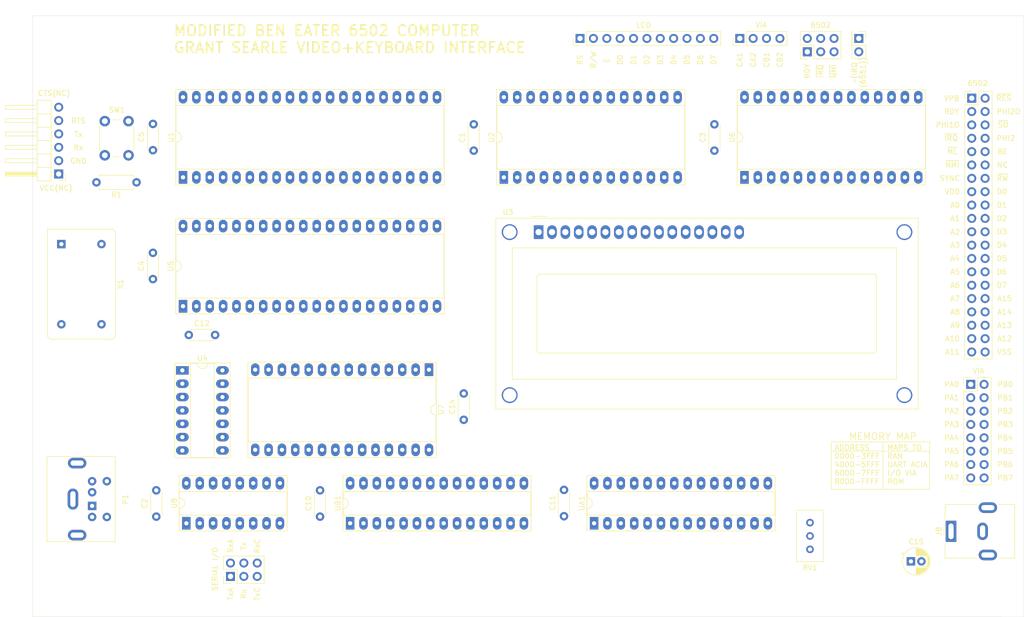
<source format=kicad_pcb>
(kicad_pcb (version 20171130) (host pcbnew "(5.1.10)-1")

  (general
    (thickness 1.6)
    (drawings 111)
    (tracks 0)
    (zones 0)
    (modules 34)
    (nets 161)
  )

  (page A4)
  (layers
    (0 F.Cu signal)
    (31 B.Cu signal)
    (32 B.Adhes user)
    (33 F.Adhes user)
    (34 B.Paste user)
    (35 F.Paste user)
    (36 B.SilkS user)
    (37 F.SilkS user)
    (38 B.Mask user)
    (39 F.Mask user)
    (40 Dwgs.User user)
    (41 Cmts.User user)
    (42 Eco1.User user)
    (43 Eco2.User user)
    (44 Edge.Cuts user)
    (45 Margin user)
    (46 B.CrtYd user)
    (47 F.CrtYd user)
    (48 B.Fab user)
    (49 F.Fab user)
  )

  (setup
    (last_trace_width 0.25)
    (trace_clearance 0.2)
    (zone_clearance 0.508)
    (zone_45_only no)
    (trace_min 0.2)
    (via_size 0.8)
    (via_drill 0.4)
    (via_min_size 0.4)
    (via_min_drill 0.3)
    (uvia_size 0.3)
    (uvia_drill 0.1)
    (uvias_allowed no)
    (uvia_min_size 0.2)
    (uvia_min_drill 0.1)
    (edge_width 0.05)
    (segment_width 0.2)
    (pcb_text_width 0.3)
    (pcb_text_size 1.5 1.5)
    (mod_edge_width 0.12)
    (mod_text_size 1 1)
    (mod_text_width 0.15)
    (pad_size 1.524 1.524)
    (pad_drill 0.762)
    (pad_to_mask_clearance 0)
    (aux_axis_origin 0 0)
    (visible_elements 7FFFFFFF)
    (pcbplotparams
      (layerselection 0x010f0_ffffffff)
      (usegerberextensions false)
      (usegerberattributes true)
      (usegerberadvancedattributes true)
      (creategerberjobfile true)
      (excludeedgelayer true)
      (linewidth 0.100000)
      (plotframeref false)
      (viasonmask false)
      (mode 1)
      (useauxorigin false)
      (hpglpennumber 1)
      (hpglpenspeed 20)
      (hpglpendiameter 15.000000)
      (psnegative false)
      (psa4output false)
      (plotreference true)
      (plotvalue true)
      (plotinvisibletext false)
      (padsonsilk false)
      (subtractmaskfromsilk false)
      (outputformat 1)
      (mirror false)
      (drillshape 0)
      (scaleselection 1)
      (outputdirectory "C:/Users/mosae/Documents/KiCAD Projects/BE6502 v1/6502 Computer/prelim gerber/"))
  )

  (net 0 "")
  (net 1 "Net-(C5-Pad1)")
  (net 2 GND)
  (net 3 "Net-(P1-Pad7)")
  (net 4 "Net-(P1-Pad6)")
  (net 5 +5V)
  (net 6 "Net-(P1-Pad2)")
  (net 7 "Net-(RV1-Pad3)")
  (net 8 "Net-(RV1-Pad2)")
  (net 9 "Net-(U1-Pad35)")
  (net 10 "Net-(U2-Pad20)")
  (net 11 "Net-(U4-Pad8)")
  (net 12 "Net-(U4-Pad3)")
  (net 13 "Net-(U4-Pad6)")
  (net 14 "Net-(U7-Pad7)")
  (net 15 "Net-(U7-Pad8)")
  (net 16 "Net-(U8-Pad2)")
  (net 17 "Net-(U8-Pad10)")
  (net 18 "Net-(U8-Pad3)")
  (net 19 "Net-(U8-Pad11)")
  (net 20 "Net-(U8-Pad4)")
  (net 21 "Net-(U8-Pad12)")
  (net 22 "Net-(U8-Pad5)")
  (net 23 "Net-(U8-Pad15)")
  (net 24 "Net-(UA1-Pad28)")
  (net 25 "Net-(UA1-Pad14)")
  (net 26 "Net-(UA1-Pad27)")
  (net 27 "Net-(UA1-Pad13)")
  (net 28 "Net-(UA1-Pad12)")
  (net 29 "Net-(UA1-Pad11)")
  (net 30 "Net-(UA1-Pad23)")
  (net 31 "Net-(UA1-Pad21)")
  (net 32 "Net-(UA1-Pad6)")
  (net 33 "Net-(UA1-Pad19)")
  (net 34 "Net-(UA1-Pad5)")
  (net 35 "Net-(UA1-Pad18)")
  (net 36 "Net-(UA1-Pad4)")
  (net 37 "Net-(UA1-Pad17)")
  (net 38 "Net-(UB1-Pad21)")
  (net 39 "Net-(X1-Pad1)")
  (net 40 "Net-(U7-Pad5)")
  (net 41 "Net-(J2-Pad20)")
  (net 42 "Net-(J2-Pad19)")
  (net 43 "Net-(J2-Pad18)")
  (net 44 "Net-(J2-Pad17)")
  (net 45 "Net-(J2-Pad16)")
  (net 46 "Net-(J2-Pad14)")
  (net 47 "Net-(J2-Pad13)")
  (net 48 "Net-(J2-Pad12)")
  (net 49 "Net-(J2-Pad11)")
  (net 50 "Net-(J2-Pad9)")
  (net 51 "Net-(J2-Pad7)")
  (net 52 "Net-(J2-Pad5)")
  (net 53 "Net-(J2-Pad4)")
  (net 54 "Net-(J2-Pad3)")
  (net 55 "Net-(J2-Pad1)")
  (net 56 "Net-(J9-Pad1)")
  (net 57 "Net-(J9-Pad2)")
  (net 58 "Net-(J9-Pad3)")
  (net 59 "Net-(J9-Pad4)")
  (net 60 "Net-(J9-Pad5)")
  (net 61 "Net-(J9-Pad6)")
  (net 62 "Net-(J9-Pad7)")
  (net 63 "Net-(J9-Pad8)")
  (net 64 "Net-(J9-Pad9)")
  (net 65 "Net-(J9-Pad10)")
  (net 66 "Net-(J9-Pad11)")
  (net 67 "Net-(P1-Pad5)")
  (net 68 "Net-(P1-Pad1)")
  (net 69 "Net-(UA1-Pad16)")
  (net 70 "Net-(UA1-Pad15)")
  (net 71 "Net-(J3-Pad1)")
  (net 72 "Net-(J3-Pad2)")
  (net 73 "Net-(J3-Pad3)")
  (net 74 "Net-(J3-Pad4)")
  (net 75 "Net-(J4-Pad6)")
  (net 76 "Net-(J4-Pad5)")
  (net 77 "Net-(J4-Pad4)")
  (net 78 "Net-(J4-Pad3)")
  (net 79 "Net-(J4-Pad2)")
  (net 80 "Net-(J5-Pad8)")
  (net 81 "Net-(J5-Pad7)")
  (net 82 "Net-(J5-Pad6)")
  (net 83 "Net-(J5-Pad5)")
  (net 84 "Net-(J5-Pad4)")
  (net 85 "Net-(J5-Pad3)")
  (net 86 "Net-(J5-Pad2)")
  (net 87 "Net-(J5-Pad1)")
  (net 88 "Net-(J6-Pad1)")
  (net 89 "Net-(J6-Pad5)")
  (net 90 "Net-(J6-Pad6)")
  (net 91 "Net-(J10-Pad1)")
  (net 92 "Net-(J2-Pad8)")
  (net 93 "Net-(J2-Pad21)")
  (net 94 "Net-(J2-Pad22)")
  (net 95 "Net-(J2-Pad23)")
  (net 96 "Net-(J2-Pad24)")
  (net 97 "Net-(J2-Pad25)")
  (net 98 "Net-(J2-Pad26)")
  (net 99 "Net-(J2-Pad27)")
  (net 100 "Net-(J2-Pad28)")
  (net 101 "Net-(J2-Pad29)")
  (net 102 "Net-(J2-Pad30)")
  (net 103 "Net-(J2-Pad31)")
  (net 104 "Net-(J2-Pad32)")
  (net 105 "Net-(J2-Pad33)")
  (net 106 "Net-(J2-Pad34)")
  (net 107 "Net-(J2-Pad35)")
  (net 108 "Net-(J2-Pad36)")
  (net 109 "Net-(J2-Pad37)")
  (net 110 "Net-(J2-Pad38)")
  (net 111 "Net-(J2-Pad39)")
  (net 112 "Net-(J4-Pad1)")
  (net 113 "Net-(J5-Pad9)")
  (net 114 "Net-(J5-Pad10)")
  (net 115 "Net-(J5-Pad11)")
  (net 116 "Net-(J5-Pad12)")
  (net 117 "Net-(J5-Pad13)")
  (net 118 "Net-(J5-Pad14)")
  (net 119 "Net-(J5-Pad15)")
  (net 120 "Net-(J5-Pad16)")
  (net 121 "Net-(U8-Pad1)")
  (net 122 "Net-(U8-Pad9)")
  (net 123 "Net-(U8-Pad13)")
  (net 124 "Net-(U8-Pad6)")
  (net 125 "Net-(U8-Pad14)")
  (net 126 "Net-(U8-Pad7)")
  (net 127 "Net-(U8-Pad8)")
  (net 128 "Net-(U8-Pad16)")
  (net 129 "Net-(UA1-Pad10)")
  (net 130 "Net-(UA1-Pad9)")
  (net 131 "Net-(UA1-Pad22)")
  (net 132 "Net-(UA1-Pad7)")
  (net 133 "Net-(UA1-Pad20)")
  (net 134 "Net-(UA1-Pad1)")
  (net 135 "Net-(UB1-Pad1)")
  (net 136 "Net-(UB1-Pad15)")
  (net 137 "Net-(UB1-Pad2)")
  (net 138 "Net-(UB1-Pad16)")
  (net 139 "Net-(UB1-Pad3)")
  (net 140 "Net-(UB1-Pad17)")
  (net 141 "Net-(UB1-Pad4)")
  (net 142 "Net-(UB1-Pad18)")
  (net 143 "Net-(UB1-Pad5)")
  (net 144 "Net-(UB1-Pad19)")
  (net 145 "Net-(UB1-Pad6)")
  (net 146 "Net-(UB1-Pad20)")
  (net 147 "Net-(UB1-Pad7)")
  (net 148 "Net-(UB1-Pad22)")
  (net 149 "Net-(UB1-Pad9)")
  (net 150 "Net-(UB1-Pad23)")
  (net 151 "Net-(UB1-Pad10)")
  (net 152 "Net-(UB1-Pad24)")
  (net 153 "Net-(UB1-Pad11)")
  (net 154 "Net-(UB1-Pad25)")
  (net 155 "Net-(UB1-Pad12)")
  (net 156 "Net-(UB1-Pad26)")
  (net 157 "Net-(UB1-Pad13)")
  (net 158 "Net-(UB1-Pad27)")
  (net 159 "Net-(UB1-Pad14)")
  (net 160 "Net-(UB1-Pad28)")

  (net_class Default "This is the default net class."
    (clearance 0.2)
    (trace_width 0.25)
    (via_dia 0.8)
    (via_drill 0.4)
    (uvia_dia 0.3)
    (uvia_drill 0.1)
    (add_net +5V)
    (add_net GND)
    (add_net "Net-(C5-Pad1)")
    (add_net "Net-(J10-Pad1)")
    (add_net "Net-(J2-Pad1)")
    (add_net "Net-(J2-Pad11)")
    (add_net "Net-(J2-Pad12)")
    (add_net "Net-(J2-Pad13)")
    (add_net "Net-(J2-Pad14)")
    (add_net "Net-(J2-Pad16)")
    (add_net "Net-(J2-Pad17)")
    (add_net "Net-(J2-Pad18)")
    (add_net "Net-(J2-Pad19)")
    (add_net "Net-(J2-Pad20)")
    (add_net "Net-(J2-Pad21)")
    (add_net "Net-(J2-Pad22)")
    (add_net "Net-(J2-Pad23)")
    (add_net "Net-(J2-Pad24)")
    (add_net "Net-(J2-Pad25)")
    (add_net "Net-(J2-Pad26)")
    (add_net "Net-(J2-Pad27)")
    (add_net "Net-(J2-Pad28)")
    (add_net "Net-(J2-Pad29)")
    (add_net "Net-(J2-Pad3)")
    (add_net "Net-(J2-Pad30)")
    (add_net "Net-(J2-Pad31)")
    (add_net "Net-(J2-Pad32)")
    (add_net "Net-(J2-Pad33)")
    (add_net "Net-(J2-Pad34)")
    (add_net "Net-(J2-Pad35)")
    (add_net "Net-(J2-Pad36)")
    (add_net "Net-(J2-Pad37)")
    (add_net "Net-(J2-Pad38)")
    (add_net "Net-(J2-Pad39)")
    (add_net "Net-(J2-Pad4)")
    (add_net "Net-(J2-Pad5)")
    (add_net "Net-(J2-Pad7)")
    (add_net "Net-(J2-Pad8)")
    (add_net "Net-(J2-Pad9)")
    (add_net "Net-(J3-Pad1)")
    (add_net "Net-(J3-Pad2)")
    (add_net "Net-(J3-Pad3)")
    (add_net "Net-(J3-Pad4)")
    (add_net "Net-(J4-Pad1)")
    (add_net "Net-(J4-Pad2)")
    (add_net "Net-(J4-Pad3)")
    (add_net "Net-(J4-Pad4)")
    (add_net "Net-(J4-Pad5)")
    (add_net "Net-(J4-Pad6)")
    (add_net "Net-(J5-Pad1)")
    (add_net "Net-(J5-Pad10)")
    (add_net "Net-(J5-Pad11)")
    (add_net "Net-(J5-Pad12)")
    (add_net "Net-(J5-Pad13)")
    (add_net "Net-(J5-Pad14)")
    (add_net "Net-(J5-Pad15)")
    (add_net "Net-(J5-Pad16)")
    (add_net "Net-(J5-Pad2)")
    (add_net "Net-(J5-Pad3)")
    (add_net "Net-(J5-Pad4)")
    (add_net "Net-(J5-Pad5)")
    (add_net "Net-(J5-Pad6)")
    (add_net "Net-(J5-Pad7)")
    (add_net "Net-(J5-Pad8)")
    (add_net "Net-(J5-Pad9)")
    (add_net "Net-(J6-Pad1)")
    (add_net "Net-(J6-Pad5)")
    (add_net "Net-(J6-Pad6)")
    (add_net "Net-(J9-Pad1)")
    (add_net "Net-(J9-Pad10)")
    (add_net "Net-(J9-Pad11)")
    (add_net "Net-(J9-Pad2)")
    (add_net "Net-(J9-Pad3)")
    (add_net "Net-(J9-Pad4)")
    (add_net "Net-(J9-Pad5)")
    (add_net "Net-(J9-Pad6)")
    (add_net "Net-(J9-Pad7)")
    (add_net "Net-(J9-Pad8)")
    (add_net "Net-(J9-Pad9)")
    (add_net "Net-(P1-Pad1)")
    (add_net "Net-(P1-Pad2)")
    (add_net "Net-(P1-Pad5)")
    (add_net "Net-(P1-Pad6)")
    (add_net "Net-(P1-Pad7)")
    (add_net "Net-(RV1-Pad2)")
    (add_net "Net-(RV1-Pad3)")
    (add_net "Net-(U1-Pad35)")
    (add_net "Net-(U2-Pad20)")
    (add_net "Net-(U4-Pad3)")
    (add_net "Net-(U4-Pad6)")
    (add_net "Net-(U4-Pad8)")
    (add_net "Net-(U7-Pad5)")
    (add_net "Net-(U7-Pad7)")
    (add_net "Net-(U7-Pad8)")
    (add_net "Net-(U8-Pad1)")
    (add_net "Net-(U8-Pad10)")
    (add_net "Net-(U8-Pad11)")
    (add_net "Net-(U8-Pad12)")
    (add_net "Net-(U8-Pad13)")
    (add_net "Net-(U8-Pad14)")
    (add_net "Net-(U8-Pad15)")
    (add_net "Net-(U8-Pad16)")
    (add_net "Net-(U8-Pad2)")
    (add_net "Net-(U8-Pad3)")
    (add_net "Net-(U8-Pad4)")
    (add_net "Net-(U8-Pad5)")
    (add_net "Net-(U8-Pad6)")
    (add_net "Net-(U8-Pad7)")
    (add_net "Net-(U8-Pad8)")
    (add_net "Net-(U8-Pad9)")
    (add_net "Net-(UA1-Pad1)")
    (add_net "Net-(UA1-Pad10)")
    (add_net "Net-(UA1-Pad11)")
    (add_net "Net-(UA1-Pad12)")
    (add_net "Net-(UA1-Pad13)")
    (add_net "Net-(UA1-Pad14)")
    (add_net "Net-(UA1-Pad15)")
    (add_net "Net-(UA1-Pad16)")
    (add_net "Net-(UA1-Pad17)")
    (add_net "Net-(UA1-Pad18)")
    (add_net "Net-(UA1-Pad19)")
    (add_net "Net-(UA1-Pad20)")
    (add_net "Net-(UA1-Pad21)")
    (add_net "Net-(UA1-Pad22)")
    (add_net "Net-(UA1-Pad23)")
    (add_net "Net-(UA1-Pad27)")
    (add_net "Net-(UA1-Pad28)")
    (add_net "Net-(UA1-Pad4)")
    (add_net "Net-(UA1-Pad5)")
    (add_net "Net-(UA1-Pad6)")
    (add_net "Net-(UA1-Pad7)")
    (add_net "Net-(UA1-Pad9)")
    (add_net "Net-(UB1-Pad1)")
    (add_net "Net-(UB1-Pad10)")
    (add_net "Net-(UB1-Pad11)")
    (add_net "Net-(UB1-Pad12)")
    (add_net "Net-(UB1-Pad13)")
    (add_net "Net-(UB1-Pad14)")
    (add_net "Net-(UB1-Pad15)")
    (add_net "Net-(UB1-Pad16)")
    (add_net "Net-(UB1-Pad17)")
    (add_net "Net-(UB1-Pad18)")
    (add_net "Net-(UB1-Pad19)")
    (add_net "Net-(UB1-Pad2)")
    (add_net "Net-(UB1-Pad20)")
    (add_net "Net-(UB1-Pad21)")
    (add_net "Net-(UB1-Pad22)")
    (add_net "Net-(UB1-Pad23)")
    (add_net "Net-(UB1-Pad24)")
    (add_net "Net-(UB1-Pad25)")
    (add_net "Net-(UB1-Pad26)")
    (add_net "Net-(UB1-Pad27)")
    (add_net "Net-(UB1-Pad28)")
    (add_net "Net-(UB1-Pad3)")
    (add_net "Net-(UB1-Pad4)")
    (add_net "Net-(UB1-Pad5)")
    (add_net "Net-(UB1-Pad6)")
    (add_net "Net-(UB1-Pad7)")
    (add_net "Net-(UB1-Pad9)")
    (add_net "Net-(X1-Pad1)")
  )

  (module Capacitor_THT:C_Disc_D4.3mm_W1.9mm_P5.00mm (layer F.Cu) (tedit 5AE50EF0) (tstamp 62FE59C4)
    (at 109.22 41.529 90)
    (descr "C, Disc series, Radial, pin pitch=5.00mm, , diameter*width=4.3*1.9mm^2, Capacitor, http://www.vishay.com/docs/45233/krseries.pdf")
    (tags "C Disc series Radial pin pitch 5.00mm  diameter 4.3mm width 1.9mm Capacitor")
    (path /6300403A)
    (fp_text reference C1 (at 2.5 -2.2 90) (layer F.SilkS)
      (effects (font (size 1 1) (thickness 0.15)))
    )
    (fp_text value 0.1uF (at 2.5 2.2 90) (layer F.Fab)
      (effects (font (size 1 1) (thickness 0.15)))
    )
    (fp_line (start 0.35 -0.95) (end 0.35 0.95) (layer F.Fab) (width 0.1))
    (fp_line (start 0.35 0.95) (end 4.65 0.95) (layer F.Fab) (width 0.1))
    (fp_line (start 4.65 0.95) (end 4.65 -0.95) (layer F.Fab) (width 0.1))
    (fp_line (start 4.65 -0.95) (end 0.35 -0.95) (layer F.Fab) (width 0.1))
    (fp_line (start 0.23 -1.07) (end 4.77 -1.07) (layer F.SilkS) (width 0.12))
    (fp_line (start 0.23 1.07) (end 4.77 1.07) (layer F.SilkS) (width 0.12))
    (fp_line (start 0.23 -1.07) (end 0.23 -1.055) (layer F.SilkS) (width 0.12))
    (fp_line (start 0.23 1.055) (end 0.23 1.07) (layer F.SilkS) (width 0.12))
    (fp_line (start 4.77 -1.07) (end 4.77 -1.055) (layer F.SilkS) (width 0.12))
    (fp_line (start 4.77 1.055) (end 4.77 1.07) (layer F.SilkS) (width 0.12))
    (fp_line (start -1.05 -1.2) (end -1.05 1.2) (layer F.CrtYd) (width 0.05))
    (fp_line (start -1.05 1.2) (end 6.05 1.2) (layer F.CrtYd) (width 0.05))
    (fp_line (start 6.05 1.2) (end 6.05 -1.2) (layer F.CrtYd) (width 0.05))
    (fp_line (start 6.05 -1.2) (end -1.05 -1.2) (layer F.CrtYd) (width 0.05))
    (fp_text user %R (at 2.5 0 90) (layer F.Fab)
      (effects (font (size 0.86 0.86) (thickness 0.129)))
    )
    (pad 2 thru_hole circle (at 5 0 90) (size 1.6 1.6) (drill 0.8) (layers *.Cu *.Mask)
      (net 2 GND))
    (pad 1 thru_hole circle (at 0 0 90) (size 1.6 1.6) (drill 0.8) (layers *.Cu *.Mask)
      (net 5 +5V))
    (model ${KISYS3DMOD}/Capacitor_THT.3dshapes/C_Disc_D4.3mm_W1.9mm_P5.00mm.wrl
      (at (xyz 0 0 0))
      (scale (xyz 1 1 1))
      (rotate (xyz 0 0 0))
    )
  )

  (module Capacitor_THT:C_Disc_D4.3mm_W1.9mm_P5.00mm (layer F.Cu) (tedit 5AE50EF0) (tstamp 62FDDE2A)
    (at 48.895 111.125 90)
    (descr "C, Disc series, Radial, pin pitch=5.00mm, , diameter*width=4.3*1.9mm^2, Capacitor, http://www.vishay.com/docs/45233/krseries.pdf")
    (tags "C Disc series Radial pin pitch 5.00mm  diameter 4.3mm width 1.9mm Capacitor")
    (path /63003B1F)
    (fp_text reference C2 (at 2.5 -2.2 90) (layer F.SilkS)
      (effects (font (size 1 1) (thickness 0.15)))
    )
    (fp_text value 0.1uF (at 2.5 2.2 90) (layer F.Fab)
      (effects (font (size 1 1) (thickness 0.15)))
    )
    (fp_line (start 6.05 -1.2) (end -1.05 -1.2) (layer F.CrtYd) (width 0.05))
    (fp_line (start 6.05 1.2) (end 6.05 -1.2) (layer F.CrtYd) (width 0.05))
    (fp_line (start -1.05 1.2) (end 6.05 1.2) (layer F.CrtYd) (width 0.05))
    (fp_line (start -1.05 -1.2) (end -1.05 1.2) (layer F.CrtYd) (width 0.05))
    (fp_line (start 4.77 1.055) (end 4.77 1.07) (layer F.SilkS) (width 0.12))
    (fp_line (start 4.77 -1.07) (end 4.77 -1.055) (layer F.SilkS) (width 0.12))
    (fp_line (start 0.23 1.055) (end 0.23 1.07) (layer F.SilkS) (width 0.12))
    (fp_line (start 0.23 -1.07) (end 0.23 -1.055) (layer F.SilkS) (width 0.12))
    (fp_line (start 0.23 1.07) (end 4.77 1.07) (layer F.SilkS) (width 0.12))
    (fp_line (start 0.23 -1.07) (end 4.77 -1.07) (layer F.SilkS) (width 0.12))
    (fp_line (start 4.65 -0.95) (end 0.35 -0.95) (layer F.Fab) (width 0.1))
    (fp_line (start 4.65 0.95) (end 4.65 -0.95) (layer F.Fab) (width 0.1))
    (fp_line (start 0.35 0.95) (end 4.65 0.95) (layer F.Fab) (width 0.1))
    (fp_line (start 0.35 -0.95) (end 0.35 0.95) (layer F.Fab) (width 0.1))
    (fp_text user %R (at 2.5 0 90) (layer F.Fab)
      (effects (font (size 0.86 0.86) (thickness 0.129)))
    )
    (pad 1 thru_hole circle (at 0 0 90) (size 1.6 1.6) (drill 0.8) (layers *.Cu *.Mask)
      (net 5 +5V))
    (pad 2 thru_hole circle (at 5 0 90) (size 1.6 1.6) (drill 0.8) (layers *.Cu *.Mask)
      (net 2 GND))
    (model ${KISYS3DMOD}/Capacitor_THT.3dshapes/C_Disc_D4.3mm_W1.9mm_P5.00mm.wrl
      (at (xyz 0 0 0))
      (scale (xyz 1 1 1))
      (rotate (xyz 0 0 0))
    )
  )

  (module Capacitor_THT:C_Disc_D4.3mm_W1.9mm_P5.00mm (layer F.Cu) (tedit 5AE50EF0) (tstamp 62FE59EE)
    (at 154.94 41.529 90)
    (descr "C, Disc series, Radial, pin pitch=5.00mm, , diameter*width=4.3*1.9mm^2, Capacitor, http://www.vishay.com/docs/45233/krseries.pdf")
    (tags "C Disc series Radial pin pitch 5.00mm  diameter 4.3mm width 1.9mm Capacitor")
    (path /630034F1)
    (fp_text reference C3 (at 2.5 -2.2 90) (layer F.SilkS)
      (effects (font (size 1 1) (thickness 0.15)))
    )
    (fp_text value 0.1uF (at 2.5 2.2 90) (layer F.Fab)
      (effects (font (size 1 1) (thickness 0.15)))
    )
    (fp_line (start 0.35 -0.95) (end 0.35 0.95) (layer F.Fab) (width 0.1))
    (fp_line (start 0.35 0.95) (end 4.65 0.95) (layer F.Fab) (width 0.1))
    (fp_line (start 4.65 0.95) (end 4.65 -0.95) (layer F.Fab) (width 0.1))
    (fp_line (start 4.65 -0.95) (end 0.35 -0.95) (layer F.Fab) (width 0.1))
    (fp_line (start 0.23 -1.07) (end 4.77 -1.07) (layer F.SilkS) (width 0.12))
    (fp_line (start 0.23 1.07) (end 4.77 1.07) (layer F.SilkS) (width 0.12))
    (fp_line (start 0.23 -1.07) (end 0.23 -1.055) (layer F.SilkS) (width 0.12))
    (fp_line (start 0.23 1.055) (end 0.23 1.07) (layer F.SilkS) (width 0.12))
    (fp_line (start 4.77 -1.07) (end 4.77 -1.055) (layer F.SilkS) (width 0.12))
    (fp_line (start 4.77 1.055) (end 4.77 1.07) (layer F.SilkS) (width 0.12))
    (fp_line (start -1.05 -1.2) (end -1.05 1.2) (layer F.CrtYd) (width 0.05))
    (fp_line (start -1.05 1.2) (end 6.05 1.2) (layer F.CrtYd) (width 0.05))
    (fp_line (start 6.05 1.2) (end 6.05 -1.2) (layer F.CrtYd) (width 0.05))
    (fp_line (start 6.05 -1.2) (end -1.05 -1.2) (layer F.CrtYd) (width 0.05))
    (fp_text user %R (at 2.5 0 90) (layer F.Fab)
      (effects (font (size 0.86 0.86) (thickness 0.129)))
    )
    (pad 2 thru_hole circle (at 5 0 90) (size 1.6 1.6) (drill 0.8) (layers *.Cu *.Mask)
      (net 2 GND))
    (pad 1 thru_hole circle (at 0 0 90) (size 1.6 1.6) (drill 0.8) (layers *.Cu *.Mask)
      (net 5 +5V))
    (model ${KISYS3DMOD}/Capacitor_THT.3dshapes/C_Disc_D4.3mm_W1.9mm_P5.00mm.wrl
      (at (xyz 0 0 0))
      (scale (xyz 1 1 1))
      (rotate (xyz 0 0 0))
    )
  )

  (module Capacitor_THT:C_Disc_D4.3mm_W1.9mm_P5.00mm (layer F.Cu) (tedit 5AE50EF0) (tstamp 62FE5A03)
    (at 48.26 65.96 90)
    (descr "C, Disc series, Radial, pin pitch=5.00mm, , diameter*width=4.3*1.9mm^2, Capacitor, http://www.vishay.com/docs/45233/krseries.pdf")
    (tags "C Disc series Radial pin pitch 5.00mm  diameter 4.3mm width 1.9mm Capacitor")
    (path /63002E71)
    (fp_text reference C4 (at 2.5 -2.2 90) (layer F.SilkS)
      (effects (font (size 1 1) (thickness 0.15)))
    )
    (fp_text value 0.1uF (at 2.5 2.2 90) (layer F.Fab)
      (effects (font (size 1 1) (thickness 0.15)))
    )
    (fp_line (start 6.05 -1.2) (end -1.05 -1.2) (layer F.CrtYd) (width 0.05))
    (fp_line (start 6.05 1.2) (end 6.05 -1.2) (layer F.CrtYd) (width 0.05))
    (fp_line (start -1.05 1.2) (end 6.05 1.2) (layer F.CrtYd) (width 0.05))
    (fp_line (start -1.05 -1.2) (end -1.05 1.2) (layer F.CrtYd) (width 0.05))
    (fp_line (start 4.77 1.055) (end 4.77 1.07) (layer F.SilkS) (width 0.12))
    (fp_line (start 4.77 -1.07) (end 4.77 -1.055) (layer F.SilkS) (width 0.12))
    (fp_line (start 0.23 1.055) (end 0.23 1.07) (layer F.SilkS) (width 0.12))
    (fp_line (start 0.23 -1.07) (end 0.23 -1.055) (layer F.SilkS) (width 0.12))
    (fp_line (start 0.23 1.07) (end 4.77 1.07) (layer F.SilkS) (width 0.12))
    (fp_line (start 0.23 -1.07) (end 4.77 -1.07) (layer F.SilkS) (width 0.12))
    (fp_line (start 4.65 -0.95) (end 0.35 -0.95) (layer F.Fab) (width 0.1))
    (fp_line (start 4.65 0.95) (end 4.65 -0.95) (layer F.Fab) (width 0.1))
    (fp_line (start 0.35 0.95) (end 4.65 0.95) (layer F.Fab) (width 0.1))
    (fp_line (start 0.35 -0.95) (end 0.35 0.95) (layer F.Fab) (width 0.1))
    (fp_text user %R (at 2.5 0 90) (layer F.Fab)
      (effects (font (size 0.86 0.86) (thickness 0.129)))
    )
    (pad 1 thru_hole circle (at 0 0 90) (size 1.6 1.6) (drill 0.8) (layers *.Cu *.Mask)
      (net 5 +5V))
    (pad 2 thru_hole circle (at 5 0 90) (size 1.6 1.6) (drill 0.8) (layers *.Cu *.Mask)
      (net 2 GND))
    (model ${KISYS3DMOD}/Capacitor_THT.3dshapes/C_Disc_D4.3mm_W1.9mm_P5.00mm.wrl
      (at (xyz 0 0 0))
      (scale (xyz 1 1 1))
      (rotate (xyz 0 0 0))
    )
  )

  (module Capacitor_THT:C_Disc_D4.3mm_W1.9mm_P5.00mm (layer F.Cu) (tedit 5AE50EF0) (tstamp 62FE5A18)
    (at 48.26 41.449 90)
    (descr "C, Disc series, Radial, pin pitch=5.00mm, , diameter*width=4.3*1.9mm^2, Capacitor, http://www.vishay.com/docs/45233/krseries.pdf")
    (tags "C Disc series Radial pin pitch 5.00mm  diameter 4.3mm width 1.9mm Capacitor")
    (path /63001F90)
    (fp_text reference C5 (at 2.5 -2.2 90) (layer F.SilkS)
      (effects (font (size 1 1) (thickness 0.15)))
    )
    (fp_text value 0.1 (at 2.5 2.2 90) (layer F.Fab)
      (effects (font (size 1 1) (thickness 0.15)))
    )
    (fp_line (start 6.05 -1.2) (end -1.05 -1.2) (layer F.CrtYd) (width 0.05))
    (fp_line (start 6.05 1.2) (end 6.05 -1.2) (layer F.CrtYd) (width 0.05))
    (fp_line (start -1.05 1.2) (end 6.05 1.2) (layer F.CrtYd) (width 0.05))
    (fp_line (start -1.05 -1.2) (end -1.05 1.2) (layer F.CrtYd) (width 0.05))
    (fp_line (start 4.77 1.055) (end 4.77 1.07) (layer F.SilkS) (width 0.12))
    (fp_line (start 4.77 -1.07) (end 4.77 -1.055) (layer F.SilkS) (width 0.12))
    (fp_line (start 0.23 1.055) (end 0.23 1.07) (layer F.SilkS) (width 0.12))
    (fp_line (start 0.23 -1.07) (end 0.23 -1.055) (layer F.SilkS) (width 0.12))
    (fp_line (start 0.23 1.07) (end 4.77 1.07) (layer F.SilkS) (width 0.12))
    (fp_line (start 0.23 -1.07) (end 4.77 -1.07) (layer F.SilkS) (width 0.12))
    (fp_line (start 4.65 -0.95) (end 0.35 -0.95) (layer F.Fab) (width 0.1))
    (fp_line (start 4.65 0.95) (end 4.65 -0.95) (layer F.Fab) (width 0.1))
    (fp_line (start 0.35 0.95) (end 4.65 0.95) (layer F.Fab) (width 0.1))
    (fp_line (start 0.35 -0.95) (end 0.35 0.95) (layer F.Fab) (width 0.1))
    (fp_text user %R (at 2.5 0 90) (layer F.Fab)
      (effects (font (size 0.86 0.86) (thickness 0.129)))
    )
    (pad 1 thru_hole circle (at 0 0 90) (size 1.6 1.6) (drill 0.8) (layers *.Cu *.Mask)
      (net 1 "Net-(C5-Pad1)"))
    (pad 2 thru_hole circle (at 5 0 90) (size 1.6 1.6) (drill 0.8) (layers *.Cu *.Mask)
      (net 2 GND))
    (model ${KISYS3DMOD}/Capacitor_THT.3dshapes/C_Disc_D4.3mm_W1.9mm_P5.00mm.wrl
      (at (xyz 0 0 0))
      (scale (xyz 1 1 1))
      (rotate (xyz 0 0 0))
    )
  )

  (module ps2:Connector_Mini-DIN_Female_6Pin_2rows (layer F.Cu) (tedit 58E946D2) (tstamp 63010DEA)
    (at 36.703 109.093 270)
    (descr "A footprint for the generic 6 pin Mini-DIN through hole connector with shell.")
    (tags "mini din 6pin connector socket")
    (path /630C54BA)
    (fp_text reference P1 (at -1.27 -6.35 90) (layer F.SilkS)
      (effects (font (size 1 1) (thickness 0.15)))
    )
    (fp_text value Mini-DIN_6pins (at -0.03 10.15 90) (layer F.Fab)
      (effects (font (size 1 1) (thickness 0.15)))
    )
    (fp_line (start 7.19 9) (end -9.81 9) (layer F.CrtYd) (width 0.05))
    (fp_line (start 7.19 9) (end 7.19 -5.05) (layer F.CrtYd) (width 0.05))
    (fp_line (start -9.81 -5.05) (end -9.81 9) (layer F.CrtYd) (width 0.05))
    (fp_line (start -9.81 -5.05) (end 7.19 -5.05) (layer F.CrtYd) (width 0.05))
    (fp_line (start -9.4 8.6) (end 6.8 8.6) (layer F.SilkS) (width 0.12))
    (fp_line (start -9.4 -4.4) (end 6.8 -4.4) (layer F.SilkS) (width 0.12))
    (fp_line (start -9.4 -4.4) (end -9.4 8.6) (layer F.SilkS) (width 0.12))
    (fp_line (start 6.8 -4.4) (end 6.8 8.6) (layer F.SilkS) (width 0.12))
    (fp_line (start -9.3 -4.3) (end 6.7 -4.3) (layer F.Fab) (width 0.1))
    (fp_line (start -9.3 8.5) (end -9.3 -4.3) (layer F.Fab) (width 0.1))
    (fp_line (start 6.7 8.5) (end -9.3 8.5) (layer F.Fab) (width 0.1))
    (fp_line (start 6.7 -4.3) (end 6.7 8.5) (layer F.Fab) (width 0.1))
    (fp_text user %R (at -1.27 -6.35 90) (layer F.Fab)
      (effects (font (size 1 1) (thickness 0.15)))
    )
    (pad 7 thru_hole oval (at -1.3 3.65 270) (size 4 2) (drill oval 3 1) (layers *.Cu *.Mask)
      (net 3 "Net-(P1-Pad7)"))
    (pad 6 thru_hole circle (at -4.7 -2.8 270) (size 1.6 1.6) (drill 0.8) (layers *.Cu *.Mask)
      (net 4 "Net-(P1-Pad6)"))
    (pad 5 thru_hole circle (at 2.1 -2.8 270) (size 1.6 1.6) (drill 0.8) (layers *.Cu *.Mask)
      (net 67 "Net-(P1-Pad5)"))
    (pad 4 thru_hole circle (at -4.7 0 270) (size 1.6 1.6) (drill 0.8) (layers *.Cu *.Mask)
      (net 5 +5V))
    (pad 3 thru_hole circle (at 2.1 0 270) (size 1.6 1.6) (drill 0.8) (layers *.Cu *.Mask)
      (net 2 GND))
    (pad 2 thru_hole circle (at -2.6 0 270) (size 1.6 1.6) (drill 0.8) (layers *.Cu *.Mask)
      (net 6 "Net-(P1-Pad2)"))
    (pad 1 thru_hole rect (at 0 0 270) (size 1.6 1.6) (drill 0.8) (layers *.Cu *.Mask)
      (net 68 "Net-(P1-Pad1)"))
    (pad 7 thru_hole oval (at 5.55 2.85 270) (size 2 3.5) (drill oval 1 2.5) (layers *.Cu *.Mask)
      (net 3 "Net-(P1-Pad7)"))
    (pad 7 thru_hole oval (at -8.15 2.85 270) (size 2 3.5) (drill oval 1 2.5) (layers *.Cu *.Mask)
      (net 3 "Net-(P1-Pad7)"))
    (model ${KIPRJMOD}/r_mini_dins/minidin_6.wrl
      (offset (xyz -1.5 -1.5 0))
      (scale (xyz 1.1 1.2 0.9))
      (rotate (xyz 0 0 0))
    )
  )

  (module Resistor_THT:R_Axial_DIN0207_L6.3mm_D2.5mm_P7.62mm_Horizontal (layer F.Cu) (tedit 5AE5139B) (tstamp 62FE5AF0)
    (at 45.1485 47.5615 180)
    (descr "Resistor, Axial_DIN0207 series, Axial, Horizontal, pin pitch=7.62mm, 0.25W = 1/4W, length*diameter=6.3*2.5mm^2, http://cdn-reichelt.de/documents/datenblatt/B400/1_4W%23YAG.pdf")
    (tags "Resistor Axial_DIN0207 series Axial Horizontal pin pitch 7.62mm 0.25W = 1/4W length 6.3mm diameter 2.5mm")
    (path /62FFF727)
    (fp_text reference R1 (at 3.81 -2.37) (layer F.SilkS)
      (effects (font (size 1 1) (thickness 0.15)))
    )
    (fp_text value 1K (at 3.81 2.37) (layer F.Fab)
      (effects (font (size 1 1) (thickness 0.15)))
    )
    (fp_line (start 8.67 -1.5) (end -1.05 -1.5) (layer F.CrtYd) (width 0.05))
    (fp_line (start 8.67 1.5) (end 8.67 -1.5) (layer F.CrtYd) (width 0.05))
    (fp_line (start -1.05 1.5) (end 8.67 1.5) (layer F.CrtYd) (width 0.05))
    (fp_line (start -1.05 -1.5) (end -1.05 1.5) (layer F.CrtYd) (width 0.05))
    (fp_line (start 7.08 1.37) (end 7.08 1.04) (layer F.SilkS) (width 0.12))
    (fp_line (start 0.54 1.37) (end 7.08 1.37) (layer F.SilkS) (width 0.12))
    (fp_line (start 0.54 1.04) (end 0.54 1.37) (layer F.SilkS) (width 0.12))
    (fp_line (start 7.08 -1.37) (end 7.08 -1.04) (layer F.SilkS) (width 0.12))
    (fp_line (start 0.54 -1.37) (end 7.08 -1.37) (layer F.SilkS) (width 0.12))
    (fp_line (start 0.54 -1.04) (end 0.54 -1.37) (layer F.SilkS) (width 0.12))
    (fp_line (start 7.62 0) (end 6.96 0) (layer F.Fab) (width 0.1))
    (fp_line (start 0 0) (end 0.66 0) (layer F.Fab) (width 0.1))
    (fp_line (start 6.96 -1.25) (end 0.66 -1.25) (layer F.Fab) (width 0.1))
    (fp_line (start 6.96 1.25) (end 6.96 -1.25) (layer F.Fab) (width 0.1))
    (fp_line (start 0.66 1.25) (end 6.96 1.25) (layer F.Fab) (width 0.1))
    (fp_line (start 0.66 -1.25) (end 0.66 1.25) (layer F.Fab) (width 0.1))
    (fp_text user %R (at 3.81 0) (layer F.Fab)
      (effects (font (size 1 1) (thickness 0.15)))
    )
    (pad 1 thru_hole circle (at 0 0 180) (size 1.6 1.6) (drill 0.8) (layers *.Cu *.Mask)
      (net 5 +5V))
    (pad 2 thru_hole oval (at 7.62 0 180) (size 1.6 1.6) (drill 0.8) (layers *.Cu *.Mask)
      (net 1 "Net-(C5-Pad1)"))
    (model ${KISYS3DMOD}/Resistor_THT.3dshapes/R_Axial_DIN0207_L6.3mm_D2.5mm_P7.62mm_Horizontal.wrl
      (at (xyz 0 0 0))
      (scale (xyz 1 1 1))
      (rotate (xyz 0 0 0))
    )
  )

  (module Potentiometer_THT:Potentiometer_Bourns_3386C_Horizontal (layer F.Cu) (tedit 5AA07388) (tstamp 62FF15BE)
    (at 173.101 117.348 180)
    (descr "Potentiometer, horizontal, Bourns 3386C, https://www.bourns.com/pdfs/3386.pdf")
    (tags "Potentiometer horizontal Bourns 3386C")
    (path /62FD8050)
    (fp_text reference RV1 (at 0 -3.475) (layer F.SilkS)
      (effects (font (size 1 1) (thickness 0.15)))
    )
    (fp_text value R_POT_TRIM_US (at -3.937 2.794 90) (layer F.Fab)
      (effects (font (size 1 1) (thickness 0.15)))
    )
    (fp_line (start 2.67 -2.48) (end -2.67 -2.48) (layer F.CrtYd) (width 0.05))
    (fp_line (start 2.67 7.56) (end 2.67 -2.48) (layer F.CrtYd) (width 0.05))
    (fp_line (start -2.67 7.56) (end 2.67 7.56) (layer F.CrtYd) (width 0.05))
    (fp_line (start -2.67 -2.48) (end -2.67 7.56) (layer F.CrtYd) (width 0.05))
    (fp_line (start -2.535 -2.345) (end -2.535 7.425) (layer F.SilkS) (width 0.12))
    (fp_line (start 2.535 -2.345) (end 2.535 7.425) (layer F.SilkS) (width 0.12))
    (fp_line (start -2.535 7.425) (end 2.535 7.425) (layer F.SilkS) (width 0.12))
    (fp_line (start -2.535 -2.345) (end 2.535 -2.345) (layer F.SilkS) (width 0.12))
    (fp_line (start -2.415 -2.225) (end 2.415 -2.225) (layer F.Fab) (width 0.1))
    (fp_line (start -2.415 7.305) (end -2.415 -2.225) (layer F.Fab) (width 0.1))
    (fp_line (start 2.415 7.305) (end -2.415 7.305) (layer F.Fab) (width 0.1))
    (fp_line (start 2.415 -2.225) (end 2.415 7.305) (layer F.Fab) (width 0.1))
    (fp_text user %R (at 0 2.54) (layer F.Fab)
      (effects (font (size 1 1) (thickness 0.15)))
    )
    (pad 3 thru_hole circle (at 0 5.08 180) (size 1.44 1.44) (drill 0.8) (layers *.Cu *.Mask)
      (net 7 "Net-(RV1-Pad3)"))
    (pad 2 thru_hole circle (at 0 2.54 180) (size 1.44 1.44) (drill 0.8) (layers *.Cu *.Mask)
      (net 8 "Net-(RV1-Pad2)"))
    (pad 1 thru_hole circle (at 0 0 180) (size 1.44 1.44) (drill 0.8) (layers *.Cu *.Mask)
      (net 2 GND))
    (model ${KISYS3DMOD}/Potentiometer_THT.3dshapes/Potentiometer_Bourns_3386C_Horizontal.wrl
      (at (xyz 0 0 0))
      (scale (xyz 1 1 1))
      (rotate (xyz 0 0 0))
    )
  )

  (module Button_Switch_THT:SW_PUSH_6mm_H5mm (layer F.Cu) (tedit 5A02FE31) (tstamp 62FDC5AF)
    (at 39.116 42.418 90)
    (descr "tactile push button, 6x6mm e.g. PHAP33xx series, height=5mm")
    (tags "tact sw push 6mm")
    (path /6300021F)
    (fp_text reference SW1 (at 8.636 2.286 180) (layer F.SilkS)
      (effects (font (size 1 1) (thickness 0.15)))
    )
    (fp_text value RESET (at 3.75 6.7 90) (layer F.Fab)
      (effects (font (size 1 1) (thickness 0.15)))
    )
    (fp_circle (center 3.25 2.25) (end 1.25 2.5) (layer F.Fab) (width 0.1))
    (fp_line (start 6.75 3) (end 6.75 1.5) (layer F.SilkS) (width 0.12))
    (fp_line (start 5.5 -1) (end 1 -1) (layer F.SilkS) (width 0.12))
    (fp_line (start -0.25 1.5) (end -0.25 3) (layer F.SilkS) (width 0.12))
    (fp_line (start 1 5.5) (end 5.5 5.5) (layer F.SilkS) (width 0.12))
    (fp_line (start 8 -1.25) (end 8 5.75) (layer F.CrtYd) (width 0.05))
    (fp_line (start 7.75 6) (end -1.25 6) (layer F.CrtYd) (width 0.05))
    (fp_line (start -1.5 5.75) (end -1.5 -1.25) (layer F.CrtYd) (width 0.05))
    (fp_line (start -1.25 -1.5) (end 7.75 -1.5) (layer F.CrtYd) (width 0.05))
    (fp_line (start -1.5 6) (end -1.25 6) (layer F.CrtYd) (width 0.05))
    (fp_line (start -1.5 5.75) (end -1.5 6) (layer F.CrtYd) (width 0.05))
    (fp_line (start -1.5 -1.5) (end -1.25 -1.5) (layer F.CrtYd) (width 0.05))
    (fp_line (start -1.5 -1.25) (end -1.5 -1.5) (layer F.CrtYd) (width 0.05))
    (fp_line (start 8 -1.5) (end 8 -1.25) (layer F.CrtYd) (width 0.05))
    (fp_line (start 7.75 -1.5) (end 8 -1.5) (layer F.CrtYd) (width 0.05))
    (fp_line (start 8 6) (end 8 5.75) (layer F.CrtYd) (width 0.05))
    (fp_line (start 7.75 6) (end 8 6) (layer F.CrtYd) (width 0.05))
    (fp_line (start 0.25 -0.75) (end 3.25 -0.75) (layer F.Fab) (width 0.1))
    (fp_line (start 0.25 5.25) (end 0.25 -0.75) (layer F.Fab) (width 0.1))
    (fp_line (start 6.25 5.25) (end 0.25 5.25) (layer F.Fab) (width 0.1))
    (fp_line (start 6.25 -0.75) (end 6.25 5.25) (layer F.Fab) (width 0.1))
    (fp_line (start 3.25 -0.75) (end 6.25 -0.75) (layer F.Fab) (width 0.1))
    (fp_text user %R (at 3.25 2.25 90) (layer F.Fab)
      (effects (font (size 1 1) (thickness 0.15)))
    )
    (pad 2 thru_hole circle (at 0 4.5 180) (size 2 2) (drill 1.1) (layers *.Cu *.Mask)
      (net 2 GND))
    (pad 1 thru_hole circle (at 0 0 180) (size 2 2) (drill 1.1) (layers *.Cu *.Mask)
      (net 1 "Net-(C5-Pad1)"))
    (pad 2 thru_hole circle (at 6.5 4.5 180) (size 2 2) (drill 1.1) (layers *.Cu *.Mask)
      (net 2 GND))
    (pad 1 thru_hole circle (at 6.5 0 180) (size 2 2) (drill 1.1) (layers *.Cu *.Mask)
      (net 1 "Net-(C5-Pad1)"))
    (model ${KISYS3DMOD}/Button_Switch_THT.3dshapes/SW_PUSH_6mm_H5mm.wrl
      (at (xyz 0 0 0))
      (scale (xyz 1 1 1))
      (rotate (xyz 0 0 0))
    )
  )

  (module Package_DIP:DIP-40_W15.24mm_Socket_LongPads (layer F.Cu) (tedit 5A02E8C5) (tstamp 62FE5BF1)
    (at 53.975 46.609 90)
    (descr "40-lead though-hole mounted DIP package, row spacing 15.24 mm (600 mils), Socket, LongPads")
    (tags "THT DIP DIL PDIP 2.54mm 15.24mm 600mil Socket LongPads")
    (path /62F71A82)
    (fp_text reference U1 (at 7.62 -2.33 90) (layer F.SilkS)
      (effects (font (size 1 1) (thickness 0.15)))
    )
    (fp_text value WD65C02 (at 7.62 50.59 90) (layer F.Fab)
      (effects (font (size 1 1) (thickness 0.15)))
    )
    (fp_line (start 1.255 -1.27) (end 14.985 -1.27) (layer F.Fab) (width 0.1))
    (fp_line (start 14.985 -1.27) (end 14.985 49.53) (layer F.Fab) (width 0.1))
    (fp_line (start 14.985 49.53) (end 0.255 49.53) (layer F.Fab) (width 0.1))
    (fp_line (start 0.255 49.53) (end 0.255 -0.27) (layer F.Fab) (width 0.1))
    (fp_line (start 0.255 -0.27) (end 1.255 -1.27) (layer F.Fab) (width 0.1))
    (fp_line (start -1.27 -1.33) (end -1.27 49.59) (layer F.Fab) (width 0.1))
    (fp_line (start -1.27 49.59) (end 16.51 49.59) (layer F.Fab) (width 0.1))
    (fp_line (start 16.51 49.59) (end 16.51 -1.33) (layer F.Fab) (width 0.1))
    (fp_line (start 16.51 -1.33) (end -1.27 -1.33) (layer F.Fab) (width 0.1))
    (fp_line (start 6.62 -1.33) (end 1.56 -1.33) (layer F.SilkS) (width 0.12))
    (fp_line (start 1.56 -1.33) (end 1.56 49.59) (layer F.SilkS) (width 0.12))
    (fp_line (start 1.56 49.59) (end 13.68 49.59) (layer F.SilkS) (width 0.12))
    (fp_line (start 13.68 49.59) (end 13.68 -1.33) (layer F.SilkS) (width 0.12))
    (fp_line (start 13.68 -1.33) (end 8.62 -1.33) (layer F.SilkS) (width 0.12))
    (fp_line (start -1.44 -1.39) (end -1.44 49.65) (layer F.SilkS) (width 0.12))
    (fp_line (start -1.44 49.65) (end 16.68 49.65) (layer F.SilkS) (width 0.12))
    (fp_line (start 16.68 49.65) (end 16.68 -1.39) (layer F.SilkS) (width 0.12))
    (fp_line (start 16.68 -1.39) (end -1.44 -1.39) (layer F.SilkS) (width 0.12))
    (fp_line (start -1.55 -1.6) (end -1.55 49.85) (layer F.CrtYd) (width 0.05))
    (fp_line (start -1.55 49.85) (end 16.8 49.85) (layer F.CrtYd) (width 0.05))
    (fp_line (start 16.8 49.85) (end 16.8 -1.6) (layer F.CrtYd) (width 0.05))
    (fp_line (start 16.8 -1.6) (end -1.55 -1.6) (layer F.CrtYd) (width 0.05))
    (fp_text user %R (at 7.62 24.13 90) (layer F.Fab)
      (effects (font (size 1 1) (thickness 0.15)))
    )
    (fp_arc (start 7.62 -1.33) (end 6.62 -1.33) (angle -180) (layer F.SilkS) (width 0.12))
    (pad 40 thru_hole oval (at 15.24 0 90) (size 2.4 1.6) (drill 0.8) (layers *.Cu *.Mask)
      (net 1 "Net-(C5-Pad1)"))
    (pad 20 thru_hole oval (at 0 48.26 90) (size 2.4 1.6) (drill 0.8) (layers *.Cu *.Mask)
      (net 111 "Net-(J2-Pad39)"))
    (pad 39 thru_hole oval (at 15.24 2.54 90) (size 2.4 1.6) (drill 0.8) (layers *.Cu *.Mask)
      (net 53 "Net-(J2-Pad4)"))
    (pad 19 thru_hole oval (at 0 45.72 90) (size 2.4 1.6) (drill 0.8) (layers *.Cu *.Mask)
      (net 109 "Net-(J2-Pad37)"))
    (pad 38 thru_hole oval (at 15.24 5.08 90) (size 2.4 1.6) (drill 0.8) (layers *.Cu *.Mask)
      (net 5 +5V))
    (pad 18 thru_hole oval (at 0 43.18 90) (size 2.4 1.6) (drill 0.8) (layers *.Cu *.Mask)
      (net 107 "Net-(J2-Pad35)"))
    (pad 37 thru_hole oval (at 15.24 7.62 90) (size 2.4 1.6) (drill 0.8) (layers *.Cu *.Mask)
      (net 92 "Net-(J2-Pad8)"))
    (pad 17 thru_hole oval (at 0 40.64 90) (size 2.4 1.6) (drill 0.8) (layers *.Cu *.Mask)
      (net 105 "Net-(J2-Pad33)"))
    (pad 36 thru_hole oval (at 15.24 10.16 90) (size 2.4 1.6) (drill 0.8) (layers *.Cu *.Mask)
      (net 5 +5V))
    (pad 16 thru_hole oval (at 0 38.1 90) (size 2.4 1.6) (drill 0.8) (layers *.Cu *.Mask)
      (net 103 "Net-(J2-Pad31)"))
    (pad 35 thru_hole oval (at 15.24 12.7 90) (size 2.4 1.6) (drill 0.8) (layers *.Cu *.Mask)
      (net 9 "Net-(U1-Pad35)"))
    (pad 15 thru_hole oval (at 0 35.56 90) (size 2.4 1.6) (drill 0.8) (layers *.Cu *.Mask)
      (net 101 "Net-(J2-Pad29)"))
    (pad 34 thru_hole oval (at 15.24 15.24 90) (size 2.4 1.6) (drill 0.8) (layers *.Cu *.Mask)
      (net 46 "Net-(J2-Pad14)"))
    (pad 14 thru_hole oval (at 0 33.02 90) (size 2.4 1.6) (drill 0.8) (layers *.Cu *.Mask)
      (net 99 "Net-(J2-Pad27)"))
    (pad 33 thru_hole oval (at 15.24 17.78 90) (size 2.4 1.6) (drill 0.8) (layers *.Cu *.Mask)
      (net 45 "Net-(J2-Pad16)"))
    (pad 13 thru_hole oval (at 0 30.48 90) (size 2.4 1.6) (drill 0.8) (layers *.Cu *.Mask)
      (net 97 "Net-(J2-Pad25)"))
    (pad 32 thru_hole oval (at 15.24 20.32 90) (size 2.4 1.6) (drill 0.8) (layers *.Cu *.Mask)
      (net 43 "Net-(J2-Pad18)"))
    (pad 12 thru_hole oval (at 0 27.94 90) (size 2.4 1.6) (drill 0.8) (layers *.Cu *.Mask)
      (net 95 "Net-(J2-Pad23)"))
    (pad 31 thru_hole oval (at 15.24 22.86 90) (size 2.4 1.6) (drill 0.8) (layers *.Cu *.Mask)
      (net 41 "Net-(J2-Pad20)"))
    (pad 11 thru_hole oval (at 0 25.4 90) (size 2.4 1.6) (drill 0.8) (layers *.Cu *.Mask)
      (net 93 "Net-(J2-Pad21)"))
    (pad 30 thru_hole oval (at 15.24 25.4 90) (size 2.4 1.6) (drill 0.8) (layers *.Cu *.Mask)
      (net 94 "Net-(J2-Pad22)"))
    (pad 10 thru_hole oval (at 0 22.86 90) (size 2.4 1.6) (drill 0.8) (layers *.Cu *.Mask)
      (net 42 "Net-(J2-Pad19)"))
    (pad 29 thru_hole oval (at 15.24 27.94 90) (size 2.4 1.6) (drill 0.8) (layers *.Cu *.Mask)
      (net 96 "Net-(J2-Pad24)"))
    (pad 9 thru_hole oval (at 0 20.32 90) (size 2.4 1.6) (drill 0.8) (layers *.Cu *.Mask)
      (net 44 "Net-(J2-Pad17)"))
    (pad 28 thru_hole oval (at 15.24 30.48 90) (size 2.4 1.6) (drill 0.8) (layers *.Cu *.Mask)
      (net 98 "Net-(J2-Pad26)"))
    (pad 8 thru_hole oval (at 0 17.78 90) (size 2.4 1.6) (drill 0.8) (layers *.Cu *.Mask)
      (net 5 +5V))
    (pad 27 thru_hole oval (at 15.24 33.02 90) (size 2.4 1.6) (drill 0.8) (layers *.Cu *.Mask)
      (net 100 "Net-(J2-Pad28)"))
    (pad 7 thru_hole oval (at 0 15.24 90) (size 2.4 1.6) (drill 0.8) (layers *.Cu *.Mask)
      (net 47 "Net-(J2-Pad13)"))
    (pad 26 thru_hole oval (at 15.24 35.56 90) (size 2.4 1.6) (drill 0.8) (layers *.Cu *.Mask)
      (net 102 "Net-(J2-Pad30)"))
    (pad 6 thru_hole oval (at 0 12.7 90) (size 2.4 1.6) (drill 0.8) (layers *.Cu *.Mask)
      (net 49 "Net-(J2-Pad11)"))
    (pad 25 thru_hole oval (at 15.24 38.1 90) (size 2.4 1.6) (drill 0.8) (layers *.Cu *.Mask)
      (net 104 "Net-(J2-Pad32)"))
    (pad 5 thru_hole oval (at 0 10.16 90) (size 2.4 1.6) (drill 0.8) (layers *.Cu *.Mask)
      (net 50 "Net-(J2-Pad9)"))
    (pad 24 thru_hole oval (at 15.24 40.64 90) (size 2.4 1.6) (drill 0.8) (layers *.Cu *.Mask)
      (net 106 "Net-(J2-Pad34)"))
    (pad 4 thru_hole oval (at 0 7.62 90) (size 2.4 1.6) (drill 0.8) (layers *.Cu *.Mask)
      (net 51 "Net-(J2-Pad7)"))
    (pad 23 thru_hole oval (at 15.24 43.18 90) (size 2.4 1.6) (drill 0.8) (layers *.Cu *.Mask)
      (net 108 "Net-(J2-Pad36)"))
    (pad 3 thru_hole oval (at 0 5.08 90) (size 2.4 1.6) (drill 0.8) (layers *.Cu *.Mask)
      (net 52 "Net-(J2-Pad5)"))
    (pad 22 thru_hole oval (at 15.24 45.72 90) (size 2.4 1.6) (drill 0.8) (layers *.Cu *.Mask)
      (net 110 "Net-(J2-Pad38)"))
    (pad 2 thru_hole oval (at 0 2.54 90) (size 2.4 1.6) (drill 0.8) (layers *.Cu *.Mask)
      (net 54 "Net-(J2-Pad3)"))
    (pad 21 thru_hole oval (at 15.24 48.26 90) (size 2.4 1.6) (drill 0.8) (layers *.Cu *.Mask)
      (net 2 GND))
    (pad 1 thru_hole rect (at 0 0 90) (size 2.4 1.6) (drill 0.8) (layers *.Cu *.Mask)
      (net 55 "Net-(J2-Pad1)"))
    (model ${KISYS3DMOD}/Package_DIP.3dshapes/DIP-40_W15.24mm_Socket.wrl
      (at (xyz 0 0 0))
      (scale (xyz 1 1 1))
      (rotate (xyz 0 0 0))
    )
  )

  (module Package_DIP:DIP-28_W15.24mm_Socket_LongPads (layer F.Cu) (tedit 5A02E8C5) (tstamp 62FE5C29)
    (at 114.935 46.609 90)
    (descr "28-lead though-hole mounted DIP package, row spacing 15.24 mm (600 mils), Socket, LongPads")
    (tags "THT DIP DIL PDIP 2.54mm 15.24mm 600mil Socket LongPads")
    (path /62F73891)
    (fp_text reference U2 (at 7.62 -2.33 90) (layer F.SilkS)
      (effects (font (size 1 1) (thickness 0.15)))
    )
    (fp_text value 28C256 (at 7.62 35.35 90) (layer F.Fab)
      (effects (font (size 1 1) (thickness 0.15)))
    )
    (fp_line (start 16.8 -1.6) (end -1.55 -1.6) (layer F.CrtYd) (width 0.05))
    (fp_line (start 16.8 34.65) (end 16.8 -1.6) (layer F.CrtYd) (width 0.05))
    (fp_line (start -1.55 34.65) (end 16.8 34.65) (layer F.CrtYd) (width 0.05))
    (fp_line (start -1.55 -1.6) (end -1.55 34.65) (layer F.CrtYd) (width 0.05))
    (fp_line (start 16.68 -1.39) (end -1.44 -1.39) (layer F.SilkS) (width 0.12))
    (fp_line (start 16.68 34.41) (end 16.68 -1.39) (layer F.SilkS) (width 0.12))
    (fp_line (start -1.44 34.41) (end 16.68 34.41) (layer F.SilkS) (width 0.12))
    (fp_line (start -1.44 -1.39) (end -1.44 34.41) (layer F.SilkS) (width 0.12))
    (fp_line (start 13.68 -1.33) (end 8.62 -1.33) (layer F.SilkS) (width 0.12))
    (fp_line (start 13.68 34.35) (end 13.68 -1.33) (layer F.SilkS) (width 0.12))
    (fp_line (start 1.56 34.35) (end 13.68 34.35) (layer F.SilkS) (width 0.12))
    (fp_line (start 1.56 -1.33) (end 1.56 34.35) (layer F.SilkS) (width 0.12))
    (fp_line (start 6.62 -1.33) (end 1.56 -1.33) (layer F.SilkS) (width 0.12))
    (fp_line (start 16.51 -1.33) (end -1.27 -1.33) (layer F.Fab) (width 0.1))
    (fp_line (start 16.51 34.35) (end 16.51 -1.33) (layer F.Fab) (width 0.1))
    (fp_line (start -1.27 34.35) (end 16.51 34.35) (layer F.Fab) (width 0.1))
    (fp_line (start -1.27 -1.33) (end -1.27 34.35) (layer F.Fab) (width 0.1))
    (fp_line (start 0.255 -0.27) (end 1.255 -1.27) (layer F.Fab) (width 0.1))
    (fp_line (start 0.255 34.29) (end 0.255 -0.27) (layer F.Fab) (width 0.1))
    (fp_line (start 14.985 34.29) (end 0.255 34.29) (layer F.Fab) (width 0.1))
    (fp_line (start 14.985 -1.27) (end 14.985 34.29) (layer F.Fab) (width 0.1))
    (fp_line (start 1.255 -1.27) (end 14.985 -1.27) (layer F.Fab) (width 0.1))
    (fp_arc (start 7.62 -1.33) (end 6.62 -1.33) (angle -180) (layer F.SilkS) (width 0.12))
    (fp_text user %R (at 7.62 16.51 90) (layer F.Fab)
      (effects (font (size 1 1) (thickness 0.15)))
    )
    (pad 1 thru_hole rect (at 0 0 90) (size 2.4 1.6) (drill 0.8) (layers *.Cu *.Mask)
      (net 106 "Net-(J2-Pad34)"))
    (pad 15 thru_hole oval (at 15.24 33.02 90) (size 2.4 1.6) (drill 0.8) (layers *.Cu *.Mask)
      (net 94 "Net-(J2-Pad22)"))
    (pad 2 thru_hole oval (at 0 2.54 90) (size 2.4 1.6) (drill 0.8) (layers *.Cu *.Mask)
      (net 110 "Net-(J2-Pad38)"))
    (pad 16 thru_hole oval (at 15.24 30.48 90) (size 2.4 1.6) (drill 0.8) (layers *.Cu *.Mask)
      (net 96 "Net-(J2-Pad24)"))
    (pad 3 thru_hole oval (at 0 5.08 90) (size 2.4 1.6) (drill 0.8) (layers *.Cu *.Mask)
      (net 103 "Net-(J2-Pad31)"))
    (pad 17 thru_hole oval (at 15.24 27.94 90) (size 2.4 1.6) (drill 0.8) (layers *.Cu *.Mask)
      (net 98 "Net-(J2-Pad26)"))
    (pad 4 thru_hole oval (at 0 7.62 90) (size 2.4 1.6) (drill 0.8) (layers *.Cu *.Mask)
      (net 101 "Net-(J2-Pad29)"))
    (pad 18 thru_hole oval (at 15.24 25.4 90) (size 2.4 1.6) (drill 0.8) (layers *.Cu *.Mask)
      (net 100 "Net-(J2-Pad28)"))
    (pad 5 thru_hole oval (at 0 10.16 90) (size 2.4 1.6) (drill 0.8) (layers *.Cu *.Mask)
      (net 99 "Net-(J2-Pad27)"))
    (pad 19 thru_hole oval (at 15.24 22.86 90) (size 2.4 1.6) (drill 0.8) (layers *.Cu *.Mask)
      (net 102 "Net-(J2-Pad30)"))
    (pad 6 thru_hole oval (at 0 12.7 90) (size 2.4 1.6) (drill 0.8) (layers *.Cu *.Mask)
      (net 97 "Net-(J2-Pad25)"))
    (pad 20 thru_hole oval (at 15.24 20.32 90) (size 2.4 1.6) (drill 0.8) (layers *.Cu *.Mask)
      (net 10 "Net-(U2-Pad20)"))
    (pad 7 thru_hole oval (at 0 15.24 90) (size 2.4 1.6) (drill 0.8) (layers *.Cu *.Mask)
      (net 95 "Net-(J2-Pad23)"))
    (pad 21 thru_hole oval (at 15.24 17.78 90) (size 2.4 1.6) (drill 0.8) (layers *.Cu *.Mask)
      (net 109 "Net-(J2-Pad37)"))
    (pad 8 thru_hole oval (at 0 17.78 90) (size 2.4 1.6) (drill 0.8) (layers *.Cu *.Mask)
      (net 93 "Net-(J2-Pad21)"))
    (pad 22 thru_hole oval (at 15.24 15.24 90) (size 2.4 1.6) (drill 0.8) (layers *.Cu *.Mask)
      (net 2 GND))
    (pad 9 thru_hole oval (at 0 20.32 90) (size 2.4 1.6) (drill 0.8) (layers *.Cu *.Mask)
      (net 42 "Net-(J2-Pad19)"))
    (pad 23 thru_hole oval (at 15.24 12.7 90) (size 2.4 1.6) (drill 0.8) (layers *.Cu *.Mask)
      (net 111 "Net-(J2-Pad39)"))
    (pad 10 thru_hole oval (at 0 22.86 90) (size 2.4 1.6) (drill 0.8) (layers *.Cu *.Mask)
      (net 44 "Net-(J2-Pad17)"))
    (pad 24 thru_hole oval (at 15.24 10.16 90) (size 2.4 1.6) (drill 0.8) (layers *.Cu *.Mask)
      (net 107 "Net-(J2-Pad35)"))
    (pad 11 thru_hole oval (at 0 25.4 90) (size 2.4 1.6) (drill 0.8) (layers *.Cu *.Mask)
      (net 45 "Net-(J2-Pad16)"))
    (pad 25 thru_hole oval (at 15.24 7.62 90) (size 2.4 1.6) (drill 0.8) (layers *.Cu *.Mask)
      (net 105 "Net-(J2-Pad33)"))
    (pad 12 thru_hole oval (at 0 27.94 90) (size 2.4 1.6) (drill 0.8) (layers *.Cu *.Mask)
      (net 43 "Net-(J2-Pad18)"))
    (pad 26 thru_hole oval (at 15.24 5.08 90) (size 2.4 1.6) (drill 0.8) (layers *.Cu *.Mask)
      (net 108 "Net-(J2-Pad36)"))
    (pad 13 thru_hole oval (at 0 30.48 90) (size 2.4 1.6) (drill 0.8) (layers *.Cu *.Mask)
      (net 41 "Net-(J2-Pad20)"))
    (pad 27 thru_hole oval (at 15.24 2.54 90) (size 2.4 1.6) (drill 0.8) (layers *.Cu *.Mask)
      (net 5 +5V))
    (pad 14 thru_hole oval (at 0 33.02 90) (size 2.4 1.6) (drill 0.8) (layers *.Cu *.Mask)
      (net 2 GND))
    (pad 28 thru_hole oval (at 15.24 0 90) (size 2.4 1.6) (drill 0.8) (layers *.Cu *.Mask)
      (net 5 +5V))
    (model ${KISYS3DMOD}/Package_DIP.3dshapes/DIP-28_W15.24mm_Socket.wrl
      (at (xyz 0 0 0))
      (scale (xyz 1 1 1))
      (rotate (xyz 0 0 0))
    )
  )

  (module Display:WC1602A (layer F.Cu) (tedit 5A02FE80) (tstamp 62FDCF78)
    (at 121.539 57.023)
    (descr "LCD 16x2 http://www.wincomlcd.com/pdf/WC1602A-SFYLYHTC06.pdf")
    (tags "LCD 16x2 Alphanumeric 16pin")
    (path /62FCF14E)
    (fp_text reference U3 (at -5.82 -3.81) (layer F.SilkS)
      (effects (font (size 1 1) (thickness 0.15)))
    )
    (fp_text value WC1602A (at -4.31 34.66) (layer F.Fab)
      (effects (font (size 1 1) (thickness 0.15)))
    )
    (fp_line (start -8 33.5) (end -8 -2.5) (layer F.Fab) (width 0.1))
    (fp_line (start 72 33.5) (end -8 33.5) (layer F.Fab) (width 0.1))
    (fp_line (start 72 -2.5) (end 72 33.5) (layer F.Fab) (width 0.1))
    (fp_line (start 1 -2.5) (end 72 -2.5) (layer F.Fab) (width 0.1))
    (fp_line (start -5 28) (end -5 3) (layer F.SilkS) (width 0.12))
    (fp_line (start 68 28) (end -5 28) (layer F.SilkS) (width 0.12))
    (fp_line (start 68 3) (end 68 28) (layer F.SilkS) (width 0.12))
    (fp_line (start -5 3) (end 68 3) (layer F.SilkS) (width 0.12))
    (fp_line (start 64.2 8.5) (end 64.2 22.5) (layer F.SilkS) (width 0.12))
    (fp_line (start 63.70066 23) (end 0.2 23) (layer F.SilkS) (width 0.12))
    (fp_line (start -0.29972 22.49932) (end -0.29972 8.5) (layer F.SilkS) (width 0.12))
    (fp_line (start 0.2 8) (end 63.7 8) (layer F.SilkS) (width 0.12))
    (fp_line (start -1 -2.5) (end -8 -2.5) (layer F.Fab) (width 0.1))
    (fp_line (start 0 -1.5) (end -1 -2.5) (layer F.Fab) (width 0.1))
    (fp_line (start 1 -2.5) (end 0 -1.5) (layer F.Fab) (width 0.1))
    (fp_line (start -8.25 -2.75) (end 72.25 -2.75) (layer F.CrtYd) (width 0.05))
    (fp_line (start -1.5 -3) (end 1.5 -3) (layer F.SilkS) (width 0.12))
    (fp_line (start 72.25 -2.75) (end 72.25 33.75) (layer F.CrtYd) (width 0.05))
    (fp_line (start -8.25 33.75) (end 72.25 33.75) (layer F.CrtYd) (width 0.05))
    (fp_line (start -8.25 -2.75) (end -8.25 33.75) (layer F.CrtYd) (width 0.05))
    (fp_line (start -8.13 -2.64) (end -7.34 -2.64) (layer F.SilkS) (width 0.12))
    (fp_line (start -8.14 -2.64) (end -8.14 33.64) (layer F.SilkS) (width 0.12))
    (fp_line (start 72.14 -2.64) (end -7.34 -2.64) (layer F.SilkS) (width 0.12))
    (fp_line (start 72.14 33.64) (end 72.14 -2.64) (layer F.SilkS) (width 0.12))
    (fp_line (start -8.14 33.64) (end 72.14 33.64) (layer F.SilkS) (width 0.12))
    (fp_text user %R (at 30.37 14.74) (layer F.Fab)
      (effects (font (size 1 1) (thickness 0.1)))
    )
    (fp_arc (start 63.7 8.5) (end 63.7 8) (angle 90) (layer F.SilkS) (width 0.12))
    (fp_arc (start 63.70066 22.49932) (end 64.20104 22.49932) (angle 90) (layer F.SilkS) (width 0.12))
    (fp_arc (start 0.20066 22.49932) (end 0.20066 22.9997) (angle 90) (layer F.SilkS) (width 0.12))
    (fp_arc (start 0.20066 8.49884) (end -0.29972 8.49884) (angle 90) (layer F.SilkS) (width 0.12))
    (pad 1 thru_hole rect (at 0 0) (size 1.8 2.6) (drill 1.2) (layers *.Cu *.Mask)
      (net 2 GND))
    (pad 2 thru_hole oval (at 2.54 0) (size 1.8 2.6) (drill 1.2) (layers *.Cu *.Mask)
      (net 5 +5V))
    (pad 3 thru_hole oval (at 5.08 0) (size 1.8 2.6) (drill 1.2) (layers *.Cu *.Mask)
      (net 8 "Net-(RV1-Pad2)"))
    (pad 4 thru_hole oval (at 7.62 0) (size 1.8 2.6) (drill 1.2) (layers *.Cu *.Mask)
      (net 56 "Net-(J9-Pad1)"))
    (pad 5 thru_hole oval (at 10.16 0) (size 1.8 2.6) (drill 1.2) (layers *.Cu *.Mask)
      (net 57 "Net-(J9-Pad2)"))
    (pad 6 thru_hole oval (at 12.7 0) (size 1.8 2.6) (drill 1.2) (layers *.Cu *.Mask)
      (net 58 "Net-(J9-Pad3)"))
    (pad 7 thru_hole oval (at 15.24 0) (size 1.8 2.6) (drill 1.2) (layers *.Cu *.Mask)
      (net 59 "Net-(J9-Pad4)"))
    (pad 8 thru_hole oval (at 17.78 0) (size 1.8 2.6) (drill 1.2) (layers *.Cu *.Mask)
      (net 60 "Net-(J9-Pad5)"))
    (pad 9 thru_hole oval (at 20.32 0) (size 1.8 2.6) (drill 1.2) (layers *.Cu *.Mask)
      (net 61 "Net-(J9-Pad6)"))
    (pad 10 thru_hole oval (at 22.86 0) (size 1.8 2.6) (drill 1.2) (layers *.Cu *.Mask)
      (net 62 "Net-(J9-Pad7)"))
    (pad 11 thru_hole oval (at 25.4 0) (size 1.8 2.6) (drill 1.2) (layers *.Cu *.Mask)
      (net 63 "Net-(J9-Pad8)"))
    (pad 12 thru_hole oval (at 27.94 0) (size 1.8 2.6) (drill 1.2) (layers *.Cu *.Mask)
      (net 64 "Net-(J9-Pad9)"))
    (pad 13 thru_hole oval (at 30.48 0) (size 1.8 2.6) (drill 1.2) (layers *.Cu *.Mask)
      (net 65 "Net-(J9-Pad10)"))
    (pad 14 thru_hole oval (at 33.02 0) (size 1.8 2.6) (drill 1.2) (layers *.Cu *.Mask)
      (net 66 "Net-(J9-Pad11)"))
    (pad 15 thru_hole oval (at 35.56 0) (size 1.8 2.6) (drill 1.2) (layers *.Cu *.Mask)
      (net 5 +5V))
    (pad 16 thru_hole oval (at 38.1 0) (size 1.8 2.6) (drill 1.2) (layers *.Cu *.Mask)
      (net 2 GND))
    (pad "" thru_hole circle (at -5.4991 0) (size 3 3) (drill 2.5) (layers *.Cu *.Mask))
    (pad "" thru_hole circle (at -5.4991 31.0007) (size 3 3) (drill 2.5) (layers *.Cu *.Mask))
    (pad "" thru_hole circle (at 69.49948 31.0007) (size 3 3) (drill 2.5) (layers *.Cu *.Mask))
    (pad "" thru_hole circle (at 69.5 0) (size 3 3) (drill 2.5) (layers *.Cu *.Mask))
    (model ${KISYS3DMOD}/Display.3dshapes/WC1602A.wrl
      (at (xyz 0 0 0))
      (scale (xyz 1 1 1))
      (rotate (xyz 0 0 0))
    )
  )

  (module Package_DIP:DIP-40_W15.24mm_Socket_LongPads (layer F.Cu) (tedit 5A02E8C5) (tstamp 62FF62FB)
    (at 53.975 71.12 90)
    (descr "40-lead though-hole mounted DIP package, row spacing 15.24 mm (600 mils), Socket, LongPads")
    (tags "THT DIP DIL PDIP 2.54mm 15.24mm 600mil Socket LongPads")
    (path /62F94DE4)
    (fp_text reference U5 (at 7.62 -2.33 90) (layer F.SilkS)
      (effects (font (size 1 1) (thickness 0.15)))
    )
    (fp_text value WD65C22 (at 7.62 50.59 90) (layer F.Fab)
      (effects (font (size 1 1) (thickness 0.15)))
    )
    (fp_line (start 16.8 -1.6) (end -1.55 -1.6) (layer F.CrtYd) (width 0.05))
    (fp_line (start 16.8 49.85) (end 16.8 -1.6) (layer F.CrtYd) (width 0.05))
    (fp_line (start -1.55 49.85) (end 16.8 49.85) (layer F.CrtYd) (width 0.05))
    (fp_line (start -1.55 -1.6) (end -1.55 49.85) (layer F.CrtYd) (width 0.05))
    (fp_line (start 16.68 -1.39) (end -1.44 -1.39) (layer F.SilkS) (width 0.12))
    (fp_line (start 16.68 49.65) (end 16.68 -1.39) (layer F.SilkS) (width 0.12))
    (fp_line (start -1.44 49.65) (end 16.68 49.65) (layer F.SilkS) (width 0.12))
    (fp_line (start -1.44 -1.39) (end -1.44 49.65) (layer F.SilkS) (width 0.12))
    (fp_line (start 13.68 -1.33) (end 8.62 -1.33) (layer F.SilkS) (width 0.12))
    (fp_line (start 13.68 49.59) (end 13.68 -1.33) (layer F.SilkS) (width 0.12))
    (fp_line (start 1.56 49.59) (end 13.68 49.59) (layer F.SilkS) (width 0.12))
    (fp_line (start 1.56 -1.33) (end 1.56 49.59) (layer F.SilkS) (width 0.12))
    (fp_line (start 6.62 -1.33) (end 1.56 -1.33) (layer F.SilkS) (width 0.12))
    (fp_line (start 16.51 -1.33) (end -1.27 -1.33) (layer F.Fab) (width 0.1))
    (fp_line (start 16.51 49.59) (end 16.51 -1.33) (layer F.Fab) (width 0.1))
    (fp_line (start -1.27 49.59) (end 16.51 49.59) (layer F.Fab) (width 0.1))
    (fp_line (start -1.27 -1.33) (end -1.27 49.59) (layer F.Fab) (width 0.1))
    (fp_line (start 0.255 -0.27) (end 1.255 -1.27) (layer F.Fab) (width 0.1))
    (fp_line (start 0.255 49.53) (end 0.255 -0.27) (layer F.Fab) (width 0.1))
    (fp_line (start 14.985 49.53) (end 0.255 49.53) (layer F.Fab) (width 0.1))
    (fp_line (start 14.985 -1.27) (end 14.985 49.53) (layer F.Fab) (width 0.1))
    (fp_line (start 1.255 -1.27) (end 14.985 -1.27) (layer F.Fab) (width 0.1))
    (fp_arc (start 7.62 -1.33) (end 6.62 -1.33) (angle -180) (layer F.SilkS) (width 0.12))
    (fp_text user %R (at 7.62 24.13 90) (layer F.Fab)
      (effects (font (size 1 1) (thickness 0.15)))
    )
    (pad 1 thru_hole rect (at 0 0 90) (size 2.4 1.6) (drill 0.8) (layers *.Cu *.Mask)
      (net 2 GND))
    (pad 21 thru_hole oval (at 15.24 48.26 90) (size 2.4 1.6) (drill 0.8) (layers *.Cu *.Mask)
      (net 51 "Net-(J2-Pad7)"))
    (pad 2 thru_hole oval (at 0 2.54 90) (size 2.4 1.6) (drill 0.8) (layers *.Cu *.Mask)
      (net 87 "Net-(J5-Pad1)"))
    (pad 22 thru_hole oval (at 15.24 45.72 90) (size 2.4 1.6) (drill 0.8) (layers *.Cu *.Mask)
      (net 46 "Net-(J2-Pad14)"))
    (pad 3 thru_hole oval (at 0 5.08 90) (size 2.4 1.6) (drill 0.8) (layers *.Cu *.Mask)
      (net 85 "Net-(J5-Pad3)"))
    (pad 23 thru_hole oval (at 15.24 43.18 90) (size 2.4 1.6) (drill 0.8) (layers *.Cu *.Mask)
      (net 13 "Net-(U4-Pad6)"))
    (pad 4 thru_hole oval (at 0 7.62 90) (size 2.4 1.6) (drill 0.8) (layers *.Cu *.Mask)
      (net 83 "Net-(J5-Pad5)"))
    (pad 24 thru_hole oval (at 15.24 40.64 90) (size 2.4 1.6) (drill 0.8) (layers *.Cu *.Mask)
      (net 108 "Net-(J2-Pad36)"))
    (pad 5 thru_hole oval (at 0 10.16 90) (size 2.4 1.6) (drill 0.8) (layers *.Cu *.Mask)
      (net 81 "Net-(J5-Pad7)"))
    (pad 25 thru_hole oval (at 15.24 38.1 90) (size 2.4 1.6) (drill 0.8) (layers *.Cu *.Mask)
      (net 92 "Net-(J2-Pad8)"))
    (pad 6 thru_hole oval (at 0 12.7 90) (size 2.4 1.6) (drill 0.8) (layers *.Cu *.Mask)
      (net 113 "Net-(J5-Pad9)"))
    (pad 26 thru_hole oval (at 15.24 35.56 90) (size 2.4 1.6) (drill 0.8) (layers *.Cu *.Mask)
      (net 102 "Net-(J2-Pad30)"))
    (pad 7 thru_hole oval (at 0 15.24 90) (size 2.4 1.6) (drill 0.8) (layers *.Cu *.Mask)
      (net 115 "Net-(J5-Pad11)"))
    (pad 27 thru_hole oval (at 15.24 33.02 90) (size 2.4 1.6) (drill 0.8) (layers *.Cu *.Mask)
      (net 100 "Net-(J2-Pad28)"))
    (pad 8 thru_hole oval (at 0 17.78 90) (size 2.4 1.6) (drill 0.8) (layers *.Cu *.Mask)
      (net 117 "Net-(J5-Pad13)"))
    (pad 28 thru_hole oval (at 15.24 30.48 90) (size 2.4 1.6) (drill 0.8) (layers *.Cu *.Mask)
      (net 98 "Net-(J2-Pad26)"))
    (pad 9 thru_hole oval (at 0 20.32 90) (size 2.4 1.6) (drill 0.8) (layers *.Cu *.Mask)
      (net 119 "Net-(J5-Pad15)"))
    (pad 29 thru_hole oval (at 15.24 27.94 90) (size 2.4 1.6) (drill 0.8) (layers *.Cu *.Mask)
      (net 96 "Net-(J2-Pad24)"))
    (pad 10 thru_hole oval (at 0 22.86 90) (size 2.4 1.6) (drill 0.8) (layers *.Cu *.Mask)
      (net 86 "Net-(J5-Pad2)"))
    (pad 30 thru_hole oval (at 15.24 25.4 90) (size 2.4 1.6) (drill 0.8) (layers *.Cu *.Mask)
      (net 94 "Net-(J2-Pad22)"))
    (pad 11 thru_hole oval (at 0 25.4 90) (size 2.4 1.6) (drill 0.8) (layers *.Cu *.Mask)
      (net 84 "Net-(J5-Pad4)"))
    (pad 31 thru_hole oval (at 15.24 22.86 90) (size 2.4 1.6) (drill 0.8) (layers *.Cu *.Mask)
      (net 41 "Net-(J2-Pad20)"))
    (pad 12 thru_hole oval (at 0 27.94 90) (size 2.4 1.6) (drill 0.8) (layers *.Cu *.Mask)
      (net 82 "Net-(J5-Pad6)"))
    (pad 32 thru_hole oval (at 15.24 20.32 90) (size 2.4 1.6) (drill 0.8) (layers *.Cu *.Mask)
      (net 43 "Net-(J2-Pad18)"))
    (pad 13 thru_hole oval (at 0 30.48 90) (size 2.4 1.6) (drill 0.8) (layers *.Cu *.Mask)
      (net 80 "Net-(J5-Pad8)"))
    (pad 33 thru_hole oval (at 15.24 17.78 90) (size 2.4 1.6) (drill 0.8) (layers *.Cu *.Mask)
      (net 45 "Net-(J2-Pad16)"))
    (pad 14 thru_hole oval (at 0 33.02 90) (size 2.4 1.6) (drill 0.8) (layers *.Cu *.Mask)
      (net 114 "Net-(J5-Pad10)"))
    (pad 34 thru_hole oval (at 15.24 15.24 90) (size 2.4 1.6) (drill 0.8) (layers *.Cu *.Mask)
      (net 1 "Net-(C5-Pad1)"))
    (pad 15 thru_hole oval (at 0 35.56 90) (size 2.4 1.6) (drill 0.8) (layers *.Cu *.Mask)
      (net 116 "Net-(J5-Pad12)"))
    (pad 35 thru_hole oval (at 15.24 12.7 90) (size 2.4 1.6) (drill 0.8) (layers *.Cu *.Mask)
      (net 95 "Net-(J2-Pad23)"))
    (pad 16 thru_hole oval (at 0 38.1 90) (size 2.4 1.6) (drill 0.8) (layers *.Cu *.Mask)
      (net 118 "Net-(J5-Pad14)"))
    (pad 36 thru_hole oval (at 15.24 10.16 90) (size 2.4 1.6) (drill 0.8) (layers *.Cu *.Mask)
      (net 93 "Net-(J2-Pad21)"))
    (pad 17 thru_hole oval (at 0 40.64 90) (size 2.4 1.6) (drill 0.8) (layers *.Cu *.Mask)
      (net 120 "Net-(J5-Pad16)"))
    (pad 37 thru_hole oval (at 15.24 7.62 90) (size 2.4 1.6) (drill 0.8) (layers *.Cu *.Mask)
      (net 42 "Net-(J2-Pad19)"))
    (pad 18 thru_hole oval (at 0 43.18 90) (size 2.4 1.6) (drill 0.8) (layers *.Cu *.Mask)
      (net 73 "Net-(J3-Pad3)"))
    (pad 38 thru_hole oval (at 15.24 5.08 90) (size 2.4 1.6) (drill 0.8) (layers *.Cu *.Mask)
      (net 44 "Net-(J2-Pad17)"))
    (pad 19 thru_hole oval (at 0 45.72 90) (size 2.4 1.6) (drill 0.8) (layers *.Cu *.Mask)
      (net 74 "Net-(J3-Pad4)"))
    (pad 39 thru_hole oval (at 15.24 2.54 90) (size 2.4 1.6) (drill 0.8) (layers *.Cu *.Mask)
      (net 72 "Net-(J3-Pad2)"))
    (pad 20 thru_hole oval (at 0 48.26 90) (size 2.4 1.6) (drill 0.8) (layers *.Cu *.Mask)
      (net 5 +5V))
    (pad 40 thru_hole oval (at 15.24 0 90) (size 2.4 1.6) (drill 0.8) (layers *.Cu *.Mask)
      (net 71 "Net-(J3-Pad1)"))
    (model ${KISYS3DMOD}/Package_DIP.3dshapes/DIP-40_W15.24mm_Socket.wrl
      (at (xyz 0 0 0))
      (scale (xyz 1 1 1))
      (rotate (xyz 0 0 0))
    )
  )

  (module Package_DIP:DIP-28_W15.24mm_Socket_LongPads (layer F.Cu) (tedit 5A02E8C5) (tstamp 62FE5D05)
    (at 160.655 46.609 90)
    (descr "28-lead though-hole mounted DIP package, row spacing 15.24 mm (600 mils), Socket, LongPads")
    (tags "THT DIP DIL PDIP 2.54mm 15.24mm 600mil Socket LongPads")
    (path /62F75613)
    (fp_text reference U6 (at 7.62 -2.33 90) (layer F.SilkS)
      (effects (font (size 1 1) (thickness 0.15)))
    )
    (fp_text value CY62256-70PC (at 7.62 35.35 90) (layer F.Fab)
      (effects (font (size 1 1) (thickness 0.15)))
    )
    (fp_line (start 1.255 -1.27) (end 14.985 -1.27) (layer F.Fab) (width 0.1))
    (fp_line (start 14.985 -1.27) (end 14.985 34.29) (layer F.Fab) (width 0.1))
    (fp_line (start 14.985 34.29) (end 0.255 34.29) (layer F.Fab) (width 0.1))
    (fp_line (start 0.255 34.29) (end 0.255 -0.27) (layer F.Fab) (width 0.1))
    (fp_line (start 0.255 -0.27) (end 1.255 -1.27) (layer F.Fab) (width 0.1))
    (fp_line (start -1.27 -1.33) (end -1.27 34.35) (layer F.Fab) (width 0.1))
    (fp_line (start -1.27 34.35) (end 16.51 34.35) (layer F.Fab) (width 0.1))
    (fp_line (start 16.51 34.35) (end 16.51 -1.33) (layer F.Fab) (width 0.1))
    (fp_line (start 16.51 -1.33) (end -1.27 -1.33) (layer F.Fab) (width 0.1))
    (fp_line (start 6.62 -1.33) (end 1.56 -1.33) (layer F.SilkS) (width 0.12))
    (fp_line (start 1.56 -1.33) (end 1.56 34.35) (layer F.SilkS) (width 0.12))
    (fp_line (start 1.56 34.35) (end 13.68 34.35) (layer F.SilkS) (width 0.12))
    (fp_line (start 13.68 34.35) (end 13.68 -1.33) (layer F.SilkS) (width 0.12))
    (fp_line (start 13.68 -1.33) (end 8.62 -1.33) (layer F.SilkS) (width 0.12))
    (fp_line (start -1.44 -1.39) (end -1.44 34.41) (layer F.SilkS) (width 0.12))
    (fp_line (start -1.44 34.41) (end 16.68 34.41) (layer F.SilkS) (width 0.12))
    (fp_line (start 16.68 34.41) (end 16.68 -1.39) (layer F.SilkS) (width 0.12))
    (fp_line (start 16.68 -1.39) (end -1.44 -1.39) (layer F.SilkS) (width 0.12))
    (fp_line (start -1.55 -1.6) (end -1.55 34.65) (layer F.CrtYd) (width 0.05))
    (fp_line (start -1.55 34.65) (end 16.8 34.65) (layer F.CrtYd) (width 0.05))
    (fp_line (start 16.8 34.65) (end 16.8 -1.6) (layer F.CrtYd) (width 0.05))
    (fp_line (start 16.8 -1.6) (end -1.55 -1.6) (layer F.CrtYd) (width 0.05))
    (fp_text user %R (at 7.62 16.51 90) (layer F.Fab)
      (effects (font (size 1 1) (thickness 0.15)))
    )
    (fp_arc (start 7.62 -1.33) (end 6.62 -1.33) (angle -180) (layer F.SilkS) (width 0.12))
    (pad 28 thru_hole oval (at 15.24 0 90) (size 2.4 1.6) (drill 0.8) (layers *.Cu *.Mask)
      (net 5 +5V))
    (pad 14 thru_hole oval (at 0 33.02 90) (size 2.4 1.6) (drill 0.8) (layers *.Cu *.Mask)
      (net 2 GND))
    (pad 27 thru_hole oval (at 15.24 2.54 90) (size 2.4 1.6) (drill 0.8) (layers *.Cu *.Mask)
      (net 46 "Net-(J2-Pad14)"))
    (pad 13 thru_hole oval (at 0 30.48 90) (size 2.4 1.6) (drill 0.8) (layers *.Cu *.Mask)
      (net 41 "Net-(J2-Pad20)"))
    (pad 26 thru_hole oval (at 15.24 5.08 90) (size 2.4 1.6) (drill 0.8) (layers *.Cu *.Mask)
      (net 108 "Net-(J2-Pad36)"))
    (pad 12 thru_hole oval (at 0 27.94 90) (size 2.4 1.6) (drill 0.8) (layers *.Cu *.Mask)
      (net 43 "Net-(J2-Pad18)"))
    (pad 25 thru_hole oval (at 15.24 7.62 90) (size 2.4 1.6) (drill 0.8) (layers *.Cu *.Mask)
      (net 105 "Net-(J2-Pad33)"))
    (pad 11 thru_hole oval (at 0 25.4 90) (size 2.4 1.6) (drill 0.8) (layers *.Cu *.Mask)
      (net 45 "Net-(J2-Pad16)"))
    (pad 24 thru_hole oval (at 15.24 10.16 90) (size 2.4 1.6) (drill 0.8) (layers *.Cu *.Mask)
      (net 107 "Net-(J2-Pad35)"))
    (pad 10 thru_hole oval (at 0 22.86 90) (size 2.4 1.6) (drill 0.8) (layers *.Cu *.Mask)
      (net 44 "Net-(J2-Pad17)"))
    (pad 23 thru_hole oval (at 15.24 12.7 90) (size 2.4 1.6) (drill 0.8) (layers *.Cu *.Mask)
      (net 111 "Net-(J2-Pad39)"))
    (pad 9 thru_hole oval (at 0 20.32 90) (size 2.4 1.6) (drill 0.8) (layers *.Cu *.Mask)
      (net 42 "Net-(J2-Pad19)"))
    (pad 22 thru_hole oval (at 15.24 15.24 90) (size 2.4 1.6) (drill 0.8) (layers *.Cu *.Mask)
      (net 106 "Net-(J2-Pad34)"))
    (pad 8 thru_hole oval (at 0 17.78 90) (size 2.4 1.6) (drill 0.8) (layers *.Cu *.Mask)
      (net 93 "Net-(J2-Pad21)"))
    (pad 21 thru_hole oval (at 15.24 17.78 90) (size 2.4 1.6) (drill 0.8) (layers *.Cu *.Mask)
      (net 109 "Net-(J2-Pad37)"))
    (pad 7 thru_hole oval (at 0 15.24 90) (size 2.4 1.6) (drill 0.8) (layers *.Cu *.Mask)
      (net 95 "Net-(J2-Pad23)"))
    (pad 20 thru_hole oval (at 15.24 20.32 90) (size 2.4 1.6) (drill 0.8) (layers *.Cu *.Mask)
      (net 11 "Net-(U4-Pad8)"))
    (pad 6 thru_hole oval (at 0 12.7 90) (size 2.4 1.6) (drill 0.8) (layers *.Cu *.Mask)
      (net 97 "Net-(J2-Pad25)"))
    (pad 19 thru_hole oval (at 15.24 22.86 90) (size 2.4 1.6) (drill 0.8) (layers *.Cu *.Mask)
      (net 102 "Net-(J2-Pad30)"))
    (pad 5 thru_hole oval (at 0 10.16 90) (size 2.4 1.6) (drill 0.8) (layers *.Cu *.Mask)
      (net 99 "Net-(J2-Pad27)"))
    (pad 18 thru_hole oval (at 15.24 25.4 90) (size 2.4 1.6) (drill 0.8) (layers *.Cu *.Mask)
      (net 100 "Net-(J2-Pad28)"))
    (pad 4 thru_hole oval (at 0 7.62 90) (size 2.4 1.6) (drill 0.8) (layers *.Cu *.Mask)
      (net 101 "Net-(J2-Pad29)"))
    (pad 17 thru_hole oval (at 15.24 27.94 90) (size 2.4 1.6) (drill 0.8) (layers *.Cu *.Mask)
      (net 98 "Net-(J2-Pad26)"))
    (pad 3 thru_hole oval (at 0 5.08 90) (size 2.4 1.6) (drill 0.8) (layers *.Cu *.Mask)
      (net 103 "Net-(J2-Pad31)"))
    (pad 16 thru_hole oval (at 15.24 30.48 90) (size 2.4 1.6) (drill 0.8) (layers *.Cu *.Mask)
      (net 96 "Net-(J2-Pad24)"))
    (pad 2 thru_hole oval (at 0 2.54 90) (size 2.4 1.6) (drill 0.8) (layers *.Cu *.Mask)
      (net 110 "Net-(J2-Pad38)"))
    (pad 15 thru_hole oval (at 15.24 33.02 90) (size 2.4 1.6) (drill 0.8) (layers *.Cu *.Mask)
      (net 94 "Net-(J2-Pad22)"))
    (pad 1 thru_hole rect (at 0 0 90) (size 2.4 1.6) (drill 0.8) (layers *.Cu *.Mask)
      (net 106 "Net-(J2-Pad34)"))
    (model ${KISYS3DMOD}/Package_DIP.3dshapes/DIP-28_W15.24mm_Socket.wrl
      (at (xyz 0 0 0))
      (scale (xyz 1 1 1))
      (rotate (xyz 0 0 0))
    )
  )

  (module Package_DIP:DIP-16_W7.62mm_Socket_LongPads (layer F.Cu) (tedit 5A02E8C5) (tstamp 62FDD37B)
    (at 54.61 112.395 90)
    (descr "16-lead though-hole mounted DIP package, row spacing 7.62 mm (300 mils), Socket, LongPads")
    (tags "THT DIP DIL PDIP 2.54mm 7.62mm 300mil Socket LongPads")
    (path /62FEB0DD)
    (fp_text reference U8 (at 3.81 -2.33 90) (layer F.SilkS)
      (effects (font (size 1 1) (thickness 0.15)))
    )
    (fp_text value 74HC166 (at 3.81 20.11 90) (layer F.Fab)
      (effects (font (size 1 1) (thickness 0.15)))
    )
    (fp_line (start 9.15 -1.6) (end -1.55 -1.6) (layer F.CrtYd) (width 0.05))
    (fp_line (start 9.15 19.4) (end 9.15 -1.6) (layer F.CrtYd) (width 0.05))
    (fp_line (start -1.55 19.4) (end 9.15 19.4) (layer F.CrtYd) (width 0.05))
    (fp_line (start -1.55 -1.6) (end -1.55 19.4) (layer F.CrtYd) (width 0.05))
    (fp_line (start 9.06 -1.39) (end -1.44 -1.39) (layer F.SilkS) (width 0.12))
    (fp_line (start 9.06 19.17) (end 9.06 -1.39) (layer F.SilkS) (width 0.12))
    (fp_line (start -1.44 19.17) (end 9.06 19.17) (layer F.SilkS) (width 0.12))
    (fp_line (start -1.44 -1.39) (end -1.44 19.17) (layer F.SilkS) (width 0.12))
    (fp_line (start 6.06 -1.33) (end 4.81 -1.33) (layer F.SilkS) (width 0.12))
    (fp_line (start 6.06 19.11) (end 6.06 -1.33) (layer F.SilkS) (width 0.12))
    (fp_line (start 1.56 19.11) (end 6.06 19.11) (layer F.SilkS) (width 0.12))
    (fp_line (start 1.56 -1.33) (end 1.56 19.11) (layer F.SilkS) (width 0.12))
    (fp_line (start 2.81 -1.33) (end 1.56 -1.33) (layer F.SilkS) (width 0.12))
    (fp_line (start 8.89 -1.33) (end -1.27 -1.33) (layer F.Fab) (width 0.1))
    (fp_line (start 8.89 19.11) (end 8.89 -1.33) (layer F.Fab) (width 0.1))
    (fp_line (start -1.27 19.11) (end 8.89 19.11) (layer F.Fab) (width 0.1))
    (fp_line (start -1.27 -1.33) (end -1.27 19.11) (layer F.Fab) (width 0.1))
    (fp_line (start 0.635 -0.27) (end 1.635 -1.27) (layer F.Fab) (width 0.1))
    (fp_line (start 0.635 19.05) (end 0.635 -0.27) (layer F.Fab) (width 0.1))
    (fp_line (start 6.985 19.05) (end 0.635 19.05) (layer F.Fab) (width 0.1))
    (fp_line (start 6.985 -1.27) (end 6.985 19.05) (layer F.Fab) (width 0.1))
    (fp_line (start 1.635 -1.27) (end 6.985 -1.27) (layer F.Fab) (width 0.1))
    (fp_arc (start 3.81 -1.33) (end 2.81 -1.33) (angle -180) (layer F.SilkS) (width 0.12))
    (fp_text user %R (at 3.81 8.89 90) (layer F.Fab)
      (effects (font (size 1 1) (thickness 0.15)))
    )
    (pad 1 thru_hole rect (at 0 0 90) (size 2.4 1.6) (drill 0.8) (layers *.Cu *.Mask)
      (net 121 "Net-(U8-Pad1)"))
    (pad 9 thru_hole oval (at 7.62 17.78 90) (size 2.4 1.6) (drill 0.8) (layers *.Cu *.Mask)
      (net 122 "Net-(U8-Pad9)"))
    (pad 2 thru_hole oval (at 0 2.54 90) (size 2.4 1.6) (drill 0.8) (layers *.Cu *.Mask)
      (net 16 "Net-(U8-Pad2)"))
    (pad 10 thru_hole oval (at 7.62 15.24 90) (size 2.4 1.6) (drill 0.8) (layers *.Cu *.Mask)
      (net 17 "Net-(U8-Pad10)"))
    (pad 3 thru_hole oval (at 0 5.08 90) (size 2.4 1.6) (drill 0.8) (layers *.Cu *.Mask)
      (net 18 "Net-(U8-Pad3)"))
    (pad 11 thru_hole oval (at 7.62 12.7 90) (size 2.4 1.6) (drill 0.8) (layers *.Cu *.Mask)
      (net 19 "Net-(U8-Pad11)"))
    (pad 4 thru_hole oval (at 0 7.62 90) (size 2.4 1.6) (drill 0.8) (layers *.Cu *.Mask)
      (net 20 "Net-(U8-Pad4)"))
    (pad 12 thru_hole oval (at 7.62 10.16 90) (size 2.4 1.6) (drill 0.8) (layers *.Cu *.Mask)
      (net 21 "Net-(U8-Pad12)"))
    (pad 5 thru_hole oval (at 0 10.16 90) (size 2.4 1.6) (drill 0.8) (layers *.Cu *.Mask)
      (net 22 "Net-(U8-Pad5)"))
    (pad 13 thru_hole oval (at 7.62 7.62 90) (size 2.4 1.6) (drill 0.8) (layers *.Cu *.Mask)
      (net 123 "Net-(U8-Pad13)"))
    (pad 6 thru_hole oval (at 0 12.7 90) (size 2.4 1.6) (drill 0.8) (layers *.Cu *.Mask)
      (net 124 "Net-(U8-Pad6)"))
    (pad 14 thru_hole oval (at 7.62 5.08 90) (size 2.4 1.6) (drill 0.8) (layers *.Cu *.Mask)
      (net 125 "Net-(U8-Pad14)"))
    (pad 7 thru_hole oval (at 0 15.24 90) (size 2.4 1.6) (drill 0.8) (layers *.Cu *.Mask)
      (net 126 "Net-(U8-Pad7)"))
    (pad 15 thru_hole oval (at 7.62 2.54 90) (size 2.4 1.6) (drill 0.8) (layers *.Cu *.Mask)
      (net 23 "Net-(U8-Pad15)"))
    (pad 8 thru_hole oval (at 0 17.78 90) (size 2.4 1.6) (drill 0.8) (layers *.Cu *.Mask)
      (net 127 "Net-(U8-Pad8)"))
    (pad 16 thru_hole oval (at 7.62 0 90) (size 2.4 1.6) (drill 0.8) (layers *.Cu *.Mask)
      (net 128 "Net-(U8-Pad16)"))
    (model ${KISYS3DMOD}/Package_DIP.3dshapes/DIP-16_W7.62mm_Socket.wrl
      (at (xyz 0 0 0))
      (scale (xyz 1 1 1))
      (rotate (xyz 0 0 0))
    )
  )

  (module Package_DIP:DIP-28_W7.62mm_Socket_LongPads (layer F.Cu) (tedit 5A02E8C5) (tstamp 6305737F)
    (at 132.08 112.395 90)
    (descr "28-lead though-hole mounted DIP package, row spacing 7.62 mm (300 mils), Socket, LongPads")
    (tags "THT DIP DIL PDIP 2.54mm 7.62mm 300mil Socket LongPads")
    (path /62F891F2)
    (fp_text reference UA1 (at 3.81 -2.33 90) (layer F.SilkS)
      (effects (font (size 1 1) (thickness 0.15)))
    )
    (fp_text value ATmega328P-PU (at 3.81 35.35 90) (layer F.Fab)
      (effects (font (size 1 1) (thickness 0.15)))
    )
    (fp_line (start 1.635 -1.27) (end 6.985 -1.27) (layer F.Fab) (width 0.1))
    (fp_line (start 6.985 -1.27) (end 6.985 34.29) (layer F.Fab) (width 0.1))
    (fp_line (start 6.985 34.29) (end 0.635 34.29) (layer F.Fab) (width 0.1))
    (fp_line (start 0.635 34.29) (end 0.635 -0.27) (layer F.Fab) (width 0.1))
    (fp_line (start 0.635 -0.27) (end 1.635 -1.27) (layer F.Fab) (width 0.1))
    (fp_line (start -1.27 -1.33) (end -1.27 34.35) (layer F.Fab) (width 0.1))
    (fp_line (start -1.27 34.35) (end 8.89 34.35) (layer F.Fab) (width 0.1))
    (fp_line (start 8.89 34.35) (end 8.89 -1.33) (layer F.Fab) (width 0.1))
    (fp_line (start 8.89 -1.33) (end -1.27 -1.33) (layer F.Fab) (width 0.1))
    (fp_line (start 2.81 -1.33) (end 1.56 -1.33) (layer F.SilkS) (width 0.12))
    (fp_line (start 1.56 -1.33) (end 1.56 34.35) (layer F.SilkS) (width 0.12))
    (fp_line (start 1.56 34.35) (end 6.06 34.35) (layer F.SilkS) (width 0.12))
    (fp_line (start 6.06 34.35) (end 6.06 -1.33) (layer F.SilkS) (width 0.12))
    (fp_line (start 6.06 -1.33) (end 4.81 -1.33) (layer F.SilkS) (width 0.12))
    (fp_line (start -1.44 -1.39) (end -1.44 34.41) (layer F.SilkS) (width 0.12))
    (fp_line (start -1.44 34.41) (end 9.06 34.41) (layer F.SilkS) (width 0.12))
    (fp_line (start 9.06 34.41) (end 9.06 -1.39) (layer F.SilkS) (width 0.12))
    (fp_line (start 9.06 -1.39) (end -1.44 -1.39) (layer F.SilkS) (width 0.12))
    (fp_line (start -1.55 -1.6) (end -1.55 34.65) (layer F.CrtYd) (width 0.05))
    (fp_line (start -1.55 34.65) (end 9.15 34.65) (layer F.CrtYd) (width 0.05))
    (fp_line (start 9.15 34.65) (end 9.15 -1.6) (layer F.CrtYd) (width 0.05))
    (fp_line (start 9.15 -1.6) (end -1.55 -1.6) (layer F.CrtYd) (width 0.05))
    (fp_text user %R (at 3.81 16.51 90) (layer F.Fab)
      (effects (font (size 1 1) (thickness 0.15)))
    )
    (fp_arc (start 3.81 -1.33) (end 2.81 -1.33) (angle -180) (layer F.SilkS) (width 0.12))
    (pad 28 thru_hole oval (at 7.62 0 90) (size 2.4 1.6) (drill 0.8) (layers *.Cu *.Mask)
      (net 24 "Net-(UA1-Pad28)"))
    (pad 14 thru_hole oval (at 0 33.02 90) (size 2.4 1.6) (drill 0.8) (layers *.Cu *.Mask)
      (net 25 "Net-(UA1-Pad14)"))
    (pad 27 thru_hole oval (at 7.62 2.54 90) (size 2.4 1.6) (drill 0.8) (layers *.Cu *.Mask)
      (net 26 "Net-(UA1-Pad27)"))
    (pad 13 thru_hole oval (at 0 30.48 90) (size 2.4 1.6) (drill 0.8) (layers *.Cu *.Mask)
      (net 27 "Net-(UA1-Pad13)"))
    (pad 26 thru_hole oval (at 7.62 5.08 90) (size 2.4 1.6) (drill 0.8) (layers *.Cu *.Mask)
      (net 89 "Net-(J6-Pad5)"))
    (pad 12 thru_hole oval (at 0 27.94 90) (size 2.4 1.6) (drill 0.8) (layers *.Cu *.Mask)
      (net 28 "Net-(UA1-Pad12)"))
    (pad 25 thru_hole oval (at 7.62 7.62 90) (size 2.4 1.6) (drill 0.8) (layers *.Cu *.Mask)
      (net 68 "Net-(P1-Pad1)"))
    (pad 11 thru_hole oval (at 0 25.4 90) (size 2.4 1.6) (drill 0.8) (layers *.Cu *.Mask)
      (net 29 "Net-(UA1-Pad11)"))
    (pad 24 thru_hole oval (at 7.62 10.16 90) (size 2.4 1.6) (drill 0.8) (layers *.Cu *.Mask)
      (net 67 "Net-(P1-Pad5)"))
    (pad 10 thru_hole oval (at 0 22.86 90) (size 2.4 1.6) (drill 0.8) (layers *.Cu *.Mask)
      (net 129 "Net-(UA1-Pad10)"))
    (pad 23 thru_hole oval (at 7.62 12.7 90) (size 2.4 1.6) (drill 0.8) (layers *.Cu *.Mask)
      (net 30 "Net-(UA1-Pad23)"))
    (pad 9 thru_hole oval (at 0 20.32 90) (size 2.4 1.6) (drill 0.8) (layers *.Cu *.Mask)
      (net 130 "Net-(UA1-Pad9)"))
    (pad 22 thru_hole oval (at 7.62 15.24 90) (size 2.4 1.6) (drill 0.8) (layers *.Cu *.Mask)
      (net 131 "Net-(UA1-Pad22)"))
    (pad 8 thru_hole oval (at 0 17.78 90) (size 2.4 1.6) (drill 0.8) (layers *.Cu *.Mask)
      (net 131 "Net-(UA1-Pad22)"))
    (pad 21 thru_hole oval (at 7.62 17.78 90) (size 2.4 1.6) (drill 0.8) (layers *.Cu *.Mask)
      (net 31 "Net-(UA1-Pad21)"))
    (pad 7 thru_hole oval (at 0 15.24 90) (size 2.4 1.6) (drill 0.8) (layers *.Cu *.Mask)
      (net 132 "Net-(UA1-Pad7)"))
    (pad 20 thru_hole oval (at 7.62 20.32 90) (size 2.4 1.6) (drill 0.8) (layers *.Cu *.Mask)
      (net 133 "Net-(UA1-Pad20)"))
    (pad 6 thru_hole oval (at 0 12.7 90) (size 2.4 1.6) (drill 0.8) (layers *.Cu *.Mask)
      (net 32 "Net-(UA1-Pad6)"))
    (pad 19 thru_hole oval (at 7.62 22.86 90) (size 2.4 1.6) (drill 0.8) (layers *.Cu *.Mask)
      (net 33 "Net-(UA1-Pad19)"))
    (pad 5 thru_hole oval (at 0 10.16 90) (size 2.4 1.6) (drill 0.8) (layers *.Cu *.Mask)
      (net 34 "Net-(UA1-Pad5)"))
    (pad 18 thru_hole oval (at 7.62 25.4 90) (size 2.4 1.6) (drill 0.8) (layers *.Cu *.Mask)
      (net 35 "Net-(UA1-Pad18)"))
    (pad 4 thru_hole oval (at 0 7.62 90) (size 2.4 1.6) (drill 0.8) (layers *.Cu *.Mask)
      (net 36 "Net-(UA1-Pad4)"))
    (pad 17 thru_hole oval (at 7.62 27.94 90) (size 2.4 1.6) (drill 0.8) (layers *.Cu *.Mask)
      (net 37 "Net-(UA1-Pad17)"))
    (pad 3 thru_hole oval (at 0 5.08 90) (size 2.4 1.6) (drill 0.8) (layers *.Cu *.Mask)
      (net 112 "Net-(J4-Pad1)"))
    (pad 16 thru_hole oval (at 7.62 30.48 90) (size 2.4 1.6) (drill 0.8) (layers *.Cu *.Mask)
      (net 69 "Net-(UA1-Pad16)"))
    (pad 2 thru_hole oval (at 0 2.54 90) (size 2.4 1.6) (drill 0.8) (layers *.Cu *.Mask)
      (net 79 "Net-(J4-Pad2)"))
    (pad 15 thru_hole oval (at 7.62 33.02 90) (size 2.4 1.6) (drill 0.8) (layers *.Cu *.Mask)
      (net 70 "Net-(UA1-Pad15)"))
    (pad 1 thru_hole rect (at 0 0 90) (size 2.4 1.6) (drill 0.8) (layers *.Cu *.Mask)
      (net 134 "Net-(UA1-Pad1)"))
    (model ${KISYS3DMOD}/Package_DIP.3dshapes/DIP-28_W7.62mm_Socket.wrl
      (at (xyz 0 0 0))
      (scale (xyz 1 1 1))
      (rotate (xyz 0 0 0))
    )
  )

  (module Package_DIP:DIP-28_W7.62mm_Socket_LongPads (layer F.Cu) (tedit 5A02E8C5) (tstamp 62FE060E)
    (at 85.725 112.395 90)
    (descr "28-lead though-hole mounted DIP package, row spacing 7.62 mm (300 mils), Socket, LongPads")
    (tags "THT DIP DIL PDIP 2.54mm 7.62mm 300mil Socket LongPads")
    (path /62F8391D)
    (fp_text reference UB1 (at 3.81 -2.33 90) (layer F.SilkS)
      (effects (font (size 1 1) (thickness 0.15)))
    )
    (fp_text value ATmega328P-PU (at 3.81 35.35 90) (layer F.Fab)
      (effects (font (size 1 1) (thickness 0.15)))
    )
    (fp_line (start 9.15 -1.6) (end -1.55 -1.6) (layer F.CrtYd) (width 0.05))
    (fp_line (start 9.15 34.65) (end 9.15 -1.6) (layer F.CrtYd) (width 0.05))
    (fp_line (start -1.55 34.65) (end 9.15 34.65) (layer F.CrtYd) (width 0.05))
    (fp_line (start -1.55 -1.6) (end -1.55 34.65) (layer F.CrtYd) (width 0.05))
    (fp_line (start 9.06 -1.39) (end -1.44 -1.39) (layer F.SilkS) (width 0.12))
    (fp_line (start 9.06 34.41) (end 9.06 -1.39) (layer F.SilkS) (width 0.12))
    (fp_line (start -1.44 34.41) (end 9.06 34.41) (layer F.SilkS) (width 0.12))
    (fp_line (start -1.44 -1.39) (end -1.44 34.41) (layer F.SilkS) (width 0.12))
    (fp_line (start 6.06 -1.33) (end 4.81 -1.33) (layer F.SilkS) (width 0.12))
    (fp_line (start 6.06 34.35) (end 6.06 -1.33) (layer F.SilkS) (width 0.12))
    (fp_line (start 1.56 34.35) (end 6.06 34.35) (layer F.SilkS) (width 0.12))
    (fp_line (start 1.56 -1.33) (end 1.56 34.35) (layer F.SilkS) (width 0.12))
    (fp_line (start 2.81 -1.33) (end 1.56 -1.33) (layer F.SilkS) (width 0.12))
    (fp_line (start 8.89 -1.33) (end -1.27 -1.33) (layer F.Fab) (width 0.1))
    (fp_line (start 8.89 34.35) (end 8.89 -1.33) (layer F.Fab) (width 0.1))
    (fp_line (start -1.27 34.35) (end 8.89 34.35) (layer F.Fab) (width 0.1))
    (fp_line (start -1.27 -1.33) (end -1.27 34.35) (layer F.Fab) (width 0.1))
    (fp_line (start 0.635 -0.27) (end 1.635 -1.27) (layer F.Fab) (width 0.1))
    (fp_line (start 0.635 34.29) (end 0.635 -0.27) (layer F.Fab) (width 0.1))
    (fp_line (start 6.985 34.29) (end 0.635 34.29) (layer F.Fab) (width 0.1))
    (fp_line (start 6.985 -1.27) (end 6.985 34.29) (layer F.Fab) (width 0.1))
    (fp_line (start 1.635 -1.27) (end 6.985 -1.27) (layer F.Fab) (width 0.1))
    (fp_arc (start 3.81 -1.33) (end 2.81 -1.33) (angle -180) (layer F.SilkS) (width 0.12))
    (fp_text user %R (at 3.81 16.51 90) (layer F.Fab)
      (effects (font (size 1 1) (thickness 0.15)))
    )
    (pad 1 thru_hole rect (at 0 0 90) (size 2.4 1.6) (drill 0.8) (layers *.Cu *.Mask)
      (net 135 "Net-(UB1-Pad1)"))
    (pad 15 thru_hole oval (at 7.62 33.02 90) (size 2.4 1.6) (drill 0.8) (layers *.Cu *.Mask)
      (net 136 "Net-(UB1-Pad15)"))
    (pad 2 thru_hole oval (at 0 2.54 90) (size 2.4 1.6) (drill 0.8) (layers *.Cu *.Mask)
      (net 137 "Net-(UB1-Pad2)"))
    (pad 16 thru_hole oval (at 7.62 30.48 90) (size 2.4 1.6) (drill 0.8) (layers *.Cu *.Mask)
      (net 138 "Net-(UB1-Pad16)"))
    (pad 3 thru_hole oval (at 0 5.08 90) (size 2.4 1.6) (drill 0.8) (layers *.Cu *.Mask)
      (net 139 "Net-(UB1-Pad3)"))
    (pad 17 thru_hole oval (at 7.62 27.94 90) (size 2.4 1.6) (drill 0.8) (layers *.Cu *.Mask)
      (net 140 "Net-(UB1-Pad17)"))
    (pad 4 thru_hole oval (at 0 7.62 90) (size 2.4 1.6) (drill 0.8) (layers *.Cu *.Mask)
      (net 141 "Net-(UB1-Pad4)"))
    (pad 18 thru_hole oval (at 7.62 25.4 90) (size 2.4 1.6) (drill 0.8) (layers *.Cu *.Mask)
      (net 142 "Net-(UB1-Pad18)"))
    (pad 5 thru_hole oval (at 0 10.16 90) (size 2.4 1.6) (drill 0.8) (layers *.Cu *.Mask)
      (net 143 "Net-(UB1-Pad5)"))
    (pad 19 thru_hole oval (at 7.62 22.86 90) (size 2.4 1.6) (drill 0.8) (layers *.Cu *.Mask)
      (net 144 "Net-(UB1-Pad19)"))
    (pad 6 thru_hole oval (at 0 12.7 90) (size 2.4 1.6) (drill 0.8) (layers *.Cu *.Mask)
      (net 145 "Net-(UB1-Pad6)"))
    (pad 20 thru_hole oval (at 7.62 20.32 90) (size 2.4 1.6) (drill 0.8) (layers *.Cu *.Mask)
      (net 146 "Net-(UB1-Pad20)"))
    (pad 7 thru_hole oval (at 0 15.24 90) (size 2.4 1.6) (drill 0.8) (layers *.Cu *.Mask)
      (net 147 "Net-(UB1-Pad7)"))
    (pad 21 thru_hole oval (at 7.62 17.78 90) (size 2.4 1.6) (drill 0.8) (layers *.Cu *.Mask)
      (net 38 "Net-(UB1-Pad21)"))
    (pad 8 thru_hole oval (at 0 17.78 90) (size 2.4 1.6) (drill 0.8) (layers *.Cu *.Mask)
      (net 148 "Net-(UB1-Pad22)"))
    (pad 22 thru_hole oval (at 7.62 15.24 90) (size 2.4 1.6) (drill 0.8) (layers *.Cu *.Mask)
      (net 148 "Net-(UB1-Pad22)"))
    (pad 9 thru_hole oval (at 0 20.32 90) (size 2.4 1.6) (drill 0.8) (layers *.Cu *.Mask)
      (net 149 "Net-(UB1-Pad9)"))
    (pad 23 thru_hole oval (at 7.62 12.7 90) (size 2.4 1.6) (drill 0.8) (layers *.Cu *.Mask)
      (net 150 "Net-(UB1-Pad23)"))
    (pad 10 thru_hole oval (at 0 22.86 90) (size 2.4 1.6) (drill 0.8) (layers *.Cu *.Mask)
      (net 151 "Net-(UB1-Pad10)"))
    (pad 24 thru_hole oval (at 7.62 10.16 90) (size 2.4 1.6) (drill 0.8) (layers *.Cu *.Mask)
      (net 152 "Net-(UB1-Pad24)"))
    (pad 11 thru_hole oval (at 0 25.4 90) (size 2.4 1.6) (drill 0.8) (layers *.Cu *.Mask)
      (net 153 "Net-(UB1-Pad11)"))
    (pad 25 thru_hole oval (at 7.62 7.62 90) (size 2.4 1.6) (drill 0.8) (layers *.Cu *.Mask)
      (net 154 "Net-(UB1-Pad25)"))
    (pad 12 thru_hole oval (at 0 27.94 90) (size 2.4 1.6) (drill 0.8) (layers *.Cu *.Mask)
      (net 155 "Net-(UB1-Pad12)"))
    (pad 26 thru_hole oval (at 7.62 5.08 90) (size 2.4 1.6) (drill 0.8) (layers *.Cu *.Mask)
      (net 156 "Net-(UB1-Pad26)"))
    (pad 13 thru_hole oval (at 0 30.48 90) (size 2.4 1.6) (drill 0.8) (layers *.Cu *.Mask)
      (net 157 "Net-(UB1-Pad13)"))
    (pad 27 thru_hole oval (at 7.62 2.54 90) (size 2.4 1.6) (drill 0.8) (layers *.Cu *.Mask)
      (net 158 "Net-(UB1-Pad27)"))
    (pad 14 thru_hole oval (at 0 33.02 90) (size 2.4 1.6) (drill 0.8) (layers *.Cu *.Mask)
      (net 159 "Net-(UB1-Pad14)"))
    (pad 28 thru_hole oval (at 7.62 0 90) (size 2.4 1.6) (drill 0.8) (layers *.Cu *.Mask)
      (net 160 "Net-(UB1-Pad28)"))
    (model ${KISYS3DMOD}/Package_DIP.3dshapes/DIP-28_W7.62mm_Socket.wrl
      (at (xyz 0 0 0))
      (scale (xyz 1 1 1))
      (rotate (xyz 0 0 0))
    )
  )

  (module Oscillator:Oscillator_DIP-14 (layer F.Cu) (tedit 58CD3344) (tstamp 62FDD456)
    (at 30.861 59.309 270)
    (descr "Oscillator, DIP14, http://cdn-reichelt.de/documents/datenblatt/B400/OSZI.pdf")
    (tags oscillator)
    (path /62FD1DFA)
    (fp_text reference X1 (at 7.62 -11.26 90) (layer F.SilkS)
      (effects (font (size 1 1) (thickness 0.15)))
    )
    (fp_text value ACO-1.8432MHz (at 7.62 3.74 90) (layer F.Fab)
      (effects (font (size 1 1) (thickness 0.15)))
    )
    (fp_line (start -2.73 2.54) (end -2.73 -9.51) (layer F.Fab) (width 0.1))
    (fp_line (start -2.08 -10.16) (end 17.32 -10.16) (layer F.Fab) (width 0.1))
    (fp_line (start 17.97 -9.51) (end 17.97 1.89) (layer F.Fab) (width 0.1))
    (fp_line (start -2.73 2.54) (end 17.32 2.54) (layer F.Fab) (width 0.1))
    (fp_line (start -2.83 2.64) (end 17.32 2.64) (layer F.SilkS) (width 0.12))
    (fp_line (start 18.07 1.89) (end 18.07 -9.51) (layer F.SilkS) (width 0.12))
    (fp_line (start 17.32 -10.26) (end -2.08 -10.26) (layer F.SilkS) (width 0.12))
    (fp_line (start -2.83 -9.51) (end -2.83 2.64) (layer F.SilkS) (width 0.12))
    (fp_line (start -1.73 1.54) (end 16.62 1.54) (layer F.Fab) (width 0.1))
    (fp_line (start -1.73 1.54) (end -1.73 -8.81) (layer F.Fab) (width 0.1))
    (fp_line (start -1.38 -9.16) (end 16.62 -9.16) (layer F.Fab) (width 0.1))
    (fp_line (start 16.97 1.19) (end 16.97 -8.81) (layer F.Fab) (width 0.1))
    (fp_line (start -2.98 2.79) (end 18.22 2.79) (layer F.CrtYd) (width 0.05))
    (fp_line (start -2.98 -10.41) (end -2.98 2.79) (layer F.CrtYd) (width 0.05))
    (fp_line (start 18.22 -10.41) (end -2.98 -10.41) (layer F.CrtYd) (width 0.05))
    (fp_line (start 18.22 2.79) (end 18.22 -10.41) (layer F.CrtYd) (width 0.05))
    (fp_text user %R (at 7.62 -3.81 90) (layer F.Fab)
      (effects (font (size 1 1) (thickness 0.15)))
    )
    (fp_arc (start 16.62 1.19) (end 16.97 1.19) (angle 90) (layer F.Fab) (width 0.1))
    (fp_arc (start 16.62 -8.81) (end 16.62 -9.16) (angle 90) (layer F.Fab) (width 0.1))
    (fp_arc (start -1.38 -8.81) (end -1.73 -8.81) (angle 90) (layer F.Fab) (width 0.1))
    (fp_arc (start 17.32 1.89) (end 18.07 1.89) (angle 90) (layer F.SilkS) (width 0.12))
    (fp_arc (start 17.32 -9.51) (end 17.32 -10.26) (angle 90) (layer F.SilkS) (width 0.12))
    (fp_arc (start -2.08 -9.51) (end -2.83 -9.51) (angle 90) (layer F.SilkS) (width 0.12))
    (fp_arc (start 17.32 1.89) (end 17.97 1.89) (angle 90) (layer F.Fab) (width 0.1))
    (fp_arc (start 17.32 -9.51) (end 17.32 -10.16) (angle 90) (layer F.Fab) (width 0.1))
    (fp_arc (start -2.08 -9.51) (end -2.73 -9.51) (angle 90) (layer F.Fab) (width 0.1))
    (pad 1 thru_hole rect (at 0 0 270) (size 1.6 1.6) (drill 0.8) (layers *.Cu *.Mask)
      (net 39 "Net-(X1-Pad1)"))
    (pad 14 thru_hole circle (at 0 -7.62 270) (size 1.6 1.6) (drill 0.8) (layers *.Cu *.Mask)
      (net 5 +5V))
    (pad 8 thru_hole circle (at 15.24 -7.62 270) (size 1.6 1.6) (drill 0.8) (layers *.Cu *.Mask)
      (net 92 "Net-(J2-Pad8)"))
    (pad 7 thru_hole circle (at 15.24 0 270) (size 1.6 1.6) (drill 0.8) (layers *.Cu *.Mask)
      (net 2 GND))
    (model ${KISYS3DMOD}/Oscillator.3dshapes/Oscillator_DIP-14.wrl
      (at (xyz 0 0 0))
      (scale (xyz 1 1 1))
      (rotate (xyz 0 0 0))
    )
  )

  (module Package_DIP:DIP-28_W15.24mm_Socket_LongPads (layer F.Cu) (tedit 5A02E8C5) (tstamp 63055CEF)
    (at 100.711 83.185 270)
    (descr "28-lead though-hole mounted DIP package, row spacing 15.24 mm (600 mils), Socket, LongPads")
    (tags "THT DIP DIL PDIP 2.54mm 15.24mm 600mil Socket LongPads")
    (path /6303EDBF)
    (fp_text reference U7 (at 7.62 -2.33 90) (layer F.SilkS)
      (effects (font (size 1 1) (thickness 0.15)))
    )
    (fp_text value 6551 (at 7.62 35.35 90) (layer F.Fab)
      (effects (font (size 1 1) (thickness 0.15)))
    )
    (fp_line (start 1.255 -1.27) (end 14.985 -1.27) (layer F.Fab) (width 0.1))
    (fp_line (start 14.985 -1.27) (end 14.985 34.29) (layer F.Fab) (width 0.1))
    (fp_line (start 14.985 34.29) (end 0.255 34.29) (layer F.Fab) (width 0.1))
    (fp_line (start 0.255 34.29) (end 0.255 -0.27) (layer F.Fab) (width 0.1))
    (fp_line (start 0.255 -0.27) (end 1.255 -1.27) (layer F.Fab) (width 0.1))
    (fp_line (start -1.27 -1.33) (end -1.27 34.35) (layer F.Fab) (width 0.1))
    (fp_line (start -1.27 34.35) (end 16.51 34.35) (layer F.Fab) (width 0.1))
    (fp_line (start 16.51 34.35) (end 16.51 -1.33) (layer F.Fab) (width 0.1))
    (fp_line (start 16.51 -1.33) (end -1.27 -1.33) (layer F.Fab) (width 0.1))
    (fp_line (start 6.62 -1.33) (end 1.56 -1.33) (layer F.SilkS) (width 0.12))
    (fp_line (start 1.56 -1.33) (end 1.56 34.35) (layer F.SilkS) (width 0.12))
    (fp_line (start 1.56 34.35) (end 13.68 34.35) (layer F.SilkS) (width 0.12))
    (fp_line (start 13.68 34.35) (end 13.68 -1.33) (layer F.SilkS) (width 0.12))
    (fp_line (start 13.68 -1.33) (end 8.62 -1.33) (layer F.SilkS) (width 0.12))
    (fp_line (start -1.44 -1.39) (end -1.44 34.41) (layer F.SilkS) (width 0.12))
    (fp_line (start -1.44 34.41) (end 16.68 34.41) (layer F.SilkS) (width 0.12))
    (fp_line (start 16.68 34.41) (end 16.68 -1.39) (layer F.SilkS) (width 0.12))
    (fp_line (start 16.68 -1.39) (end -1.44 -1.39) (layer F.SilkS) (width 0.12))
    (fp_line (start -1.55 -1.6) (end -1.55 34.65) (layer F.CrtYd) (width 0.05))
    (fp_line (start -1.55 34.65) (end 16.8 34.65) (layer F.CrtYd) (width 0.05))
    (fp_line (start 16.8 34.65) (end 16.8 -1.6) (layer F.CrtYd) (width 0.05))
    (fp_line (start 16.8 -1.6) (end -1.55 -1.6) (layer F.CrtYd) (width 0.05))
    (fp_text user %R (at 7.62 16.51 90) (layer F.Fab)
      (effects (font (size 1 1) (thickness 0.15)))
    )
    (fp_arc (start 7.62 -1.33) (end 6.62 -1.33) (angle -180) (layer F.SilkS) (width 0.12))
    (pad 28 thru_hole oval (at 15.24 0 270) (size 2.4 1.6) (drill 0.8) (layers *.Cu *.Mask)
      (net 46 "Net-(J2-Pad14)"))
    (pad 14 thru_hole oval (at 0 33.02 270) (size 2.4 1.6) (drill 0.8) (layers *.Cu *.Mask)
      (net 42 "Net-(J2-Pad19)"))
    (pad 27 thru_hole oval (at 15.24 2.54 270) (size 2.4 1.6) (drill 0.8) (layers *.Cu *.Mask)
      (net 92 "Net-(J2-Pad8)"))
    (pad 13 thru_hole oval (at 0 30.48 270) (size 2.4 1.6) (drill 0.8) (layers *.Cu *.Mask)
      (net 44 "Net-(J2-Pad17)"))
    (pad 26 thru_hole oval (at 15.24 5.08 270) (size 2.4 1.6) (drill 0.8) (layers *.Cu *.Mask)
      (net 91 "Net-(J10-Pad1)"))
    (pad 12 thru_hole oval (at 0 27.94 270) (size 2.4 1.6) (drill 0.8) (layers *.Cu *.Mask)
      (net 78 "Net-(J4-Pad3)"))
    (pad 25 thru_hole oval (at 15.24 7.62 270) (size 2.4 1.6) (drill 0.8) (layers *.Cu *.Mask)
      (net 102 "Net-(J2-Pad30)"))
    (pad 11 thru_hole oval (at 0 25.4 270) (size 2.4 1.6) (drill 0.8) (layers *.Cu *.Mask)
      (net 2 GND))
    (pad 24 thru_hole oval (at 15.24 10.16 270) (size 2.4 1.6) (drill 0.8) (layers *.Cu *.Mask)
      (net 100 "Net-(J2-Pad28)"))
    (pad 10 thru_hole oval (at 0 22.86 270) (size 2.4 1.6) (drill 0.8) (layers *.Cu *.Mask)
      (net 77 "Net-(J4-Pad4)"))
    (pad 23 thru_hole oval (at 15.24 12.7 270) (size 2.4 1.6) (drill 0.8) (layers *.Cu *.Mask)
      (net 98 "Net-(J2-Pad26)"))
    (pad 9 thru_hole oval (at 0 20.32 270) (size 2.4 1.6) (drill 0.8) (layers *.Cu *.Mask)
      (net 2 GND))
    (pad 22 thru_hole oval (at 15.24 15.24 270) (size 2.4 1.6) (drill 0.8) (layers *.Cu *.Mask)
      (net 96 "Net-(J2-Pad24)"))
    (pad 8 thru_hole oval (at 0 17.78 270) (size 2.4 1.6) (drill 0.8) (layers *.Cu *.Mask)
      (net 15 "Net-(U7-Pad8)"))
    (pad 21 thru_hole oval (at 15.24 17.78 270) (size 2.4 1.6) (drill 0.8) (layers *.Cu *.Mask)
      (net 94 "Net-(J2-Pad22)"))
    (pad 7 thru_hole oval (at 0 15.24 270) (size 2.4 1.6) (drill 0.8) (layers *.Cu *.Mask)
      (net 14 "Net-(U7-Pad7)"))
    (pad 20 thru_hole oval (at 15.24 20.32 270) (size 2.4 1.6) (drill 0.8) (layers *.Cu *.Mask)
      (net 41 "Net-(J2-Pad20)"))
    (pad 6 thru_hole oval (at 0 12.7 270) (size 2.4 1.6) (drill 0.8) (layers *.Cu *.Mask)
      (net 92 "Net-(J2-Pad8)"))
    (pad 19 thru_hole oval (at 15.24 22.86 270) (size 2.4 1.6) (drill 0.8) (layers *.Cu *.Mask)
      (net 43 "Net-(J2-Pad18)"))
    (pad 5 thru_hole oval (at 0 10.16 270) (size 2.4 1.6) (drill 0.8) (layers *.Cu *.Mask)
      (net 40 "Net-(U7-Pad5)"))
    (pad 18 thru_hole oval (at 15.24 25.4 270) (size 2.4 1.6) (drill 0.8) (layers *.Cu *.Mask)
      (net 45 "Net-(J2-Pad16)"))
    (pad 4 thru_hole oval (at 0 7.62 270) (size 2.4 1.6) (drill 0.8) (layers *.Cu *.Mask)
      (net 1 "Net-(C5-Pad1)"))
    (pad 17 thru_hole oval (at 15.24 27.94 270) (size 2.4 1.6) (drill 0.8) (layers *.Cu *.Mask)
      (net 2 GND))
    (pad 3 thru_hole oval (at 0 5.08 270) (size 2.4 1.6) (drill 0.8) (layers *.Cu *.Mask)
      (net 13 "Net-(U4-Pad6)"))
    (pad 16 thru_hole oval (at 15.24 30.48 270) (size 2.4 1.6) (drill 0.8) (layers *.Cu *.Mask)
      (net 2 GND))
    (pad 2 thru_hole oval (at 0 2.54 270) (size 2.4 1.6) (drill 0.8) (layers *.Cu *.Mask)
      (net 12 "Net-(U4-Pad3)"))
    (pad 15 thru_hole oval (at 15.24 33.02 270) (size 2.4 1.6) (drill 0.8) (layers *.Cu *.Mask)
      (net 5 +5V))
    (pad 1 thru_hole rect (at 0 0 270) (size 2.4 1.6) (drill 0.8) (layers *.Cu *.Mask)
      (net 2 GND))
    (model ${KISYS3DMOD}/Package_DIP.3dshapes/DIP-28_W15.24mm_Socket.wrl
      (at (xyz 0 0 0))
      (scale (xyz 1 1 1))
      (rotate (xyz 0 0 0))
    )
  )

  (module Capacitor_THT:C_Disc_D4.3mm_W1.9mm_P5.00mm (layer F.Cu) (tedit 5AE50EF0) (tstamp 62FDFDF7)
    (at 80.01 111.125 90)
    (descr "C, Disc series, Radial, pin pitch=5.00mm, , diameter*width=4.3*1.9mm^2, Capacitor, http://www.vishay.com/docs/45233/krseries.pdf")
    (tags "C Disc series Radial pin pitch 5.00mm  diameter 4.3mm width 1.9mm Capacitor")
    (path /630C331D)
    (fp_text reference C10 (at 2.5 -2.2 90) (layer F.SilkS)
      (effects (font (size 1 1) (thickness 0.15)))
    )
    (fp_text value 0.1uF (at 2.5 2.2 90) (layer F.Fab)
      (effects (font (size 1 1) (thickness 0.15)))
    )
    (fp_line (start 0.35 -0.95) (end 0.35 0.95) (layer F.Fab) (width 0.1))
    (fp_line (start 0.35 0.95) (end 4.65 0.95) (layer F.Fab) (width 0.1))
    (fp_line (start 4.65 0.95) (end 4.65 -0.95) (layer F.Fab) (width 0.1))
    (fp_line (start 4.65 -0.95) (end 0.35 -0.95) (layer F.Fab) (width 0.1))
    (fp_line (start 0.23 -1.07) (end 4.77 -1.07) (layer F.SilkS) (width 0.12))
    (fp_line (start 0.23 1.07) (end 4.77 1.07) (layer F.SilkS) (width 0.12))
    (fp_line (start 0.23 -1.07) (end 0.23 -1.055) (layer F.SilkS) (width 0.12))
    (fp_line (start 0.23 1.055) (end 0.23 1.07) (layer F.SilkS) (width 0.12))
    (fp_line (start 4.77 -1.07) (end 4.77 -1.055) (layer F.SilkS) (width 0.12))
    (fp_line (start 4.77 1.055) (end 4.77 1.07) (layer F.SilkS) (width 0.12))
    (fp_line (start -1.05 -1.2) (end -1.05 1.2) (layer F.CrtYd) (width 0.05))
    (fp_line (start -1.05 1.2) (end 6.05 1.2) (layer F.CrtYd) (width 0.05))
    (fp_line (start 6.05 1.2) (end 6.05 -1.2) (layer F.CrtYd) (width 0.05))
    (fp_line (start 6.05 -1.2) (end -1.05 -1.2) (layer F.CrtYd) (width 0.05))
    (fp_text user %R (at 2.5 0 90) (layer F.Fab)
      (effects (font (size 0.86 0.86) (thickness 0.129)))
    )
    (pad 2 thru_hole circle (at 5 0 90) (size 1.6 1.6) (drill 0.8) (layers *.Cu *.Mask)
      (net 2 GND))
    (pad 1 thru_hole circle (at 0 0 90) (size 1.6 1.6) (drill 0.8) (layers *.Cu *.Mask)
      (net 5 +5V))
    (model ${KISYS3DMOD}/Capacitor_THT.3dshapes/C_Disc_D4.3mm_W1.9mm_P5.00mm.wrl
      (at (xyz 0 0 0))
      (scale (xyz 1 1 1))
      (rotate (xyz 0 0 0))
    )
  )

  (module Capacitor_THT:C_Disc_D4.3mm_W1.9mm_P5.00mm (layer F.Cu) (tedit 5AE50EF0) (tstamp 62FE0495)
    (at 126.365 111.045 90)
    (descr "C, Disc series, Radial, pin pitch=5.00mm, , diameter*width=4.3*1.9mm^2, Capacitor, http://www.vishay.com/docs/45233/krseries.pdf")
    (tags "C Disc series Radial pin pitch 5.00mm  diameter 4.3mm width 1.9mm Capacitor")
    (path /630C3323)
    (fp_text reference C11 (at 2.5 -2.2 90) (layer F.SilkS)
      (effects (font (size 1 1) (thickness 0.15)))
    )
    (fp_text value 0.1uF (at 2.5 2.2 90) (layer F.Fab)
      (effects (font (size 1 1) (thickness 0.15)))
    )
    (fp_line (start 6.05 -1.2) (end -1.05 -1.2) (layer F.CrtYd) (width 0.05))
    (fp_line (start 6.05 1.2) (end 6.05 -1.2) (layer F.CrtYd) (width 0.05))
    (fp_line (start -1.05 1.2) (end 6.05 1.2) (layer F.CrtYd) (width 0.05))
    (fp_line (start -1.05 -1.2) (end -1.05 1.2) (layer F.CrtYd) (width 0.05))
    (fp_line (start 4.77 1.055) (end 4.77 1.07) (layer F.SilkS) (width 0.12))
    (fp_line (start 4.77 -1.07) (end 4.77 -1.055) (layer F.SilkS) (width 0.12))
    (fp_line (start 0.23 1.055) (end 0.23 1.07) (layer F.SilkS) (width 0.12))
    (fp_line (start 0.23 -1.07) (end 0.23 -1.055) (layer F.SilkS) (width 0.12))
    (fp_line (start 0.23 1.07) (end 4.77 1.07) (layer F.SilkS) (width 0.12))
    (fp_line (start 0.23 -1.07) (end 4.77 -1.07) (layer F.SilkS) (width 0.12))
    (fp_line (start 4.65 -0.95) (end 0.35 -0.95) (layer F.Fab) (width 0.1))
    (fp_line (start 4.65 0.95) (end 4.65 -0.95) (layer F.Fab) (width 0.1))
    (fp_line (start 0.35 0.95) (end 4.65 0.95) (layer F.Fab) (width 0.1))
    (fp_line (start 0.35 -0.95) (end 0.35 0.95) (layer F.Fab) (width 0.1))
    (fp_text user %R (at 2.5 0 90) (layer F.Fab)
      (effects (font (size 0.86 0.86) (thickness 0.129)))
    )
    (pad 1 thru_hole circle (at 0 0 90) (size 1.6 1.6) (drill 0.8) (layers *.Cu *.Mask)
      (net 5 +5V))
    (pad 2 thru_hole circle (at 5 0 90) (size 1.6 1.6) (drill 0.8) (layers *.Cu *.Mask)
      (net 2 GND))
    (model ${KISYS3DMOD}/Capacitor_THT.3dshapes/C_Disc_D4.3mm_W1.9mm_P5.00mm.wrl
      (at (xyz 0 0 0))
      (scale (xyz 1 1 1))
      (rotate (xyz 0 0 0))
    )
  )

  (module Capacitor_THT:C_Disc_D4.3mm_W1.9mm_P5.00mm (layer F.Cu) (tedit 5AE50EF0) (tstamp 62FDFE21)
    (at 55.071 76.581)
    (descr "C, Disc series, Radial, pin pitch=5.00mm, , diameter*width=4.3*1.9mm^2, Capacitor, http://www.vishay.com/docs/45233/krseries.pdf")
    (tags "C Disc series Radial pin pitch 5.00mm  diameter 4.3mm width 1.9mm Capacitor")
    (path /630C3329)
    (fp_text reference C12 (at 2.5 -2.2) (layer F.SilkS)
      (effects (font (size 1 1) (thickness 0.15)))
    )
    (fp_text value 0.1uF (at 2.5 2.2) (layer F.Fab)
      (effects (font (size 1 1) (thickness 0.15)))
    )
    (fp_line (start 6.05 -1.2) (end -1.05 -1.2) (layer F.CrtYd) (width 0.05))
    (fp_line (start 6.05 1.2) (end 6.05 -1.2) (layer F.CrtYd) (width 0.05))
    (fp_line (start -1.05 1.2) (end 6.05 1.2) (layer F.CrtYd) (width 0.05))
    (fp_line (start -1.05 -1.2) (end -1.05 1.2) (layer F.CrtYd) (width 0.05))
    (fp_line (start 4.77 1.055) (end 4.77 1.07) (layer F.SilkS) (width 0.12))
    (fp_line (start 4.77 -1.07) (end 4.77 -1.055) (layer F.SilkS) (width 0.12))
    (fp_line (start 0.23 1.055) (end 0.23 1.07) (layer F.SilkS) (width 0.12))
    (fp_line (start 0.23 -1.07) (end 0.23 -1.055) (layer F.SilkS) (width 0.12))
    (fp_line (start 0.23 1.07) (end 4.77 1.07) (layer F.SilkS) (width 0.12))
    (fp_line (start 0.23 -1.07) (end 4.77 -1.07) (layer F.SilkS) (width 0.12))
    (fp_line (start 4.65 -0.95) (end 0.35 -0.95) (layer F.Fab) (width 0.1))
    (fp_line (start 4.65 0.95) (end 4.65 -0.95) (layer F.Fab) (width 0.1))
    (fp_line (start 0.35 0.95) (end 4.65 0.95) (layer F.Fab) (width 0.1))
    (fp_line (start 0.35 -0.95) (end 0.35 0.95) (layer F.Fab) (width 0.1))
    (fp_text user %R (at 2.5 0) (layer F.Fab)
      (effects (font (size 0.86 0.86) (thickness 0.129)))
    )
    (pad 1 thru_hole circle (at 0 0) (size 1.6 1.6) (drill 0.8) (layers *.Cu *.Mask)
      (net 5 +5V))
    (pad 2 thru_hole circle (at 5 0) (size 1.6 1.6) (drill 0.8) (layers *.Cu *.Mask)
      (net 2 GND))
    (model ${KISYS3DMOD}/Capacitor_THT.3dshapes/C_Disc_D4.3mm_W1.9mm_P5.00mm.wrl
      (at (xyz 0 0 0))
      (scale (xyz 1 1 1))
      (rotate (xyz 0 0 0))
    )
  )

  (module Capacitor_THT:C_Disc_D4.3mm_W1.9mm_P5.00mm (layer F.Cu) (tedit 5AE50EF0) (tstamp 62FDFE4B)
    (at 107.315 92.71 90)
    (descr "C, Disc series, Radial, pin pitch=5.00mm, , diameter*width=4.3*1.9mm^2, Capacitor, http://www.vishay.com/docs/45233/krseries.pdf")
    (tags "C Disc series Radial pin pitch 5.00mm  diameter 4.3mm width 1.9mm Capacitor")
    (path /631264BB)
    (fp_text reference C14 (at 2.5 -2.2 90) (layer F.SilkS)
      (effects (font (size 1 1) (thickness 0.15)))
    )
    (fp_text value 0.1uF (at 2.5 2.2 90) (layer F.Fab)
      (effects (font (size 1 1) (thickness 0.15)))
    )
    (fp_line (start 6.05 -1.2) (end -1.05 -1.2) (layer F.CrtYd) (width 0.05))
    (fp_line (start 6.05 1.2) (end 6.05 -1.2) (layer F.CrtYd) (width 0.05))
    (fp_line (start -1.05 1.2) (end 6.05 1.2) (layer F.CrtYd) (width 0.05))
    (fp_line (start -1.05 -1.2) (end -1.05 1.2) (layer F.CrtYd) (width 0.05))
    (fp_line (start 4.77 1.055) (end 4.77 1.07) (layer F.SilkS) (width 0.12))
    (fp_line (start 4.77 -1.07) (end 4.77 -1.055) (layer F.SilkS) (width 0.12))
    (fp_line (start 0.23 1.055) (end 0.23 1.07) (layer F.SilkS) (width 0.12))
    (fp_line (start 0.23 -1.07) (end 0.23 -1.055) (layer F.SilkS) (width 0.12))
    (fp_line (start 0.23 1.07) (end 4.77 1.07) (layer F.SilkS) (width 0.12))
    (fp_line (start 0.23 -1.07) (end 4.77 -1.07) (layer F.SilkS) (width 0.12))
    (fp_line (start 4.65 -0.95) (end 0.35 -0.95) (layer F.Fab) (width 0.1))
    (fp_line (start 4.65 0.95) (end 4.65 -0.95) (layer F.Fab) (width 0.1))
    (fp_line (start 0.35 0.95) (end 4.65 0.95) (layer F.Fab) (width 0.1))
    (fp_line (start 0.35 -0.95) (end 0.35 0.95) (layer F.Fab) (width 0.1))
    (fp_text user %R (at 2.5 0 90) (layer F.Fab)
      (effects (font (size 0.86 0.86) (thickness 0.129)))
    )
    (pad 1 thru_hole circle (at 0 0 90) (size 1.6 1.6) (drill 0.8) (layers *.Cu *.Mask)
      (net 5 +5V))
    (pad 2 thru_hole circle (at 5 0 90) (size 1.6 1.6) (drill 0.8) (layers *.Cu *.Mask)
      (net 2 GND))
    (model ${KISYS3DMOD}/Capacitor_THT.3dshapes/C_Disc_D4.3mm_W1.9mm_P5.00mm.wrl
      (at (xyz 0 0 0))
      (scale (xyz 1 1 1))
      (rotate (xyz 0 0 0))
    )
  )

  (module Capacitor_THT:CP_Radial_D5.0mm_P2.00mm (layer F.Cu) (tedit 5AE50EF0) (tstamp 62FF454D)
    (at 192.278 119.634)
    (descr "CP, Radial series, Radial, pin pitch=2.00mm, , diameter=5mm, Electrolytic Capacitor")
    (tags "CP Radial series Radial pin pitch 2.00mm  diameter 5mm Electrolytic Capacitor")
    (path /6324AD53)
    (fp_text reference C15 (at 1 -3.75) (layer F.SilkS)
      (effects (font (size 1 1) (thickness 0.15)))
    )
    (fp_text value 10uF (at 1 3.75) (layer F.Fab)
      (effects (font (size 1 1) (thickness 0.15)))
    )
    (fp_line (start -1.554775 -1.725) (end -1.554775 -1.225) (layer F.SilkS) (width 0.12))
    (fp_line (start -1.804775 -1.475) (end -1.304775 -1.475) (layer F.SilkS) (width 0.12))
    (fp_line (start 3.601 -0.284) (end 3.601 0.284) (layer F.SilkS) (width 0.12))
    (fp_line (start 3.561 -0.518) (end 3.561 0.518) (layer F.SilkS) (width 0.12))
    (fp_line (start 3.521 -0.677) (end 3.521 0.677) (layer F.SilkS) (width 0.12))
    (fp_line (start 3.481 -0.805) (end 3.481 0.805) (layer F.SilkS) (width 0.12))
    (fp_line (start 3.441 -0.915) (end 3.441 0.915) (layer F.SilkS) (width 0.12))
    (fp_line (start 3.401 -1.011) (end 3.401 1.011) (layer F.SilkS) (width 0.12))
    (fp_line (start 3.361 -1.098) (end 3.361 1.098) (layer F.SilkS) (width 0.12))
    (fp_line (start 3.321 -1.178) (end 3.321 1.178) (layer F.SilkS) (width 0.12))
    (fp_line (start 3.281 -1.251) (end 3.281 1.251) (layer F.SilkS) (width 0.12))
    (fp_line (start 3.241 -1.319) (end 3.241 1.319) (layer F.SilkS) (width 0.12))
    (fp_line (start 3.201 -1.383) (end 3.201 1.383) (layer F.SilkS) (width 0.12))
    (fp_line (start 3.161 -1.443) (end 3.161 1.443) (layer F.SilkS) (width 0.12))
    (fp_line (start 3.121 -1.5) (end 3.121 1.5) (layer F.SilkS) (width 0.12))
    (fp_line (start 3.081 -1.554) (end 3.081 1.554) (layer F.SilkS) (width 0.12))
    (fp_line (start 3.041 -1.605) (end 3.041 1.605) (layer F.SilkS) (width 0.12))
    (fp_line (start 3.001 1.04) (end 3.001 1.653) (layer F.SilkS) (width 0.12))
    (fp_line (start 3.001 -1.653) (end 3.001 -1.04) (layer F.SilkS) (width 0.12))
    (fp_line (start 2.961 1.04) (end 2.961 1.699) (layer F.SilkS) (width 0.12))
    (fp_line (start 2.961 -1.699) (end 2.961 -1.04) (layer F.SilkS) (width 0.12))
    (fp_line (start 2.921 1.04) (end 2.921 1.743) (layer F.SilkS) (width 0.12))
    (fp_line (start 2.921 -1.743) (end 2.921 -1.04) (layer F.SilkS) (width 0.12))
    (fp_line (start 2.881 1.04) (end 2.881 1.785) (layer F.SilkS) (width 0.12))
    (fp_line (start 2.881 -1.785) (end 2.881 -1.04) (layer F.SilkS) (width 0.12))
    (fp_line (start 2.841 1.04) (end 2.841 1.826) (layer F.SilkS) (width 0.12))
    (fp_line (start 2.841 -1.826) (end 2.841 -1.04) (layer F.SilkS) (width 0.12))
    (fp_line (start 2.801 1.04) (end 2.801 1.864) (layer F.SilkS) (width 0.12))
    (fp_line (start 2.801 -1.864) (end 2.801 -1.04) (layer F.SilkS) (width 0.12))
    (fp_line (start 2.761 1.04) (end 2.761 1.901) (layer F.SilkS) (width 0.12))
    (fp_line (start 2.761 -1.901) (end 2.761 -1.04) (layer F.SilkS) (width 0.12))
    (fp_line (start 2.721 1.04) (end 2.721 1.937) (layer F.SilkS) (width 0.12))
    (fp_line (start 2.721 -1.937) (end 2.721 -1.04) (layer F.SilkS) (width 0.12))
    (fp_line (start 2.681 1.04) (end 2.681 1.971) (layer F.SilkS) (width 0.12))
    (fp_line (start 2.681 -1.971) (end 2.681 -1.04) (layer F.SilkS) (width 0.12))
    (fp_line (start 2.641 1.04) (end 2.641 2.004) (layer F.SilkS) (width 0.12))
    (fp_line (start 2.641 -2.004) (end 2.641 -1.04) (layer F.SilkS) (width 0.12))
    (fp_line (start 2.601 1.04) (end 2.601 2.035) (layer F.SilkS) (width 0.12))
    (fp_line (start 2.601 -2.035) (end 2.601 -1.04) (layer F.SilkS) (width 0.12))
    (fp_line (start 2.561 1.04) (end 2.561 2.065) (layer F.SilkS) (width 0.12))
    (fp_line (start 2.561 -2.065) (end 2.561 -1.04) (layer F.SilkS) (width 0.12))
    (fp_line (start 2.521 1.04) (end 2.521 2.095) (layer F.SilkS) (width 0.12))
    (fp_line (start 2.521 -2.095) (end 2.521 -1.04) (layer F.SilkS) (width 0.12))
    (fp_line (start 2.481 1.04) (end 2.481 2.122) (layer F.SilkS) (width 0.12))
    (fp_line (start 2.481 -2.122) (end 2.481 -1.04) (layer F.SilkS) (width 0.12))
    (fp_line (start 2.441 1.04) (end 2.441 2.149) (layer F.SilkS) (width 0.12))
    (fp_line (start 2.441 -2.149) (end 2.441 -1.04) (layer F.SilkS) (width 0.12))
    (fp_line (start 2.401 1.04) (end 2.401 2.175) (layer F.SilkS) (width 0.12))
    (fp_line (start 2.401 -2.175) (end 2.401 -1.04) (layer F.SilkS) (width 0.12))
    (fp_line (start 2.361 1.04) (end 2.361 2.2) (layer F.SilkS) (width 0.12))
    (fp_line (start 2.361 -2.2) (end 2.361 -1.04) (layer F.SilkS) (width 0.12))
    (fp_line (start 2.321 1.04) (end 2.321 2.224) (layer F.SilkS) (width 0.12))
    (fp_line (start 2.321 -2.224) (end 2.321 -1.04) (layer F.SilkS) (width 0.12))
    (fp_line (start 2.281 1.04) (end 2.281 2.247) (layer F.SilkS) (width 0.12))
    (fp_line (start 2.281 -2.247) (end 2.281 -1.04) (layer F.SilkS) (width 0.12))
    (fp_line (start 2.241 1.04) (end 2.241 2.268) (layer F.SilkS) (width 0.12))
    (fp_line (start 2.241 -2.268) (end 2.241 -1.04) (layer F.SilkS) (width 0.12))
    (fp_line (start 2.201 1.04) (end 2.201 2.29) (layer F.SilkS) (width 0.12))
    (fp_line (start 2.201 -2.29) (end 2.201 -1.04) (layer F.SilkS) (width 0.12))
    (fp_line (start 2.161 1.04) (end 2.161 2.31) (layer F.SilkS) (width 0.12))
    (fp_line (start 2.161 -2.31) (end 2.161 -1.04) (layer F.SilkS) (width 0.12))
    (fp_line (start 2.121 1.04) (end 2.121 2.329) (layer F.SilkS) (width 0.12))
    (fp_line (start 2.121 -2.329) (end 2.121 -1.04) (layer F.SilkS) (width 0.12))
    (fp_line (start 2.081 1.04) (end 2.081 2.348) (layer F.SilkS) (width 0.12))
    (fp_line (start 2.081 -2.348) (end 2.081 -1.04) (layer F.SilkS) (width 0.12))
    (fp_line (start 2.041 1.04) (end 2.041 2.365) (layer F.SilkS) (width 0.12))
    (fp_line (start 2.041 -2.365) (end 2.041 -1.04) (layer F.SilkS) (width 0.12))
    (fp_line (start 2.001 1.04) (end 2.001 2.382) (layer F.SilkS) (width 0.12))
    (fp_line (start 2.001 -2.382) (end 2.001 -1.04) (layer F.SilkS) (width 0.12))
    (fp_line (start 1.961 1.04) (end 1.961 2.398) (layer F.SilkS) (width 0.12))
    (fp_line (start 1.961 -2.398) (end 1.961 -1.04) (layer F.SilkS) (width 0.12))
    (fp_line (start 1.921 1.04) (end 1.921 2.414) (layer F.SilkS) (width 0.12))
    (fp_line (start 1.921 -2.414) (end 1.921 -1.04) (layer F.SilkS) (width 0.12))
    (fp_line (start 1.881 1.04) (end 1.881 2.428) (layer F.SilkS) (width 0.12))
    (fp_line (start 1.881 -2.428) (end 1.881 -1.04) (layer F.SilkS) (width 0.12))
    (fp_line (start 1.841 1.04) (end 1.841 2.442) (layer F.SilkS) (width 0.12))
    (fp_line (start 1.841 -2.442) (end 1.841 -1.04) (layer F.SilkS) (width 0.12))
    (fp_line (start 1.801 1.04) (end 1.801 2.455) (layer F.SilkS) (width 0.12))
    (fp_line (start 1.801 -2.455) (end 1.801 -1.04) (layer F.SilkS) (width 0.12))
    (fp_line (start 1.761 1.04) (end 1.761 2.468) (layer F.SilkS) (width 0.12))
    (fp_line (start 1.761 -2.468) (end 1.761 -1.04) (layer F.SilkS) (width 0.12))
    (fp_line (start 1.721 1.04) (end 1.721 2.48) (layer F.SilkS) (width 0.12))
    (fp_line (start 1.721 -2.48) (end 1.721 -1.04) (layer F.SilkS) (width 0.12))
    (fp_line (start 1.68 1.04) (end 1.68 2.491) (layer F.SilkS) (width 0.12))
    (fp_line (start 1.68 -2.491) (end 1.68 -1.04) (layer F.SilkS) (width 0.12))
    (fp_line (start 1.64 1.04) (end 1.64 2.501) (layer F.SilkS) (width 0.12))
    (fp_line (start 1.64 -2.501) (end 1.64 -1.04) (layer F.SilkS) (width 0.12))
    (fp_line (start 1.6 1.04) (end 1.6 2.511) (layer F.SilkS) (width 0.12))
    (fp_line (start 1.6 -2.511) (end 1.6 -1.04) (layer F.SilkS) (width 0.12))
    (fp_line (start 1.56 1.04) (end 1.56 2.52) (layer F.SilkS) (width 0.12))
    (fp_line (start 1.56 -2.52) (end 1.56 -1.04) (layer F.SilkS) (width 0.12))
    (fp_line (start 1.52 1.04) (end 1.52 2.528) (layer F.SilkS) (width 0.12))
    (fp_line (start 1.52 -2.528) (end 1.52 -1.04) (layer F.SilkS) (width 0.12))
    (fp_line (start 1.48 1.04) (end 1.48 2.536) (layer F.SilkS) (width 0.12))
    (fp_line (start 1.48 -2.536) (end 1.48 -1.04) (layer F.SilkS) (width 0.12))
    (fp_line (start 1.44 1.04) (end 1.44 2.543) (layer F.SilkS) (width 0.12))
    (fp_line (start 1.44 -2.543) (end 1.44 -1.04) (layer F.SilkS) (width 0.12))
    (fp_line (start 1.4 1.04) (end 1.4 2.55) (layer F.SilkS) (width 0.12))
    (fp_line (start 1.4 -2.55) (end 1.4 -1.04) (layer F.SilkS) (width 0.12))
    (fp_line (start 1.36 1.04) (end 1.36 2.556) (layer F.SilkS) (width 0.12))
    (fp_line (start 1.36 -2.556) (end 1.36 -1.04) (layer F.SilkS) (width 0.12))
    (fp_line (start 1.32 1.04) (end 1.32 2.561) (layer F.SilkS) (width 0.12))
    (fp_line (start 1.32 -2.561) (end 1.32 -1.04) (layer F.SilkS) (width 0.12))
    (fp_line (start 1.28 1.04) (end 1.28 2.565) (layer F.SilkS) (width 0.12))
    (fp_line (start 1.28 -2.565) (end 1.28 -1.04) (layer F.SilkS) (width 0.12))
    (fp_line (start 1.24 1.04) (end 1.24 2.569) (layer F.SilkS) (width 0.12))
    (fp_line (start 1.24 -2.569) (end 1.24 -1.04) (layer F.SilkS) (width 0.12))
    (fp_line (start 1.2 1.04) (end 1.2 2.573) (layer F.SilkS) (width 0.12))
    (fp_line (start 1.2 -2.573) (end 1.2 -1.04) (layer F.SilkS) (width 0.12))
    (fp_line (start 1.16 1.04) (end 1.16 2.576) (layer F.SilkS) (width 0.12))
    (fp_line (start 1.16 -2.576) (end 1.16 -1.04) (layer F.SilkS) (width 0.12))
    (fp_line (start 1.12 1.04) (end 1.12 2.578) (layer F.SilkS) (width 0.12))
    (fp_line (start 1.12 -2.578) (end 1.12 -1.04) (layer F.SilkS) (width 0.12))
    (fp_line (start 1.08 1.04) (end 1.08 2.579) (layer F.SilkS) (width 0.12))
    (fp_line (start 1.08 -2.579) (end 1.08 -1.04) (layer F.SilkS) (width 0.12))
    (fp_line (start 1.04 -2.58) (end 1.04 -1.04) (layer F.SilkS) (width 0.12))
    (fp_line (start 1.04 1.04) (end 1.04 2.58) (layer F.SilkS) (width 0.12))
    (fp_line (start 1 -2.58) (end 1 -1.04) (layer F.SilkS) (width 0.12))
    (fp_line (start 1 1.04) (end 1 2.58) (layer F.SilkS) (width 0.12))
    (fp_line (start -0.883605 -1.3375) (end -0.883605 -0.8375) (layer F.Fab) (width 0.1))
    (fp_line (start -1.133605 -1.0875) (end -0.633605 -1.0875) (layer F.Fab) (width 0.1))
    (fp_circle (center 1 0) (end 3.75 0) (layer F.CrtYd) (width 0.05))
    (fp_circle (center 1 0) (end 3.62 0) (layer F.SilkS) (width 0.12))
    (fp_circle (center 1 0) (end 3.5 0) (layer F.Fab) (width 0.1))
    (fp_text user %R (at 1 0) (layer F.Fab)
      (effects (font (size 1 1) (thickness 0.15)))
    )
    (pad 1 thru_hole rect (at 0 0) (size 1.6 1.6) (drill 0.8) (layers *.Cu *.Mask)
      (net 5 +5V))
    (pad 2 thru_hole circle (at 2 0) (size 1.6 1.6) (drill 0.8) (layers *.Cu *.Mask)
      (net 2 GND))
    (model ${KISYS3DMOD}/Capacitor_THT.3dshapes/CP_Radial_D5.0mm_P2.00mm.wrl
      (at (xyz 0 0 0))
      (scale (xyz 1 1 1))
      (rotate (xyz 0 0 0))
    )
  )

  (module Connector_BarrelJack:BarrelJack_CUI_PJ-063AH_Horizontal (layer F.Cu) (tedit 5B0886BD) (tstamp 62FF456A)
    (at 199.898 113.919 90)
    (descr "Barrel Jack, 2.0mm ID, 5.5mm OD, 24V, 8A, no switch, https://www.cui.com/product/resource/pj-063ah.pdf")
    (tags "barrel jack cui dc power")
    (path /6306BE89)
    (fp_text reference J8 (at 0 -2.3 90) (layer F.SilkS)
      (effects (font (size 1 1) (thickness 0.15)))
    )
    (fp_text value Barrel_Jack (at 0 13 90) (layer F.Fab)
      (effects (font (size 1 1) (thickness 0.15)))
    )
    (fp_line (start 6 -1.5) (end -6 -1.5) (layer F.CrtYd) (width 0.05))
    (fp_line (start 6 12.5) (end 6 -1.5) (layer F.CrtYd) (width 0.05))
    (fp_line (start -6 12.5) (end 6 12.5) (layer F.CrtYd) (width 0.05))
    (fp_line (start -6 -1.5) (end -6 12.5) (layer F.CrtYd) (width 0.05))
    (fp_line (start -1 -1.3) (end 1 -1.3) (layer F.SilkS) (width 0.12))
    (fp_line (start -5.11 12.11) (end -5.11 9.05) (layer F.SilkS) (width 0.12))
    (fp_line (start 5.11 12.11) (end -5.11 12.11) (layer F.SilkS) (width 0.12))
    (fp_line (start 5.11 9.05) (end 5.11 12.11) (layer F.SilkS) (width 0.12))
    (fp_line (start 5.11 -1.11) (end 5.11 4.95) (layer F.SilkS) (width 0.12))
    (fp_line (start 2.3 -1.11) (end 5.11 -1.11) (layer F.SilkS) (width 0.12))
    (fp_line (start -5.11 -1.11) (end -2.3 -1.11) (layer F.SilkS) (width 0.12))
    (fp_line (start -5.11 4.95) (end -5.11 -1.11) (layer F.SilkS) (width 0.12))
    (fp_line (start -5 12) (end -5 -1) (layer F.Fab) (width 0.1))
    (fp_line (start 5 12) (end -5 12) (layer F.Fab) (width 0.1))
    (fp_line (start 5 -1) (end 5 12) (layer F.Fab) (width 0.1))
    (fp_line (start 1 -1) (end 5 -1) (layer F.Fab) (width 0.1))
    (fp_line (start 0 0) (end 1 -1) (layer F.Fab) (width 0.1))
    (fp_line (start -1 -1) (end 0 0) (layer F.Fab) (width 0.1))
    (fp_line (start -5 -1) (end -1 -1) (layer F.Fab) (width 0.1))
    (fp_text user %R (at 0 5.5 90) (layer F.Fab)
      (effects (font (size 1 1) (thickness 0.15)))
    )
    (pad 1 thru_hole rect (at 0 0 90) (size 4 2) (drill oval 3 1) (layers *.Cu *.Mask)
      (net 5 +5V))
    (pad 2 thru_hole oval (at 0 6 90) (size 3.3 2) (drill oval 2.3 1) (layers *.Cu *.Mask)
      (net 2 GND))
    (pad MP thru_hole oval (at -4.5 7 90) (size 2 3.5) (drill oval 1 2.5) (layers *.Cu *.Mask))
    (pad MP thru_hole oval (at 4.5 7 90) (size 2 3.5) (drill oval 1 2.5) (layers *.Cu *.Mask))
    (pad "" np_thru_hole circle (at 0 9 90) (size 1.6 1.6) (drill 1.6) (layers *.Cu *.Mask))
    (model ${KISYS3DMOD}/Connector_BarrelJack.3dshapes/BarrelJack_CUI_PJ-063AH_Horizontal.wrl
      (at (xyz 0 0 0))
      (scale (xyz 1 1 1))
      (rotate (xyz 0 0 0))
    )
  )

  (module Connector_PinHeader_2.54mm:PinHeader_1x11_P2.54mm_Vertical (layer F.Cu) (tedit 59FED5CC) (tstamp 63015164)
    (at 129.413 20.193 90)
    (descr "Through hole straight pin header, 1x11, 2.54mm pitch, single row")
    (tags "Through hole pin header THT 1x11 2.54mm single row")
    (path /631D6D88)
    (fp_text reference J9 (at 0 -2.33 90) (layer F.Fab)
      (effects (font (size 1 1) (thickness 0.15)))
    )
    (fp_text value Conn_01x11_Male (at -2.54 20.955 180) (layer F.Fab)
      (effects (font (size 1 1) (thickness 0.15)))
    )
    (fp_line (start -0.635 -1.27) (end 1.27 -1.27) (layer F.Fab) (width 0.1))
    (fp_line (start 1.27 -1.27) (end 1.27 26.67) (layer F.Fab) (width 0.1))
    (fp_line (start 1.27 26.67) (end -1.27 26.67) (layer F.Fab) (width 0.1))
    (fp_line (start -1.27 26.67) (end -1.27 -0.635) (layer F.Fab) (width 0.1))
    (fp_line (start -1.27 -0.635) (end -0.635 -1.27) (layer F.Fab) (width 0.1))
    (fp_line (start -1.33 26.73) (end 1.33 26.73) (layer F.SilkS) (width 0.12))
    (fp_line (start -1.33 1.27) (end -1.33 26.73) (layer F.SilkS) (width 0.12))
    (fp_line (start 1.33 1.27) (end 1.33 26.73) (layer F.SilkS) (width 0.12))
    (fp_line (start -1.33 1.27) (end 1.33 1.27) (layer F.SilkS) (width 0.12))
    (fp_line (start -1.33 0) (end -1.33 -1.33) (layer F.SilkS) (width 0.12))
    (fp_line (start -1.33 -1.33) (end 0 -1.33) (layer F.SilkS) (width 0.12))
    (fp_line (start -1.8 -1.8) (end -1.8 27.2) (layer F.CrtYd) (width 0.05))
    (fp_line (start -1.8 27.2) (end 1.8 27.2) (layer F.CrtYd) (width 0.05))
    (fp_line (start 1.8 27.2) (end 1.8 -1.8) (layer F.CrtYd) (width 0.05))
    (fp_line (start 1.8 -1.8) (end -1.8 -1.8) (layer F.CrtYd) (width 0.05))
    (fp_text user %R (at 0 12.7) (layer F.Fab)
      (effects (font (size 1 1) (thickness 0.15)))
    )
    (pad 1 thru_hole rect (at 0 0 90) (size 1.7 1.7) (drill 1) (layers *.Cu *.Mask)
      (net 56 "Net-(J9-Pad1)"))
    (pad 2 thru_hole oval (at 0 2.54 90) (size 1.7 1.7) (drill 1) (layers *.Cu *.Mask)
      (net 57 "Net-(J9-Pad2)"))
    (pad 3 thru_hole oval (at 0 5.08 90) (size 1.7 1.7) (drill 1) (layers *.Cu *.Mask)
      (net 58 "Net-(J9-Pad3)"))
    (pad 4 thru_hole oval (at 0 7.62 90) (size 1.7 1.7) (drill 1) (layers *.Cu *.Mask)
      (net 59 "Net-(J9-Pad4)"))
    (pad 5 thru_hole oval (at 0 10.16 90) (size 1.7 1.7) (drill 1) (layers *.Cu *.Mask)
      (net 60 "Net-(J9-Pad5)"))
    (pad 6 thru_hole oval (at 0 12.7 90) (size 1.7 1.7) (drill 1) (layers *.Cu *.Mask)
      (net 61 "Net-(J9-Pad6)"))
    (pad 7 thru_hole oval (at 0 15.24 90) (size 1.7 1.7) (drill 1) (layers *.Cu *.Mask)
      (net 62 "Net-(J9-Pad7)"))
    (pad 8 thru_hole oval (at 0 17.78 90) (size 1.7 1.7) (drill 1) (layers *.Cu *.Mask)
      (net 63 "Net-(J9-Pad8)"))
    (pad 9 thru_hole oval (at 0 20.32 90) (size 1.7 1.7) (drill 1) (layers *.Cu *.Mask)
      (net 64 "Net-(J9-Pad9)"))
    (pad 10 thru_hole oval (at 0 22.86 90) (size 1.7 1.7) (drill 1) (layers *.Cu *.Mask)
      (net 65 "Net-(J9-Pad10)"))
    (pad 11 thru_hole oval (at 0 25.4 90) (size 1.7 1.7) (drill 1) (layers *.Cu *.Mask)
      (net 66 "Net-(J9-Pad11)"))
    (model ${KISYS3DMOD}/Connector_PinHeader_2.54mm.3dshapes/PinHeader_1x11_P2.54mm_Vertical.wrl
      (at (xyz 0 0 0))
      (scale (xyz 1 1 1))
      (rotate (xyz 0 0 0))
    )
  )

  (module Connector_PinHeader_2.54mm:PinHeader_1x04_P2.54mm_Vertical (layer F.Cu) (tedit 59FED5CC) (tstamp 63033BB0)
    (at 159.766 20.193 90)
    (descr "Through hole straight pin header, 1x04, 2.54mm pitch, single row")
    (tags "Through hole pin header THT 1x04 2.54mm single row")
    (path /630995CF)
    (fp_text reference J3 (at 0 -2.33 90) (layer F.Fab)
      (effects (font (size 1 1) (thickness 0.15)))
    )
    (fp_text value Conn_01x04_Male (at 2.667 2.921 180) (layer F.Fab)
      (effects (font (size 1 1) (thickness 0.15)))
    )
    (fp_line (start 1.8 -1.8) (end -1.8 -1.8) (layer F.CrtYd) (width 0.05))
    (fp_line (start 1.8 9.4) (end 1.8 -1.8) (layer F.CrtYd) (width 0.05))
    (fp_line (start -1.8 9.4) (end 1.8 9.4) (layer F.CrtYd) (width 0.05))
    (fp_line (start -1.8 -1.8) (end -1.8 9.4) (layer F.CrtYd) (width 0.05))
    (fp_line (start -1.33 -1.33) (end 0 -1.33) (layer F.SilkS) (width 0.12))
    (fp_line (start -1.33 0) (end -1.33 -1.33) (layer F.SilkS) (width 0.12))
    (fp_line (start -1.33 1.27) (end 1.33 1.27) (layer F.SilkS) (width 0.12))
    (fp_line (start 1.33 1.27) (end 1.33 8.95) (layer F.SilkS) (width 0.12))
    (fp_line (start -1.33 1.27) (end -1.33 8.95) (layer F.SilkS) (width 0.12))
    (fp_line (start -1.33 8.95) (end 1.33 8.95) (layer F.SilkS) (width 0.12))
    (fp_line (start -1.27 -0.635) (end -0.635 -1.27) (layer F.Fab) (width 0.1))
    (fp_line (start -1.27 8.89) (end -1.27 -0.635) (layer F.Fab) (width 0.1))
    (fp_line (start 1.27 8.89) (end -1.27 8.89) (layer F.Fab) (width 0.1))
    (fp_line (start 1.27 -1.27) (end 1.27 8.89) (layer F.Fab) (width 0.1))
    (fp_line (start -0.635 -1.27) (end 1.27 -1.27) (layer F.Fab) (width 0.1))
    (fp_text user %R (at 0 3.81) (layer F.Fab)
      (effects (font (size 1 1) (thickness 0.15)))
    )
    (pad 1 thru_hole rect (at 0 0 90) (size 1.7 1.7) (drill 1) (layers *.Cu *.Mask)
      (net 71 "Net-(J3-Pad1)"))
    (pad 2 thru_hole oval (at 0 2.54 90) (size 1.7 1.7) (drill 1) (layers *.Cu *.Mask)
      (net 72 "Net-(J3-Pad2)"))
    (pad 3 thru_hole oval (at 0 5.08 90) (size 1.7 1.7) (drill 1) (layers *.Cu *.Mask)
      (net 73 "Net-(J3-Pad3)"))
    (pad 4 thru_hole oval (at 0 7.62 90) (size 1.7 1.7) (drill 1) (layers *.Cu *.Mask)
      (net 74 "Net-(J3-Pad4)"))
    (model ${KISYS3DMOD}/Connector_PinHeader_2.54mm.3dshapes/PinHeader_1x04_P2.54mm_Vertical.wrl
      (at (xyz 0 0 0))
      (scale (xyz 1 1 1))
      (rotate (xyz 0 0 0))
    )
  )

  (module Package_DIP:DIP-14_W7.62mm_Socket_LongPads (layer F.Cu) (tedit 5A02E8C5) (tstamp 63033782)
    (at 53.848 83.312)
    (descr "14-lead though-hole mounted DIP package, row spacing 7.62 mm (300 mils), Socket, LongPads")
    (tags "THT DIP DIL PDIP 2.54mm 7.62mm 300mil Socket LongPads")
    (path /62F79417)
    (fp_text reference U4 (at 3.81 -2.33) (layer F.SilkS)
      (effects (font (size 1 1) (thickness 0.15)))
    )
    (fp_text value 74HC00 (at 3.81 17.57) (layer F.Fab)
      (effects (font (size 1 1) (thickness 0.15)))
    )
    (fp_line (start 1.635 -1.27) (end 6.985 -1.27) (layer F.Fab) (width 0.1))
    (fp_line (start 6.985 -1.27) (end 6.985 16.51) (layer F.Fab) (width 0.1))
    (fp_line (start 6.985 16.51) (end 0.635 16.51) (layer F.Fab) (width 0.1))
    (fp_line (start 0.635 16.51) (end 0.635 -0.27) (layer F.Fab) (width 0.1))
    (fp_line (start 0.635 -0.27) (end 1.635 -1.27) (layer F.Fab) (width 0.1))
    (fp_line (start -1.27 -1.33) (end -1.27 16.57) (layer F.Fab) (width 0.1))
    (fp_line (start -1.27 16.57) (end 8.89 16.57) (layer F.Fab) (width 0.1))
    (fp_line (start 8.89 16.57) (end 8.89 -1.33) (layer F.Fab) (width 0.1))
    (fp_line (start 8.89 -1.33) (end -1.27 -1.33) (layer F.Fab) (width 0.1))
    (fp_line (start 2.81 -1.33) (end 1.56 -1.33) (layer F.SilkS) (width 0.12))
    (fp_line (start 1.56 -1.33) (end 1.56 16.57) (layer F.SilkS) (width 0.12))
    (fp_line (start 1.56 16.57) (end 6.06 16.57) (layer F.SilkS) (width 0.12))
    (fp_line (start 6.06 16.57) (end 6.06 -1.33) (layer F.SilkS) (width 0.12))
    (fp_line (start 6.06 -1.33) (end 4.81 -1.33) (layer F.SilkS) (width 0.12))
    (fp_line (start -1.44 -1.39) (end -1.44 16.63) (layer F.SilkS) (width 0.12))
    (fp_line (start -1.44 16.63) (end 9.06 16.63) (layer F.SilkS) (width 0.12))
    (fp_line (start 9.06 16.63) (end 9.06 -1.39) (layer F.SilkS) (width 0.12))
    (fp_line (start 9.06 -1.39) (end -1.44 -1.39) (layer F.SilkS) (width 0.12))
    (fp_line (start -1.55 -1.6) (end -1.55 16.85) (layer F.CrtYd) (width 0.05))
    (fp_line (start -1.55 16.85) (end 9.15 16.85) (layer F.CrtYd) (width 0.05))
    (fp_line (start 9.15 16.85) (end 9.15 -1.6) (layer F.CrtYd) (width 0.05))
    (fp_line (start 9.15 -1.6) (end -1.55 -1.6) (layer F.CrtYd) (width 0.05))
    (fp_arc (start 3.81 -1.33) (end 2.81 -1.33) (angle -180) (layer F.SilkS) (width 0.12))
    (fp_text user %R (at 3.81 7.62) (layer F.Fab)
      (effects (font (size 1 1) (thickness 0.15)))
    )
    (pad 1 thru_hole rect (at 0 0) (size 2.4 1.6) (drill 0.8) (layers *.Cu *.Mask)
      (net 108 "Net-(J2-Pad36)"))
    (pad 8 thru_hole oval (at 7.62 15.24) (size 2.4 1.6) (drill 0.8) (layers *.Cu *.Mask)
      (net 11 "Net-(U4-Pad8)"))
    (pad 2 thru_hole oval (at 0 2.54) (size 2.4 1.6) (drill 0.8) (layers *.Cu *.Mask)
      (net 108 "Net-(J2-Pad36)"))
    (pad 9 thru_hole oval (at 7.62 12.7) (size 2.4 1.6) (drill 0.8) (layers *.Cu *.Mask)
      (net 92 "Net-(J2-Pad8)"))
    (pad 3 thru_hole oval (at 0 5.08) (size 2.4 1.6) (drill 0.8) (layers *.Cu *.Mask)
      (net 12 "Net-(U4-Pad3)"))
    (pad 10 thru_hole oval (at 7.62 10.16) (size 2.4 1.6) (drill 0.8) (layers *.Cu *.Mask)
      (net 10 "Net-(U2-Pad20)"))
    (pad 4 thru_hole oval (at 0 7.62) (size 2.4 1.6) (drill 0.8) (layers *.Cu *.Mask)
      (net 106 "Net-(J2-Pad34)"))
    (pad 11 thru_hole oval (at 7.62 7.62) (size 2.4 1.6) (drill 0.8) (layers *.Cu *.Mask)
      (net 10 "Net-(U2-Pad20)"))
    (pad 5 thru_hole oval (at 0 10.16) (size 2.4 1.6) (drill 0.8) (layers *.Cu *.Mask)
      (net 10 "Net-(U2-Pad20)"))
    (pad 12 thru_hole oval (at 7.62 5.08) (size 2.4 1.6) (drill 0.8) (layers *.Cu *.Mask)
      (net 104 "Net-(J2-Pad32)"))
    (pad 6 thru_hole oval (at 0 12.7) (size 2.4 1.6) (drill 0.8) (layers *.Cu *.Mask)
      (net 13 "Net-(U4-Pad6)"))
    (pad 13 thru_hole oval (at 7.62 2.54) (size 2.4 1.6) (drill 0.8) (layers *.Cu *.Mask)
      (net 104 "Net-(J2-Pad32)"))
    (pad 7 thru_hole oval (at 0 15.24) (size 2.4 1.6) (drill 0.8) (layers *.Cu *.Mask)
      (net 2 GND))
    (pad 14 thru_hole oval (at 7.62 0) (size 2.4 1.6) (drill 0.8) (layers *.Cu *.Mask)
      (net 5 +5V))
    (model ${KISYS3DMOD}/Package_DIP.3dshapes/DIP-14_W7.62mm_Socket.wrl
      (at (xyz 0 0 0))
      (scale (xyz 1 1 1))
      (rotate (xyz 0 0 0))
    )
  )

  (module Connector_PinHeader_2.54mm:PinHeader_2x03_P2.54mm_Vertical (layer F.Cu) (tedit 59FED5CC) (tstamp 630597BE)
    (at 172.593 22.733 90)
    (descr "Through hole straight pin header, 2x03, 2.54mm pitch, double rows")
    (tags "Through hole pin header THT 2x03 2.54mm double row")
    (path /650C752B)
    (fp_text reference J7 (at 1.27 -2.33 90) (layer F.Fab)
      (effects (font (size 1 1) (thickness 0.15)))
    )
    (fp_text value Conn_02x03_Odd_Even (at 1.27 7.41 90) (layer F.Fab)
      (effects (font (size 1 1) (thickness 0.15)))
    )
    (fp_line (start 4.35 -1.8) (end -1.8 -1.8) (layer F.CrtYd) (width 0.05))
    (fp_line (start 4.35 6.85) (end 4.35 -1.8) (layer F.CrtYd) (width 0.05))
    (fp_line (start -1.8 6.85) (end 4.35 6.85) (layer F.CrtYd) (width 0.05))
    (fp_line (start -1.8 -1.8) (end -1.8 6.85) (layer F.CrtYd) (width 0.05))
    (fp_line (start -1.33 -1.33) (end 0 -1.33) (layer F.SilkS) (width 0.12))
    (fp_line (start -1.33 0) (end -1.33 -1.33) (layer F.SilkS) (width 0.12))
    (fp_line (start 1.27 -1.33) (end 3.87 -1.33) (layer F.SilkS) (width 0.12))
    (fp_line (start 1.27 1.27) (end 1.27 -1.33) (layer F.SilkS) (width 0.12))
    (fp_line (start -1.33 1.27) (end 1.27 1.27) (layer F.SilkS) (width 0.12))
    (fp_line (start 3.87 -1.33) (end 3.87 6.41) (layer F.SilkS) (width 0.12))
    (fp_line (start -1.33 1.27) (end -1.33 6.41) (layer F.SilkS) (width 0.12))
    (fp_line (start -1.33 6.41) (end 3.87 6.41) (layer F.SilkS) (width 0.12))
    (fp_line (start -1.27 0) (end 0 -1.27) (layer F.Fab) (width 0.1))
    (fp_line (start -1.27 6.35) (end -1.27 0) (layer F.Fab) (width 0.1))
    (fp_line (start 3.81 6.35) (end -1.27 6.35) (layer F.Fab) (width 0.1))
    (fp_line (start 3.81 -1.27) (end 3.81 6.35) (layer F.Fab) (width 0.1))
    (fp_line (start 0 -1.27) (end 3.81 -1.27) (layer F.Fab) (width 0.1))
    (fp_text user %R (at 1.27 2.54) (layer F.Fab)
      (effects (font (size 1 1) (thickness 0.15)))
    )
    (pad 1 thru_hole rect (at 0 0 90) (size 1.7 1.7) (drill 1) (layers *.Cu *.Mask)
      (net 5 +5V))
    (pad 2 thru_hole oval (at 2.54 0 90) (size 1.7 1.7) (drill 1) (layers *.Cu *.Mask)
      (net 54 "Net-(J2-Pad3)"))
    (pad 3 thru_hole oval (at 0 2.54 90) (size 1.7 1.7) (drill 1) (layers *.Cu *.Mask)
      (net 5 +5V))
    (pad 4 thru_hole oval (at 2.54 2.54 90) (size 1.7 1.7) (drill 1) (layers *.Cu *.Mask)
      (net 51 "Net-(J2-Pad7)"))
    (pad 5 thru_hole oval (at 0 5.08 90) (size 1.7 1.7) (drill 1) (layers *.Cu *.Mask)
      (net 5 +5V))
    (pad 6 thru_hole oval (at 2.54 5.08 90) (size 1.7 1.7) (drill 1) (layers *.Cu *.Mask)
      (net 49 "Net-(J2-Pad11)"))
    (model ${KISYS3DMOD}/Connector_PinHeader_2.54mm.3dshapes/PinHeader_2x03_P2.54mm_Vertical.wrl
      (at (xyz 0 0 0))
      (scale (xyz 1 1 1))
      (rotate (xyz 0 0 0))
    )
  )

  (module Connector_PinHeader_2.54mm:PinHeader_2x01_P2.54mm_Vertical (layer F.Cu) (tedit 59FED5CC) (tstamp 630597D6)
    (at 182.372 20.193 270)
    (descr "Through hole straight pin header, 2x01, 2.54mm pitch, double rows")
    (tags "Through hole pin header THT 2x01 2.54mm double row")
    (path /659D4E98)
    (fp_text reference J10 (at 1.27 -2.33 90) (layer F.Fab)
      (effects (font (size 1 1) (thickness 0.15)))
    )
    (fp_text value Conn_02x01 (at 1.27 2.33 90) (layer F.Fab)
      (effects (font (size 1 1) (thickness 0.15)))
    )
    (fp_line (start 4.35 -1.8) (end -1.8 -1.8) (layer F.CrtYd) (width 0.05))
    (fp_line (start 4.35 1.8) (end 4.35 -1.8) (layer F.CrtYd) (width 0.05))
    (fp_line (start -1.8 1.8) (end 4.35 1.8) (layer F.CrtYd) (width 0.05))
    (fp_line (start -1.8 -1.8) (end -1.8 1.8) (layer F.CrtYd) (width 0.05))
    (fp_line (start -1.33 -1.33) (end 0 -1.33) (layer F.SilkS) (width 0.12))
    (fp_line (start -1.33 0) (end -1.33 -1.33) (layer F.SilkS) (width 0.12))
    (fp_line (start 1.27 -1.33) (end 3.87 -1.33) (layer F.SilkS) (width 0.12))
    (fp_line (start 1.27 1.27) (end 1.27 -1.33) (layer F.SilkS) (width 0.12))
    (fp_line (start -1.33 1.27) (end 1.27 1.27) (layer F.SilkS) (width 0.12))
    (fp_line (start 3.87 -1.33) (end 3.87 1.33) (layer F.SilkS) (width 0.12))
    (fp_line (start -1.33 1.27) (end -1.33 1.33) (layer F.SilkS) (width 0.12))
    (fp_line (start -1.33 1.33) (end 3.87 1.33) (layer F.SilkS) (width 0.12))
    (fp_line (start -1.27 0) (end 0 -1.27) (layer F.Fab) (width 0.1))
    (fp_line (start -1.27 1.27) (end -1.27 0) (layer F.Fab) (width 0.1))
    (fp_line (start 3.81 1.27) (end -1.27 1.27) (layer F.Fab) (width 0.1))
    (fp_line (start 3.81 -1.27) (end 3.81 1.27) (layer F.Fab) (width 0.1))
    (fp_line (start 0 -1.27) (end 3.81 -1.27) (layer F.Fab) (width 0.1))
    (fp_text user %R (at 1.27 0) (layer F.Fab)
      (effects (font (size 1 1) (thickness 0.15)))
    )
    (pad 1 thru_hole rect (at 0 0 270) (size 1.7 1.7) (drill 1) (layers *.Cu *.Mask)
      (net 91 "Net-(J10-Pad1)"))
    (pad 2 thru_hole oval (at 2.54 0 270) (size 1.7 1.7) (drill 1) (layers *.Cu *.Mask)
      (net 5 +5V))
    (model ${KISYS3DMOD}/Connector_PinHeader_2.54mm.3dshapes/PinHeader_2x01_P2.54mm_Vertical.wrl
      (at (xyz 0 0 0))
      (scale (xyz 1 1 1))
      (rotate (xyz 0 0 0))
    )
  )

  (module Connector_PinHeader_2.54mm:PinHeader_2x20_P2.54mm_Vertical (layer F.Cu) (tedit 59FED5CC) (tstamp 6305C3BE)
    (at 203.835 31.5595)
    (descr "Through hole straight pin header, 2x20, 2.54mm pitch, double rows")
    (tags "Through hole pin header THT 2x20 2.54mm double row")
    (path /675C73E9)
    (fp_text reference J2 (at 1.27 -2.33) (layer F.Fab)
      (effects (font (size 1 1) (thickness 0.15)))
    )
    (fp_text value Conn_02x20_Odd_Even (at 1.27 50.59) (layer F.Fab)
      (effects (font (size 1 1) (thickness 0.15)))
    )
    (fp_line (start 4.35 -1.8) (end -1.8 -1.8) (layer F.CrtYd) (width 0.05))
    (fp_line (start 4.35 50.05) (end 4.35 -1.8) (layer F.CrtYd) (width 0.05))
    (fp_line (start -1.8 50.05) (end 4.35 50.05) (layer F.CrtYd) (width 0.05))
    (fp_line (start -1.8 -1.8) (end -1.8 50.05) (layer F.CrtYd) (width 0.05))
    (fp_line (start -1.33 -1.33) (end 0 -1.33) (layer F.SilkS) (width 0.12))
    (fp_line (start -1.33 0) (end -1.33 -1.33) (layer F.SilkS) (width 0.12))
    (fp_line (start 1.27 -1.33) (end 3.87 -1.33) (layer F.SilkS) (width 0.12))
    (fp_line (start 1.27 1.27) (end 1.27 -1.33) (layer F.SilkS) (width 0.12))
    (fp_line (start -1.33 1.27) (end 1.27 1.27) (layer F.SilkS) (width 0.12))
    (fp_line (start 3.87 -1.33) (end 3.87 49.59) (layer F.SilkS) (width 0.12))
    (fp_line (start -1.33 1.27) (end -1.33 49.59) (layer F.SilkS) (width 0.12))
    (fp_line (start -1.33 49.59) (end 3.87 49.59) (layer F.SilkS) (width 0.12))
    (fp_line (start -1.27 0) (end 0 -1.27) (layer F.Fab) (width 0.1))
    (fp_line (start -1.27 49.53) (end -1.27 0) (layer F.Fab) (width 0.1))
    (fp_line (start 3.81 49.53) (end -1.27 49.53) (layer F.Fab) (width 0.1))
    (fp_line (start 3.81 -1.27) (end 3.81 49.53) (layer F.Fab) (width 0.1))
    (fp_line (start 0 -1.27) (end 3.81 -1.27) (layer F.Fab) (width 0.1))
    (fp_text user %R (at 1.27 24.13 90) (layer F.Fab)
      (effects (font (size 1 1) (thickness 0.15)))
    )
    (pad 1 thru_hole rect (at 0 0) (size 1.7 1.7) (drill 1) (layers *.Cu *.Mask)
      (net 55 "Net-(J2-Pad1)"))
    (pad 2 thru_hole oval (at 2.54 0) (size 1.7 1.7) (drill 1) (layers *.Cu *.Mask)
      (net 1 "Net-(C5-Pad1)"))
    (pad 3 thru_hole oval (at 0 2.54) (size 1.7 1.7) (drill 1) (layers *.Cu *.Mask)
      (net 54 "Net-(J2-Pad3)"))
    (pad 4 thru_hole oval (at 2.54 2.54) (size 1.7 1.7) (drill 1) (layers *.Cu *.Mask)
      (net 53 "Net-(J2-Pad4)"))
    (pad 5 thru_hole oval (at 0 5.08) (size 1.7 1.7) (drill 1) (layers *.Cu *.Mask)
      (net 52 "Net-(J2-Pad5)"))
    (pad 6 thru_hole oval (at 2.54 5.08) (size 1.7 1.7) (drill 1) (layers *.Cu *.Mask)
      (net 5 +5V))
    (pad 7 thru_hole oval (at 0 7.62) (size 1.7 1.7) (drill 1) (layers *.Cu *.Mask)
      (net 51 "Net-(J2-Pad7)"))
    (pad 8 thru_hole oval (at 2.54 7.62) (size 1.7 1.7) (drill 1) (layers *.Cu *.Mask)
      (net 92 "Net-(J2-Pad8)"))
    (pad 9 thru_hole oval (at 0 10.16) (size 1.7 1.7) (drill 1) (layers *.Cu *.Mask)
      (net 50 "Net-(J2-Pad9)"))
    (pad 10 thru_hole oval (at 2.54 10.16) (size 1.7 1.7) (drill 1) (layers *.Cu *.Mask)
      (net 5 +5V))
    (pad 11 thru_hole oval (at 0 12.7) (size 1.7 1.7) (drill 1) (layers *.Cu *.Mask)
      (net 49 "Net-(J2-Pad11)"))
    (pad 12 thru_hole oval (at 2.54 12.7) (size 1.7 1.7) (drill 1) (layers *.Cu *.Mask)
      (net 48 "Net-(J2-Pad12)"))
    (pad 13 thru_hole oval (at 0 15.24) (size 1.7 1.7) (drill 1) (layers *.Cu *.Mask)
      (net 47 "Net-(J2-Pad13)"))
    (pad 14 thru_hole oval (at 2.54 15.24) (size 1.7 1.7) (drill 1) (layers *.Cu *.Mask)
      (net 46 "Net-(J2-Pad14)"))
    (pad 15 thru_hole oval (at 0 17.78) (size 1.7 1.7) (drill 1) (layers *.Cu *.Mask)
      (net 5 +5V))
    (pad 16 thru_hole oval (at 2.54 17.78) (size 1.7 1.7) (drill 1) (layers *.Cu *.Mask)
      (net 45 "Net-(J2-Pad16)"))
    (pad 17 thru_hole oval (at 0 20.32) (size 1.7 1.7) (drill 1) (layers *.Cu *.Mask)
      (net 44 "Net-(J2-Pad17)"))
    (pad 18 thru_hole oval (at 2.54 20.32) (size 1.7 1.7) (drill 1) (layers *.Cu *.Mask)
      (net 43 "Net-(J2-Pad18)"))
    (pad 19 thru_hole oval (at 0 22.86) (size 1.7 1.7) (drill 1) (layers *.Cu *.Mask)
      (net 42 "Net-(J2-Pad19)"))
    (pad 20 thru_hole oval (at 2.54 22.86) (size 1.7 1.7) (drill 1) (layers *.Cu *.Mask)
      (net 41 "Net-(J2-Pad20)"))
    (pad 21 thru_hole oval (at 0 25.4) (size 1.7 1.7) (drill 1) (layers *.Cu *.Mask)
      (net 93 "Net-(J2-Pad21)"))
    (pad 22 thru_hole oval (at 2.54 25.4) (size 1.7 1.7) (drill 1) (layers *.Cu *.Mask)
      (net 94 "Net-(J2-Pad22)"))
    (pad 23 thru_hole oval (at 0 27.94) (size 1.7 1.7) (drill 1) (layers *.Cu *.Mask)
      (net 95 "Net-(J2-Pad23)"))
    (pad 24 thru_hole oval (at 2.54 27.94) (size 1.7 1.7) (drill 1) (layers *.Cu *.Mask)
      (net 96 "Net-(J2-Pad24)"))
    (pad 25 thru_hole oval (at 0 30.48) (size 1.7 1.7) (drill 1) (layers *.Cu *.Mask)
      (net 97 "Net-(J2-Pad25)"))
    (pad 26 thru_hole oval (at 2.54 30.48) (size 1.7 1.7) (drill 1) (layers *.Cu *.Mask)
      (net 98 "Net-(J2-Pad26)"))
    (pad 27 thru_hole oval (at 0 33.02) (size 1.7 1.7) (drill 1) (layers *.Cu *.Mask)
      (net 99 "Net-(J2-Pad27)"))
    (pad 28 thru_hole oval (at 2.54 33.02) (size 1.7 1.7) (drill 1) (layers *.Cu *.Mask)
      (net 100 "Net-(J2-Pad28)"))
    (pad 29 thru_hole oval (at 0 35.56) (size 1.7 1.7) (drill 1) (layers *.Cu *.Mask)
      (net 101 "Net-(J2-Pad29)"))
    (pad 30 thru_hole oval (at 2.54 35.56) (size 1.7 1.7) (drill 1) (layers *.Cu *.Mask)
      (net 102 "Net-(J2-Pad30)"))
    (pad 31 thru_hole oval (at 0 38.1) (size 1.7 1.7) (drill 1) (layers *.Cu *.Mask)
      (net 103 "Net-(J2-Pad31)"))
    (pad 32 thru_hole oval (at 2.54 38.1) (size 1.7 1.7) (drill 1) (layers *.Cu *.Mask)
      (net 104 "Net-(J2-Pad32)"))
    (pad 33 thru_hole oval (at 0 40.64) (size 1.7 1.7) (drill 1) (layers *.Cu *.Mask)
      (net 105 "Net-(J2-Pad33)"))
    (pad 34 thru_hole oval (at 2.54 40.64) (size 1.7 1.7) (drill 1) (layers *.Cu *.Mask)
      (net 106 "Net-(J2-Pad34)"))
    (pad 35 thru_hole oval (at 0 43.18) (size 1.7 1.7) (drill 1) (layers *.Cu *.Mask)
      (net 107 "Net-(J2-Pad35)"))
    (pad 36 thru_hole oval (at 2.54 43.18) (size 1.7 1.7) (drill 1) (layers *.Cu *.Mask)
      (net 108 "Net-(J2-Pad36)"))
    (pad 37 thru_hole oval (at 0 45.72) (size 1.7 1.7) (drill 1) (layers *.Cu *.Mask)
      (net 109 "Net-(J2-Pad37)"))
    (pad 38 thru_hole oval (at 2.54 45.72) (size 1.7 1.7) (drill 1) (layers *.Cu *.Mask)
      (net 110 "Net-(J2-Pad38)"))
    (pad 39 thru_hole oval (at 0 48.26) (size 1.7 1.7) (drill 1) (layers *.Cu *.Mask)
      (net 111 "Net-(J2-Pad39)"))
    (pad 40 thru_hole oval (at 2.54 48.26) (size 1.7 1.7) (drill 1) (layers *.Cu *.Mask)
      (net 2 GND))
    (model ${KISYS3DMOD}/Connector_PinHeader_2.54mm.3dshapes/PinHeader_2x20_P2.54mm_Vertical.wrl
      (at (xyz 0 0 0))
      (scale (xyz 1 1 1))
      (rotate (xyz 0 0 0))
    )
  )

  (module Connector_PinHeader_2.54mm:PinHeader_2x03_P2.54mm_Vertical (layer F.Cu) (tedit 59FED5CC) (tstamp 6305C3DA)
    (at 62.992 122.492 90)
    (descr "Through hole straight pin header, 2x03, 2.54mm pitch, double rows")
    (tags "Through hole pin header THT 2x03 2.54mm double row")
    (path /66C2B68C)
    (fp_text reference J4 (at 1.27 -2.33 90) (layer F.Fab)
      (effects (font (size 1 1) (thickness 0.15)))
    )
    (fp_text value Conn_02x03_Odd_Even (at 1.2065 8.001 270) (layer F.Fab)
      (effects (font (size 1 1) (thickness 0.15)))
    )
    (fp_line (start 4.35 -1.8) (end -1.8 -1.8) (layer F.CrtYd) (width 0.05))
    (fp_line (start 4.35 6.85) (end 4.35 -1.8) (layer F.CrtYd) (width 0.05))
    (fp_line (start -1.8 6.85) (end 4.35 6.85) (layer F.CrtYd) (width 0.05))
    (fp_line (start -1.8 -1.8) (end -1.8 6.85) (layer F.CrtYd) (width 0.05))
    (fp_line (start -1.33 -1.33) (end 0 -1.33) (layer F.SilkS) (width 0.12))
    (fp_line (start -1.33 0) (end -1.33 -1.33) (layer F.SilkS) (width 0.12))
    (fp_line (start 1.27 -1.33) (end 3.87 -1.33) (layer F.SilkS) (width 0.12))
    (fp_line (start 1.27 1.27) (end 1.27 -1.33) (layer F.SilkS) (width 0.12))
    (fp_line (start -1.33 1.27) (end 1.27 1.27) (layer F.SilkS) (width 0.12))
    (fp_line (start 3.87 -1.33) (end 3.87 6.41) (layer F.SilkS) (width 0.12))
    (fp_line (start -1.33 1.27) (end -1.33 6.41) (layer F.SilkS) (width 0.12))
    (fp_line (start -1.33 6.41) (end 3.87 6.41) (layer F.SilkS) (width 0.12))
    (fp_line (start -1.27 0) (end 0 -1.27) (layer F.Fab) (width 0.1))
    (fp_line (start -1.27 6.35) (end -1.27 0) (layer F.Fab) (width 0.1))
    (fp_line (start 3.81 6.35) (end -1.27 6.35) (layer F.Fab) (width 0.1))
    (fp_line (start 3.81 -1.27) (end 3.81 6.35) (layer F.Fab) (width 0.1))
    (fp_line (start 0 -1.27) (end 3.81 -1.27) (layer F.Fab) (width 0.1))
    (fp_text user %R (at 1.27 2.54) (layer F.Fab)
      (effects (font (size 1 1) (thickness 0.15)))
    )
    (pad 1 thru_hole rect (at 0 0 90) (size 1.7 1.7) (drill 1) (layers *.Cu *.Mask)
      (net 112 "Net-(J4-Pad1)"))
    (pad 2 thru_hole oval (at 2.54 0 90) (size 1.7 1.7) (drill 1) (layers *.Cu *.Mask)
      (net 79 "Net-(J4-Pad2)"))
    (pad 3 thru_hole oval (at 0 2.54 90) (size 1.7 1.7) (drill 1) (layers *.Cu *.Mask)
      (net 78 "Net-(J4-Pad3)"))
    (pad 4 thru_hole oval (at 2.54 2.54 90) (size 1.7 1.7) (drill 1) (layers *.Cu *.Mask)
      (net 77 "Net-(J4-Pad4)"))
    (pad 5 thru_hole oval (at 0 5.08 90) (size 1.7 1.7) (drill 1) (layers *.Cu *.Mask)
      (net 76 "Net-(J4-Pad5)"))
    (pad 6 thru_hole oval (at 2.54 5.08 90) (size 1.7 1.7) (drill 1) (layers *.Cu *.Mask)
      (net 75 "Net-(J4-Pad6)"))
    (model ${KISYS3DMOD}/Connector_PinHeader_2.54mm.3dshapes/PinHeader_2x03_P2.54mm_Vertical.wrl
      (at (xyz 0 0 0))
      (scale (xyz 1 1 1))
      (rotate (xyz 0 0 0))
    )
  )

  (module Connector_PinHeader_2.54mm:PinHeader_2x08_P2.54mm_Vertical (layer F.Cu) (tedit 59FED5CC) (tstamp 6305C400)
    (at 203.644 85.979)
    (descr "Through hole straight pin header, 2x08, 2.54mm pitch, double rows")
    (tags "Through hole pin header THT 2x08 2.54mm double row")
    (path /68EC7307)
    (fp_text reference J5 (at 1.27 -2.33) (layer F.Fab)
      (effects (font (size 1 1) (thickness 0.15)))
    )
    (fp_text value Conn_02x08_Odd_Even (at 1.27 20.11) (layer F.Fab)
      (effects (font (size 1 1) (thickness 0.15)))
    )
    (fp_line (start 4.35 -1.8) (end -1.8 -1.8) (layer F.CrtYd) (width 0.05))
    (fp_line (start 4.35 19.55) (end 4.35 -1.8) (layer F.CrtYd) (width 0.05))
    (fp_line (start -1.8 19.55) (end 4.35 19.55) (layer F.CrtYd) (width 0.05))
    (fp_line (start -1.8 -1.8) (end -1.8 19.55) (layer F.CrtYd) (width 0.05))
    (fp_line (start -1.33 -1.33) (end 0 -1.33) (layer F.SilkS) (width 0.12))
    (fp_line (start -1.33 0) (end -1.33 -1.33) (layer F.SilkS) (width 0.12))
    (fp_line (start 1.27 -1.33) (end 3.87 -1.33) (layer F.SilkS) (width 0.12))
    (fp_line (start 1.27 1.27) (end 1.27 -1.33) (layer F.SilkS) (width 0.12))
    (fp_line (start -1.33 1.27) (end 1.27 1.27) (layer F.SilkS) (width 0.12))
    (fp_line (start 3.87 -1.33) (end 3.87 19.11) (layer F.SilkS) (width 0.12))
    (fp_line (start -1.33 1.27) (end -1.33 19.11) (layer F.SilkS) (width 0.12))
    (fp_line (start -1.33 19.11) (end 3.87 19.11) (layer F.SilkS) (width 0.12))
    (fp_line (start -1.27 0) (end 0 -1.27) (layer F.Fab) (width 0.1))
    (fp_line (start -1.27 19.05) (end -1.27 0) (layer F.Fab) (width 0.1))
    (fp_line (start 3.81 19.05) (end -1.27 19.05) (layer F.Fab) (width 0.1))
    (fp_line (start 3.81 -1.27) (end 3.81 19.05) (layer F.Fab) (width 0.1))
    (fp_line (start 0 -1.27) (end 3.81 -1.27) (layer F.Fab) (width 0.1))
    (fp_text user %R (at 1.27 8.89 90) (layer F.Fab)
      (effects (font (size 1 1) (thickness 0.15)))
    )
    (pad 1 thru_hole rect (at 0 0) (size 1.7 1.7) (drill 1) (layers *.Cu *.Mask)
      (net 87 "Net-(J5-Pad1)"))
    (pad 2 thru_hole oval (at 2.54 0) (size 1.7 1.7) (drill 1) (layers *.Cu *.Mask)
      (net 86 "Net-(J5-Pad2)"))
    (pad 3 thru_hole oval (at 0 2.54) (size 1.7 1.7) (drill 1) (layers *.Cu *.Mask)
      (net 85 "Net-(J5-Pad3)"))
    (pad 4 thru_hole oval (at 2.54 2.54) (size 1.7 1.7) (drill 1) (layers *.Cu *.Mask)
      (net 84 "Net-(J5-Pad4)"))
    (pad 5 thru_hole oval (at 0 5.08) (size 1.7 1.7) (drill 1) (layers *.Cu *.Mask)
      (net 83 "Net-(J5-Pad5)"))
    (pad 6 thru_hole oval (at 2.54 5.08) (size 1.7 1.7) (drill 1) (layers *.Cu *.Mask)
      (net 82 "Net-(J5-Pad6)"))
    (pad 7 thru_hole oval (at 0 7.62) (size 1.7 1.7) (drill 1) (layers *.Cu *.Mask)
      (net 81 "Net-(J5-Pad7)"))
    (pad 8 thru_hole oval (at 2.54 7.62) (size 1.7 1.7) (drill 1) (layers *.Cu *.Mask)
      (net 80 "Net-(J5-Pad8)"))
    (pad 9 thru_hole oval (at 0 10.16) (size 1.7 1.7) (drill 1) (layers *.Cu *.Mask)
      (net 113 "Net-(J5-Pad9)"))
    (pad 10 thru_hole oval (at 2.54 10.16) (size 1.7 1.7) (drill 1) (layers *.Cu *.Mask)
      (net 114 "Net-(J5-Pad10)"))
    (pad 11 thru_hole oval (at 0 12.7) (size 1.7 1.7) (drill 1) (layers *.Cu *.Mask)
      (net 115 "Net-(J5-Pad11)"))
    (pad 12 thru_hole oval (at 2.54 12.7) (size 1.7 1.7) (drill 1) (layers *.Cu *.Mask)
      (net 116 "Net-(J5-Pad12)"))
    (pad 13 thru_hole oval (at 0 15.24) (size 1.7 1.7) (drill 1) (layers *.Cu *.Mask)
      (net 117 "Net-(J5-Pad13)"))
    (pad 14 thru_hole oval (at 2.54 15.24) (size 1.7 1.7) (drill 1) (layers *.Cu *.Mask)
      (net 118 "Net-(J5-Pad14)"))
    (pad 15 thru_hole oval (at 0 17.78) (size 1.7 1.7) (drill 1) (layers *.Cu *.Mask)
      (net 119 "Net-(J5-Pad15)"))
    (pad 16 thru_hole oval (at 2.54 17.78) (size 1.7 1.7) (drill 1) (layers *.Cu *.Mask)
      (net 120 "Net-(J5-Pad16)"))
    (model ${KISYS3DMOD}/Connector_PinHeader_2.54mm.3dshapes/PinHeader_2x08_P2.54mm_Vertical.wrl
      (at (xyz 0 0 0))
      (scale (xyz 1 1 1))
      (rotate (xyz 0 0 0))
    )
  )

  (module Connector_PinHeader_2.54mm:PinHeader_1x06_P2.54mm_Horizontal (layer F.Cu) (tedit 59FED5CB) (tstamp 6305C467)
    (at 30.353 45.974 180)
    (descr "Through hole angled pin header, 1x06, 2.54mm pitch, 6mm pin length, single row")
    (tags "Through hole angled pin header THT 1x06 2.54mm single row")
    (path /6625FF83)
    (fp_text reference J6 (at 2.7305 -2.667) (layer F.Fab)
      (effects (font (size 1 1) (thickness 0.15)))
    )
    (fp_text value Conn_01x06_Male (at 4.385 14.97) (layer F.Fab)
      (effects (font (size 1 1) (thickness 0.15)))
    )
    (fp_line (start 10.55 -1.8) (end -1.8 -1.8) (layer F.CrtYd) (width 0.05))
    (fp_line (start 10.55 14.5) (end 10.55 -1.8) (layer F.CrtYd) (width 0.05))
    (fp_line (start -1.8 14.5) (end 10.55 14.5) (layer F.CrtYd) (width 0.05))
    (fp_line (start -1.8 -1.8) (end -1.8 14.5) (layer F.CrtYd) (width 0.05))
    (fp_line (start -1.27 -1.27) (end 0 -1.27) (layer F.SilkS) (width 0.12))
    (fp_line (start -1.27 0) (end -1.27 -1.27) (layer F.SilkS) (width 0.12))
    (fp_line (start 1.042929 13.08) (end 1.44 13.08) (layer F.SilkS) (width 0.12))
    (fp_line (start 1.042929 12.32) (end 1.44 12.32) (layer F.SilkS) (width 0.12))
    (fp_line (start 10.1 13.08) (end 4.1 13.08) (layer F.SilkS) (width 0.12))
    (fp_line (start 10.1 12.32) (end 10.1 13.08) (layer F.SilkS) (width 0.12))
    (fp_line (start 4.1 12.32) (end 10.1 12.32) (layer F.SilkS) (width 0.12))
    (fp_line (start 1.44 11.43) (end 4.1 11.43) (layer F.SilkS) (width 0.12))
    (fp_line (start 1.042929 10.54) (end 1.44 10.54) (layer F.SilkS) (width 0.12))
    (fp_line (start 1.042929 9.78) (end 1.44 9.78) (layer F.SilkS) (width 0.12))
    (fp_line (start 10.1 10.54) (end 4.1 10.54) (layer F.SilkS) (width 0.12))
    (fp_line (start 10.1 9.78) (end 10.1 10.54) (layer F.SilkS) (width 0.12))
    (fp_line (start 4.1 9.78) (end 10.1 9.78) (layer F.SilkS) (width 0.12))
    (fp_line (start 1.44 8.89) (end 4.1 8.89) (layer F.SilkS) (width 0.12))
    (fp_line (start 1.042929 8) (end 1.44 8) (layer F.SilkS) (width 0.12))
    (fp_line (start 1.042929 7.24) (end 1.44 7.24) (layer F.SilkS) (width 0.12))
    (fp_line (start 10.1 8) (end 4.1 8) (layer F.SilkS) (width 0.12))
    (fp_line (start 10.1 7.24) (end 10.1 8) (layer F.SilkS) (width 0.12))
    (fp_line (start 4.1 7.24) (end 10.1 7.24) (layer F.SilkS) (width 0.12))
    (fp_line (start 1.44 6.35) (end 4.1 6.35) (layer F.SilkS) (width 0.12))
    (fp_line (start 1.042929 5.46) (end 1.44 5.46) (layer F.SilkS) (width 0.12))
    (fp_line (start 1.042929 4.7) (end 1.44 4.7) (layer F.SilkS) (width 0.12))
    (fp_line (start 10.1 5.46) (end 4.1 5.46) (layer F.SilkS) (width 0.12))
    (fp_line (start 10.1 4.7) (end 10.1 5.46) (layer F.SilkS) (width 0.12))
    (fp_line (start 4.1 4.7) (end 10.1 4.7) (layer F.SilkS) (width 0.12))
    (fp_line (start 1.44 3.81) (end 4.1 3.81) (layer F.SilkS) (width 0.12))
    (fp_line (start 1.042929 2.92) (end 1.44 2.92) (layer F.SilkS) (width 0.12))
    (fp_line (start 1.042929 2.16) (end 1.44 2.16) (layer F.SilkS) (width 0.12))
    (fp_line (start 10.1 2.92) (end 4.1 2.92) (layer F.SilkS) (width 0.12))
    (fp_line (start 10.1 2.16) (end 10.1 2.92) (layer F.SilkS) (width 0.12))
    (fp_line (start 4.1 2.16) (end 10.1 2.16) (layer F.SilkS) (width 0.12))
    (fp_line (start 1.44 1.27) (end 4.1 1.27) (layer F.SilkS) (width 0.12))
    (fp_line (start 1.11 0.38) (end 1.44 0.38) (layer F.SilkS) (width 0.12))
    (fp_line (start 1.11 -0.38) (end 1.44 -0.38) (layer F.SilkS) (width 0.12))
    (fp_line (start 4.1 0.28) (end 10.1 0.28) (layer F.SilkS) (width 0.12))
    (fp_line (start 4.1 0.16) (end 10.1 0.16) (layer F.SilkS) (width 0.12))
    (fp_line (start 4.1 0.04) (end 10.1 0.04) (layer F.SilkS) (width 0.12))
    (fp_line (start 4.1 -0.08) (end 10.1 -0.08) (layer F.SilkS) (width 0.12))
    (fp_line (start 4.1 -0.2) (end 10.1 -0.2) (layer F.SilkS) (width 0.12))
    (fp_line (start 4.1 -0.32) (end 10.1 -0.32) (layer F.SilkS) (width 0.12))
    (fp_line (start 10.1 0.38) (end 4.1 0.38) (layer F.SilkS) (width 0.12))
    (fp_line (start 10.1 -0.38) (end 10.1 0.38) (layer F.SilkS) (width 0.12))
    (fp_line (start 4.1 -0.38) (end 10.1 -0.38) (layer F.SilkS) (width 0.12))
    (fp_line (start 4.1 -1.33) (end 1.44 -1.33) (layer F.SilkS) (width 0.12))
    (fp_line (start 4.1 14.03) (end 4.1 -1.33) (layer F.SilkS) (width 0.12))
    (fp_line (start 1.44 14.03) (end 4.1 14.03) (layer F.SilkS) (width 0.12))
    (fp_line (start 1.44 -1.33) (end 1.44 14.03) (layer F.SilkS) (width 0.12))
    (fp_line (start 4.04 13.02) (end 10.04 13.02) (layer F.Fab) (width 0.1))
    (fp_line (start 10.04 12.38) (end 10.04 13.02) (layer F.Fab) (width 0.1))
    (fp_line (start 4.04 12.38) (end 10.04 12.38) (layer F.Fab) (width 0.1))
    (fp_line (start -0.32 13.02) (end 1.5 13.02) (layer F.Fab) (width 0.1))
    (fp_line (start -0.32 12.38) (end -0.32 13.02) (layer F.Fab) (width 0.1))
    (fp_line (start -0.32 12.38) (end 1.5 12.38) (layer F.Fab) (width 0.1))
    (fp_line (start 4.04 10.48) (end 10.04 10.48) (layer F.Fab) (width 0.1))
    (fp_line (start 10.04 9.84) (end 10.04 10.48) (layer F.Fab) (width 0.1))
    (fp_line (start 4.04 9.84) (end 10.04 9.84) (layer F.Fab) (width 0.1))
    (fp_line (start -0.32 10.48) (end 1.5 10.48) (layer F.Fab) (width 0.1))
    (fp_line (start -0.32 9.84) (end -0.32 10.48) (layer F.Fab) (width 0.1))
    (fp_line (start -0.32 9.84) (end 1.5 9.84) (layer F.Fab) (width 0.1))
    (fp_line (start 4.04 7.94) (end 10.04 7.94) (layer F.Fab) (width 0.1))
    (fp_line (start 10.04 7.3) (end 10.04 7.94) (layer F.Fab) (width 0.1))
    (fp_line (start 4.04 7.3) (end 10.04 7.3) (layer F.Fab) (width 0.1))
    (fp_line (start -0.32 7.94) (end 1.5 7.94) (layer F.Fab) (width 0.1))
    (fp_line (start -0.32 7.3) (end -0.32 7.94) (layer F.Fab) (width 0.1))
    (fp_line (start -0.32 7.3) (end 1.5 7.3) (layer F.Fab) (width 0.1))
    (fp_line (start 4.04 5.4) (end 10.04 5.4) (layer F.Fab) (width 0.1))
    (fp_line (start 10.04 4.76) (end 10.04 5.4) (layer F.Fab) (width 0.1))
    (fp_line (start 4.04 4.76) (end 10.04 4.76) (layer F.Fab) (width 0.1))
    (fp_line (start -0.32 5.4) (end 1.5 5.4) (layer F.Fab) (width 0.1))
    (fp_line (start -0.32 4.76) (end -0.32 5.4) (layer F.Fab) (width 0.1))
    (fp_line (start -0.32 4.76) (end 1.5 4.76) (layer F.Fab) (width 0.1))
    (fp_line (start 4.04 2.86) (end 10.04 2.86) (layer F.Fab) (width 0.1))
    (fp_line (start 10.04 2.22) (end 10.04 2.86) (layer F.Fab) (width 0.1))
    (fp_line (start 4.04 2.22) (end 10.04 2.22) (layer F.Fab) (width 0.1))
    (fp_line (start -0.32 2.86) (end 1.5 2.86) (layer F.Fab) (width 0.1))
    (fp_line (start -0.32 2.22) (end -0.32 2.86) (layer F.Fab) (width 0.1))
    (fp_line (start -0.32 2.22) (end 1.5 2.22) (layer F.Fab) (width 0.1))
    (fp_line (start 4.04 0.32) (end 10.04 0.32) (layer F.Fab) (width 0.1))
    (fp_line (start 10.04 -0.32) (end 10.04 0.32) (layer F.Fab) (width 0.1))
    (fp_line (start 4.04 -0.32) (end 10.04 -0.32) (layer F.Fab) (width 0.1))
    (fp_line (start -0.32 0.32) (end 1.5 0.32) (layer F.Fab) (width 0.1))
    (fp_line (start -0.32 -0.32) (end -0.32 0.32) (layer F.Fab) (width 0.1))
    (fp_line (start -0.32 -0.32) (end 1.5 -0.32) (layer F.Fab) (width 0.1))
    (fp_line (start 1.5 -0.635) (end 2.135 -1.27) (layer F.Fab) (width 0.1))
    (fp_line (start 1.5 13.97) (end 1.5 -0.635) (layer F.Fab) (width 0.1))
    (fp_line (start 4.04 13.97) (end 1.5 13.97) (layer F.Fab) (width 0.1))
    (fp_line (start 4.04 -1.27) (end 4.04 13.97) (layer F.Fab) (width 0.1))
    (fp_line (start 2.135 -1.27) (end 4.04 -1.27) (layer F.Fab) (width 0.1))
    (fp_text user %R (at 2.77 6.35 90) (layer F.Fab)
      (effects (font (size 1 1) (thickness 0.15)))
    )
    (pad 1 thru_hole rect (at 0 0 180) (size 1.7 1.7) (drill 1) (layers *.Cu *.Mask)
      (net 88 "Net-(J6-Pad1)"))
    (pad 2 thru_hole oval (at 0 2.54 180) (size 1.7 1.7) (drill 1) (layers *.Cu *.Mask)
      (net 2 GND))
    (pad 3 thru_hole oval (at 0 5.08 180) (size 1.7 1.7) (drill 1) (layers *.Cu *.Mask)
      (net 76 "Net-(J4-Pad5)"))
    (pad 4 thru_hole oval (at 0 7.62 180) (size 1.7 1.7) (drill 1) (layers *.Cu *.Mask)
      (net 75 "Net-(J4-Pad6)"))
    (pad 5 thru_hole oval (at 0 10.16 180) (size 1.7 1.7) (drill 1) (layers *.Cu *.Mask)
      (net 89 "Net-(J6-Pad5)"))
    (pad 6 thru_hole oval (at 0 12.7 180) (size 1.7 1.7) (drill 1) (layers *.Cu *.Mask)
      (net 90 "Net-(J6-Pad6)"))
    (model ${KISYS3DMOD}/Connector_PinHeader_2.54mm.3dshapes/PinHeader_1x06_P2.54mm_Horizontal.wrl
      (at (xyz 0 0 0))
      (scale (xyz 1 1 1))
      (rotate (xyz 0 0 0))
    )
  )

  (gr_text "VCC(NC)" (at 29.845 48.641) (layer F.SilkS) (tstamp 6305D63E)
    (effects (font (size 1 1) (thickness 0.15)))
  )
  (gr_text "CTS(NC)" (at 29.464 30.607) (layer F.SilkS) (tstamp 6305D622)
    (effects (font (size 1 1) (thickness 0.15)))
  )
  (gr_text Rx (at 34.0995 40.9575) (layer F.SilkS) (tstamp 6305D633)
    (effects (font (size 1 1) (thickness 0.15)))
  )
  (gr_text RTS (at 34.0995 35.8775) (layer F.SilkS) (tstamp 6305D627)
    (effects (font (size 1 1) (thickness 0.15)))
  )
  (gr_text Tx (at 34.0995 38.4175) (layer F.SilkS) (tstamp 6305D62E)
    (effects (font (size 1 1) (thickness 0.15)))
  )
  (gr_text GND (at 34.0995 43.4975) (layer F.SilkS) (tstamp 6305D616)
    (effects (font (size 1 1) (thickness 0.15)))
  )
  (gr_text "SERIAL I/O" (at 60.071 121.0945 90) (layer F.SilkS) (tstamp 6305CA7E)
    (effects (font (size 1 1) (thickness 0.15)))
  )
  (gr_text TxA (at 62.992 125.857 90) (layer F.SilkS) (tstamp 6305C965)
    (effects (font (size 1 1) (thickness 0.15)))
  )
  (gr_text Rx (at 65.532 125.857 90) (layer F.SilkS) (tstamp 6305C964)
    (effects (font (size 1 1) (thickness 0.15)))
  )
  (gr_text TxC (at 68.072 125.857 90) (layer F.SilkS) (tstamp 6305C963)
    (effects (font (size 1 1) (thickness 0.15)))
  )
  (gr_text RxA (at 62.992 116.713 90) (layer F.SilkS) (tstamp 6305C965)
    (effects (font (size 1 1) (thickness 0.15)))
  )
  (gr_text Tx (at 65.532 116.713 90) (layer F.SilkS) (tstamp 6305C964)
    (effects (font (size 1 1) (thickness 0.15)))
  )
  (gr_text RxC (at 68.072 116.713 90) (layer F.SilkS) (tstamp 6305C963)
    (effects (font (size 1 1) (thickness 0.15)))
  )
  (gr_text 6502 (at 175.133 17.653) (layer F.SilkS) (tstamp 6305A02E)
    (effects (font (size 1 1) (thickness 0.15)))
  )
  (gr_text "~IRQ\n(6551)" (at 182.372 26.67 90) (layer F.SilkS) (tstamp 6305992E)
    (effects (font (size 1 1) (thickness 0.15)))
  )
  (gr_text ~IRQ (at 175.133 26.416 90) (layer F.SilkS) (tstamp 63059935)
    (effects (font (size 1 1) (thickness 0.15)))
  )
  (gr_text ~NMI (at 177.673 26.416 90) (layer F.SilkS) (tstamp 6305991A)
    (effects (font (size 1 1) (thickness 0.15)))
  )
  (gr_text RDY (at 172.593 26.416 90) (layer F.SilkS) (tstamp 63059919)
    (effects (font (size 1 1) (thickness 0.15)))
  )
  (gr_text 6502 (at 204.978 28.702) (layer F.SilkS) (tstamp 6305575E)
    (effects (font (size 1 1) (thickness 0.15)))
  )
  (gr_text VIA (at 205.105 83.439) (layer F.SilkS) (tstamp 63026644)
    (effects (font (size 1 1) (thickness 0.15)))
  )
  (gr_text LCD (at 141.478 17.653) (layer F.SilkS) (tstamp 6302655E)
    (effects (font (size 1 1) (thickness 0.15)))
  )
  (gr_text VIA (at 163.83 17.653) (layer F.SilkS) (tstamp 63026556)
    (effects (font (size 1 1) (thickness 0.15)))
  )
  (gr_text CA2 (at 162.306 24.257 90) (layer F.SilkS) (tstamp 63026543)
    (effects (font (size 1 1) (thickness 0.15)))
  )
  (gr_text CB2 (at 167.386 24.257 90) (layer F.SilkS) (tstamp 63026542)
    (effects (font (size 1 1) (thickness 0.15)))
  )
  (gr_text CB1 (at 164.846 24.257 90) (layer F.SilkS) (tstamp 63026541)
    (effects (font (size 1 1) (thickness 0.15)))
  )
  (gr_text CA1 (at 159.766 24.257 90) (layer F.SilkS) (tstamp 63026540)
    (effects (font (size 1 1) (thickness 0.15)))
  )
  (gr_line (start 177.165 105.918) (end 177.165 96.901) (layer F.SilkS) (width 0.12) (tstamp 63003E6A))
  (gr_line (start 195.834 105.918) (end 177.165 105.918) (layer F.SilkS) (width 0.12))
  (gr_line (start 195.834 96.901) (end 195.834 105.918) (layer F.SilkS) (width 0.12))
  (gr_line (start 177.165 96.901) (end 195.834 96.901) (layer F.SilkS) (width 0.12))
  (gr_text "MEMORY MAP" (at 186.944 95.885) (layer F.SilkS) (tstamp 63003E68)
    (effects (font (size 1.3 1.3) (thickness 0.15)))
  )
  (gr_line (start 177.165 98.679) (end 195.834 98.679) (layer F.SilkS) (width 0.12))
  (gr_line (start 186.944 96.901) (end 186.944 105.918) (layer F.SilkS) (width 0.12))
  (gr_text "MAPS TO\nRAM\nUART ACIA\nI/O VIA\nROM" (at 187.706 101.219) (layer F.SilkS) (tstamp 63003806)
    (effects (font (size 1 1) (thickness 0.15)) (justify left))
  )
  (gr_text "ADDRESS\n0000-3FFF\n4000-5FFF\n6000-7FFF\n8000-FFFF" (at 177.673 101.219) (layer F.SilkS) (tstamp 630037FE)
    (effects (font (size 1 1) (thickness 0.15)) (justify left))
  )
  (gr_text D2 (at 142.113 24.257 90) (layer F.SilkS) (tstamp 63015132)
    (effects (font (size 1 1) (thickness 0.15)))
  )
  (gr_text D5 (at 149.733 24.257 90) (layer F.SilkS) (tstamp 6301513B)
    (effects (font (size 1 1) (thickness 0.15)))
  )
  (gr_text D0 (at 137.033 24.257 90) (layer F.SilkS) (tstamp 63015141)
    (effects (font (size 1 1) (thickness 0.15)))
  )
  (gr_text D4 (at 147.193 24.257 90) (layer F.SilkS) (tstamp 63015126)
    (effects (font (size 1 1) (thickness 0.15)))
  )
  (gr_text D3 (at 144.653 24.257 90) (layer F.SilkS) (tstamp 63015138)
    (effects (font (size 1 1) (thickness 0.15)))
  )
  (gr_text D1 (at 139.573 24.257 90) (layer F.SilkS) (tstamp 6301513E)
    (effects (font (size 1 1) (thickness 0.15)))
  )
  (gr_text D6 (at 152.273 24.257 90) (layer F.SilkS) (tstamp 6301512F)
    (effects (font (size 1 1) (thickness 0.15)))
  )
  (gr_text D7 (at 154.813 24.257 90) (layer F.SilkS) (tstamp 6301512C)
    (effects (font (size 1 1) (thickness 0.15)))
  )
  (gr_text R/W (at 131.953 24.257 90) (layer F.SilkS) (tstamp 63015135)
    (effects (font (size 1 1) (thickness 0.15)))
  )
  (gr_text RS (at 129.413 24.257 90) (layer F.SilkS) (tstamp 63015129)
    (effects (font (size 1 1) (thickness 0.15)))
  )
  (gr_text E (at 134.493 24.384 90) (layer F.SilkS) (tstamp 63015144)
    (effects (font (size 1 1) (thickness 0.15)))
  )
  (gr_text PA6 (at 200.025 101.219) (layer F.SilkS) (tstamp 62FF6EF4)
    (effects (font (size 1 1) (thickness 0.15)))
  )
  (gr_text PA2 (at 200.025 91.059) (layer F.SilkS) (tstamp 62FF6EF3)
    (effects (font (size 1 1) (thickness 0.15)))
  )
  (gr_text PA0 (at 200.025 85.979) (layer F.SilkS) (tstamp 62FF6EF2)
    (effects (font (size 1 1) (thickness 0.15)))
  )
  (gr_text PA1 (at 200.025 88.519) (layer F.SilkS) (tstamp 62FF6EF1)
    (effects (font (size 1 1) (thickness 0.15)))
  )
  (gr_text PA4 (at 200.025 96.139) (layer F.SilkS) (tstamp 6305C8D5)
    (effects (font (size 1 1) (thickness 0.15)))
  )
  (gr_text PA7 (at 200.025 103.759) (layer F.SilkS) (tstamp 62FF6EEF)
    (effects (font (size 1 1) (thickness 0.15)))
  )
  (gr_text PA3 (at 200.025 93.599) (layer F.SilkS) (tstamp 6305C8D0)
    (effects (font (size 1 1) (thickness 0.15)))
  )
  (gr_text PA5 (at 200.025 98.679) (layer F.SilkS) (tstamp 62FF6EED)
    (effects (font (size 1 1) (thickness 0.15)))
  )
  (gr_text PB2 (at 210.185 91.059) (layer F.SilkS) (tstamp 62FF6EA5)
    (effects (font (size 1 1) (thickness 0.15)))
  )
  (gr_text PB3 (at 210.185 93.599) (layer F.SilkS) (tstamp 62FF6EA4)
    (effects (font (size 1 1) (thickness 0.15)))
  )
  (gr_text PB0 (at 210.185 85.979) (layer F.SilkS) (tstamp 62FF6EA3)
    (effects (font (size 1 1) (thickness 0.15)))
  )
  (gr_text PB1 (at 210.185 88.519) (layer F.SilkS) (tstamp 62FF6EA2)
    (effects (font (size 1 1) (thickness 0.15)))
  )
  (gr_text PB5 (at 210.185 98.679) (layer F.SilkS) (tstamp 62FF6EA1)
    (effects (font (size 1 1) (thickness 0.15)))
  )
  (gr_text PB4 (at 210.185 96.139) (layer F.SilkS) (tstamp 62FF6EA0)
    (effects (font (size 1 1) (thickness 0.15)))
  )
  (gr_text PB7 (at 210.185 103.759) (layer F.SilkS) (tstamp 62FF6E9F)
    (effects (font (size 1 1) (thickness 0.15)))
  )
  (gr_text PB6 (at 210.185 101.219) (layer F.SilkS) (tstamp 62FF6E9E)
    (effects (font (size 1 1) (thickness 0.15)))
  )
  (gr_line (start 209.55 130.175) (end 213.741 130.175) (layer Edge.Cuts) (width 0.05) (tstamp 62FF6D0E))
  (gr_line (start 209.55 15.875) (end 213.741 15.875) (layer Edge.Cuts) (width 0.05) (tstamp 62FF6D0D))
  (gr_text VSS (at 210.058 79.8195) (layer F.SilkS) (tstamp 6305C812)
    (effects (font (size 1 1) (thickness 0.15)))
  )
  (gr_text A12 (at 210.058 77.2795) (layer F.SilkS) (tstamp 630016FA)
    (effects (font (size 1 1) (thickness 0.15)))
  )
  (gr_text A13 (at 210.058 74.7395) (layer F.SilkS) (tstamp 630016F4)
    (effects (font (size 1 1) (thickness 0.15)))
  )
  (gr_text A14 (at 210.058 72.1995) (layer F.SilkS) (tstamp 6300168E)
    (effects (font (size 1 1) (thickness 0.15)))
  )
  (gr_text A15 (at 210.058 69.6595) (layer F.SilkS) (tstamp 630016FD)
    (effects (font (size 1 1) (thickness 0.15)))
  )
  (gr_text D7 (at 209.55 67.1195) (layer F.SilkS) (tstamp 630016F7)
    (effects (font (size 1 1) (thickness 0.15)))
  )
  (gr_text D6 (at 209.55 64.5795) (layer F.SilkS) (tstamp 630016F1)
    (effects (font (size 1 1) (thickness 0.15)))
  )
  (gr_text D5 (at 209.55 62.0395) (layer F.SilkS) (tstamp 630016CA)
    (effects (font (size 1 1) (thickness 0.15)))
  )
  (gr_text D4 (at 209.55 59.4995) (layer F.SilkS) (tstamp 630016DF)
    (effects (font (size 1 1) (thickness 0.15)))
  )
  (gr_text D3 (at 209.55 56.9595) (layer F.SilkS) (tstamp 630016E5)
    (effects (font (size 1 1) (thickness 0.15)))
  )
  (gr_text D2 (at 209.55 54.4195) (layer F.SilkS) (tstamp 630016C7)
    (effects (font (size 1 1) (thickness 0.15)))
  )
  (gr_text D1 (at 209.55 51.8795) (layer F.SilkS) (tstamp 630016EE)
    (effects (font (size 1 1) (thickness 0.15)))
  )
  (gr_text D0 (at 209.55 49.3395) (layer F.SilkS) (tstamp 630016DC)
    (effects (font (size 1 1) (thickness 0.15)))
  )
  (gr_text ~RW (at 209.677 46.7995) (layer F.SilkS) (tstamp 630016EB)
    (effects (font (size 1 1) (thickness 0.15)))
  )
  (gr_text NC (at 209.677 44.2595) (layer F.SilkS) (tstamp 630016A9)
    (effects (font (size 1 1) (thickness 0.15)))
  )
  (gr_text BE (at 209.677 41.7195) (layer F.SilkS) (tstamp 630016E8)
    (effects (font (size 1 1) (thickness 0.15)))
  )
  (gr_text PHI2 (at 210.312 39.1795) (layer F.SilkS) (tstamp 630016BB)
    (effects (font (size 1 1) (thickness 0.15)))
  )
  (gr_text ~SO (at 209.804 36.6395) (layer F.SilkS) (tstamp 6305C830)
    (effects (font (size 1 1) (thickness 0.15)))
  )
  (gr_text PHI2O (at 210.82 34.0995) (layer F.SilkS) (tstamp 6305C82B)
    (effects (font (size 1 1) (thickness 0.15)))
  )
  (gr_text ~RES (at 209.931 31.5595) (layer F.SilkS) (tstamp 63001694)
    (effects (font (size 1 1) (thickness 0.15)))
  )
  (gr_text A11 (at 200.152 79.8195) (layer F.SilkS) (tstamp 63058C38)
    (effects (font (size 1 1) (thickness 0.15)))
  )
  (gr_text A10 (at 200.152 77.2795) (layer F.SilkS) (tstamp 6300169A)
    (effects (font (size 1 1) (thickness 0.15)))
  )
  (gr_text A9 (at 200.66 74.7395) (layer F.SilkS) (tstamp 630016B5)
    (effects (font (size 1 1) (thickness 0.15)))
  )
  (gr_text A8 (at 200.66 72.1995) (layer F.SilkS) (tstamp 630016A0)
    (effects (font (size 1 1) (thickness 0.15)))
  )
  (gr_text A7 (at 200.66 69.6595) (layer F.SilkS) (tstamp 630016CD)
    (effects (font (size 1 1) (thickness 0.15)))
  )
  (gr_text A6 (at 200.66 67.1195) (layer F.SilkS) (tstamp 6305C80D)
    (effects (font (size 1 1) (thickness 0.15)))
  )
  (gr_text A5 (at 200.66 64.5795) (layer F.SilkS) (tstamp 630016E2)
    (effects (font (size 1 1) (thickness 0.15)))
  )
  (gr_text A4 (at 200.66 62.0395) (layer F.SilkS) (tstamp 630016A6)
    (effects (font (size 1 1) (thickness 0.15)))
  )
  (gr_text A3 (at 200.66 59.4995) (layer F.SilkS) (tstamp 6300169D)
    (effects (font (size 1 1) (thickness 0.15)))
  )
  (gr_text A2 (at 200.66 57.023) (layer F.SilkS) (tstamp 630016D3)
    (effects (font (size 1 1) (thickness 0.15)))
  )
  (gr_text A1 (at 200.66 54.4195) (layer F.SilkS) (tstamp 630016D9)
    (effects (font (size 1 1) (thickness 0.15)))
  )
  (gr_text A0 (at 200.66 51.8795) (layer F.SilkS) (tstamp 630016D0)
    (effects (font (size 1 1) (thickness 0.15)))
  )
  (gr_text VDD (at 200.152 49.3395) (layer F.SilkS) (tstamp 630016B2)
    (effects (font (size 1 1) (thickness 0.15)))
  )
  (gr_text SYNC (at 199.644 46.7995) (layer F.SilkS) (tstamp 62FF6A3E)
    (effects (font (size 1 1) (thickness 0.15)))
  )
  (gr_text ~NMI (at 200.152 44.2595) (layer F.SilkS) (tstamp 630016AF)
    (effects (font (size 1 1) (thickness 0.15)))
  )
  (gr_text ~ML (at 200.152 41.7195) (layer F.SilkS) (tstamp 630016C4)
    (effects (font (size 1 1) (thickness 0.15)))
  )
  (gr_text ~IRQ (at 199.898 39.1795) (layer F.SilkS) (tstamp 630016D6)
    (effects (font (size 1 1) (thickness 0.15)))
  )
  (gr_text PHI1O (at 199.263 36.6395) (layer F.SilkS) (tstamp 63055E68)
    (effects (font (size 1 1) (thickness 0.15)))
  )
  (gr_text RDY (at 200.025 34.0995) (layer F.SilkS) (tstamp 630016B8)
    (effects (font (size 1 1) (thickness 0.15)))
  )
  (gr_text VPB (at 200.025 31.623) (layer F.SilkS) (tstamp 630016AC)
    (effects (font (size 1 1) (thickness 0.15)))
  )
  (gr_line (start 203.2 15.875) (end 209.55 15.875) (layer Edge.Cuts) (width 0.05) (tstamp 62FEEE85))
  (gr_line (start 203.2 130.175) (end 209.55 130.175) (layer Edge.Cuts) (width 0.05) (tstamp 62FF4748))
  (gr_text "MODIFIED BEN EATER 6502 COMPUTER\nGRANT SEARLE VIDEO+KEYBOARD INTERFACE" (at 52.07 20.32) (layer F.SilkS)
    (effects (font (size 2 2) (thickness 0.3)) (justify left))
  )
  (gr_line (start 25.4 130.175) (end 25.4 15.875) (layer Edge.Cuts) (width 0.05) (tstamp 62FEE76B))
  (gr_line (start 203.2 130.175) (end 25.4 130.175) (layer Edge.Cuts) (width 0.05) (tstamp 62FF474B))
  (gr_line (start 213.741 15.875) (end 213.741 130.175) (layer Edge.Cuts) (width 0.05) (tstamp 62FF6D09))
  (gr_line (start 25.4 15.875) (end 203.2 15.875) (layer Edge.Cuts) (width 0.05) (tstamp 62FEE76E))

)

</source>
